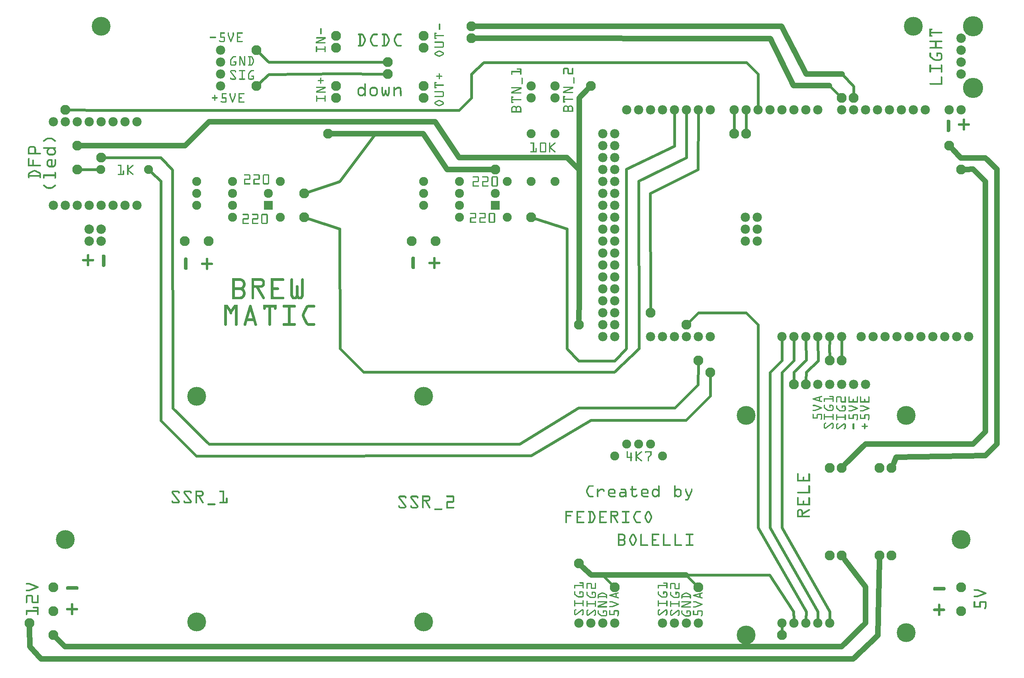
<source format=gtl>
G04 MADE WITH FRITZING*
G04 WWW.FRITZING.ORG*
G04 DOUBLE SIDED*
G04 HOLES PLATED*
G04 CONTOUR ON CENTER OF CONTOUR VECTOR*
%ASAXBY*%
%FSLAX23Y23*%
%MOIN*%
%OFA0B0*%
%SFA1.0B1.0*%
%ADD10C,0.078000*%
%ADD11C,0.083307*%
%ADD12C,0.169291*%
%ADD13C,0.079370*%
%ADD14C,0.158110*%
%ADD15C,0.075000*%
%ADD16C,0.075667*%
%ADD17C,0.075695*%
%ADD18R,0.075667X0.075667*%
%ADD19C,0.048000*%
%ADD20C,0.024000*%
%ADD21R,0.001000X0.001000*%
%LNCOPPER1*%
G90*
G70*
G54D10*
X6810Y372D03*
X6710Y372D03*
X6610Y372D03*
X6510Y372D03*
X6410Y372D03*
X5710Y372D03*
X5610Y372D03*
X5510Y372D03*
X5410Y372D03*
G54D11*
X6910Y2572D03*
X4810Y4872D03*
X3110Y5072D03*
X3110Y4972D03*
X2010Y5172D03*
X2010Y4872D03*
X4710Y872D03*
X3810Y5372D03*
X4710Y2872D03*
X6810Y2572D03*
X3810Y5272D03*
G54D12*
X8010Y5372D03*
G54D11*
X7010Y4772D03*
X6910Y4772D03*
X5310Y2972D03*
X5810Y2472D03*
X5610Y2872D03*
X5710Y2572D03*
X6510Y2372D03*
X6410Y272D03*
X5710Y672D03*
X310Y272D03*
X110Y372D03*
X5010Y672D03*
G54D12*
X8010Y4854D03*
G54D13*
X7910Y4972D03*
X7910Y5072D03*
X7910Y5172D03*
X7910Y5272D03*
G54D11*
X7910Y672D03*
X7910Y472D03*
X310Y672D03*
X310Y472D03*
X6910Y937D03*
X6810Y937D03*
X2676Y5191D03*
X2676Y5291D03*
X7329Y937D03*
X7229Y937D03*
X2676Y4772D03*
X2676Y4872D03*
X6910Y1672D03*
X6810Y1672D03*
X3410Y5191D03*
X3410Y5291D03*
X7329Y1672D03*
X7229Y1672D03*
X3410Y4772D03*
X3410Y4872D03*
G54D10*
X5010Y372D03*
X4910Y372D03*
X4810Y372D03*
X4710Y372D03*
X1710Y5172D03*
X1710Y5072D03*
X1710Y4972D03*
X1710Y4872D03*
X310Y3872D03*
X410Y3872D03*
X510Y3872D03*
X610Y3872D03*
X710Y3872D03*
X810Y3872D03*
X910Y3872D03*
X1010Y3872D03*
X310Y4572D03*
X410Y4572D03*
X510Y4572D03*
X610Y4572D03*
X710Y4572D03*
X810Y4572D03*
X910Y4572D03*
X1010Y4572D03*
X5810Y2772D03*
X5710Y2772D03*
X5610Y2772D03*
X5510Y2772D03*
X5410Y2772D03*
X5310Y2772D03*
X6910Y2772D03*
X6810Y2772D03*
X6710Y2772D03*
X6610Y2772D03*
X6510Y2772D03*
X6410Y2772D03*
X7973Y2772D03*
X7873Y2772D03*
X7773Y2772D03*
X7673Y2772D03*
X7573Y2772D03*
X7473Y2772D03*
X7373Y2772D03*
X7273Y2772D03*
X7173Y2772D03*
X7073Y2772D03*
X5810Y4672D03*
X5710Y4672D03*
X5610Y4672D03*
X5510Y4672D03*
X5410Y4672D03*
X5310Y4672D03*
X5210Y4672D03*
X5110Y4672D03*
X6710Y4672D03*
X6610Y4672D03*
X6510Y4672D03*
X6410Y4672D03*
X6310Y4672D03*
X6210Y4672D03*
X6110Y4672D03*
X6010Y4672D03*
X5010Y4472D03*
X5010Y4372D03*
X5010Y4272D03*
X5010Y4172D03*
X5010Y4072D03*
X5010Y3972D03*
X5010Y3872D03*
X5010Y3772D03*
X5010Y3672D03*
X5010Y3572D03*
X5010Y3472D03*
X5010Y3372D03*
X5010Y3272D03*
X5010Y3172D03*
X5010Y3072D03*
X5010Y2972D03*
X5010Y2872D03*
X5010Y2772D03*
X4910Y4472D03*
X4910Y4372D03*
X4910Y4272D03*
X4910Y4172D03*
X4910Y4072D03*
X4910Y3972D03*
X4910Y3872D03*
X4910Y3772D03*
X4910Y3672D03*
X4910Y3572D03*
X4910Y3472D03*
X4910Y3372D03*
X4910Y3272D03*
X4910Y3172D03*
X4910Y3072D03*
X4910Y2972D03*
X4910Y2872D03*
X4910Y2772D03*
X7610Y4672D03*
X7510Y4672D03*
X7410Y4672D03*
X7310Y4672D03*
X7210Y4672D03*
X7110Y4672D03*
X7010Y4672D03*
X6910Y4672D03*
X7910Y4672D03*
X7810Y4672D03*
G54D14*
X6110Y272D03*
X6110Y2112D03*
X7451Y291D03*
G54D10*
X6103Y3772D03*
X6103Y3672D03*
X6103Y3572D03*
X6103Y3772D03*
X6103Y3672D03*
X6103Y3572D03*
X6203Y3572D03*
X6203Y3672D03*
X6203Y3772D03*
G54D14*
X7451Y2112D03*
X3410Y380D03*
X3410Y2272D03*
G54D15*
X4310Y4072D03*
X4310Y4472D03*
X4510Y4072D03*
X4510Y4472D03*
G54D10*
X4310Y4872D03*
X4310Y4772D03*
X4510Y4872D03*
X4510Y4772D03*
G54D11*
X6010Y4472D03*
X7910Y4172D03*
X7810Y4372D03*
X6110Y4472D03*
X510Y4372D03*
X710Y4272D03*
X510Y4172D03*
X6610Y2372D03*
X3510Y3572D03*
X3310Y3572D03*
G54D15*
X5310Y1872D03*
X5210Y1872D03*
X5110Y1872D03*
X3410Y3872D03*
X3410Y3972D03*
X3410Y4072D03*
G54D16*
X4010Y3872D03*
X3711Y3872D03*
G54D17*
X4010Y3972D03*
X3710Y3972D03*
G54D15*
X3710Y4072D03*
X4110Y4072D03*
X3710Y3772D03*
X4110Y3772D03*
X706Y4171D03*
X1106Y4171D03*
G54D14*
X1510Y380D03*
X710Y5372D03*
X7910Y1072D03*
X410Y1072D03*
X7510Y5372D03*
X1510Y2272D03*
G54D11*
X1610Y3572D03*
X1410Y3572D03*
G54D15*
X1510Y3872D03*
X1510Y3972D03*
X1510Y4072D03*
G54D16*
X2110Y3872D03*
X1811Y3872D03*
G54D17*
X2110Y3972D03*
X1810Y3972D03*
G54D15*
X1810Y4072D03*
X2210Y4072D03*
X5010Y1772D03*
X5410Y1772D03*
X1810Y3772D03*
X2210Y3772D03*
G54D11*
X2410Y3972D03*
X410Y4672D03*
X2610Y4472D03*
X4010Y4172D03*
X4310Y3772D03*
X2410Y3772D03*
G54D10*
X6710Y2372D03*
X6810Y2372D03*
X6910Y2372D03*
X7010Y2372D03*
X7110Y2372D03*
G54D13*
X710Y3572D03*
X610Y3572D03*
X710Y3672D03*
X610Y3672D03*
G54D18*
X4010Y3872D03*
X2110Y3872D03*
G54D19*
X8210Y4173D02*
X8210Y1870D01*
D02*
X7907Y4269D02*
X8113Y4269D01*
D02*
X7840Y4340D02*
X7907Y4269D01*
D02*
X8113Y4269D02*
X8210Y4173D01*
D02*
X8210Y1870D02*
X8113Y1774D01*
D02*
X8113Y1774D02*
X7367Y1761D01*
D02*
X8010Y4173D02*
X8113Y4070D01*
D02*
X8113Y4070D02*
X8113Y1974D01*
D02*
X8113Y1974D02*
X8010Y1871D01*
D02*
X8010Y1870D02*
X7111Y1871D01*
D02*
X7111Y1871D02*
X6941Y1703D01*
D02*
X7954Y4172D02*
X8010Y4173D01*
G54D20*
D02*
X7010Y4868D02*
X7010Y4805D01*
D02*
X6914Y4972D02*
X7010Y4868D01*
D02*
X6809Y4874D02*
X6887Y4795D01*
D02*
X6110Y4642D02*
X6110Y4505D01*
D02*
X6010Y4642D02*
X6010Y4505D01*
D02*
X3706Y4668D02*
X714Y4668D01*
D02*
X3810Y4772D02*
X3706Y4668D01*
D02*
X3810Y4972D02*
X3810Y4772D01*
D02*
X3914Y5068D02*
X3810Y4972D01*
D02*
X714Y4668D02*
X443Y4671D01*
D02*
X6114Y5068D02*
X3914Y5068D01*
D02*
X6210Y4972D02*
X6114Y5068D01*
D02*
X6210Y4702D02*
X6210Y4972D01*
G54D19*
D02*
X7367Y1761D02*
X7346Y1712D01*
D02*
X408Y173D02*
X341Y241D01*
D02*
X6910Y173D02*
X408Y173D01*
D02*
X7110Y372D02*
X6910Y173D01*
D02*
X7110Y675D02*
X7110Y372D01*
D02*
X6937Y902D02*
X7110Y675D01*
D02*
X7213Y269D02*
X7007Y70D01*
D02*
X209Y70D02*
X113Y173D01*
D02*
X113Y173D02*
X111Y328D01*
D02*
X7007Y70D02*
X209Y70D01*
D02*
X7228Y894D02*
X7213Y269D01*
G54D20*
D02*
X6508Y469D02*
X6510Y402D01*
D02*
X6308Y775D02*
X6508Y469D01*
D02*
X5608Y775D02*
X6308Y775D01*
D02*
X6410Y305D02*
X6410Y342D01*
D02*
X6810Y469D02*
X6410Y1172D01*
D02*
X6410Y1172D02*
X6410Y2472D01*
D02*
X6614Y469D02*
X6210Y1172D01*
D02*
X6712Y469D02*
X6310Y1172D01*
D02*
X6310Y1172D02*
X6310Y2472D01*
D02*
X6210Y1172D02*
X6210Y2872D01*
D02*
X6510Y2572D02*
X6510Y2742D01*
D02*
X6410Y2472D02*
X6510Y2572D01*
D02*
X6410Y2572D02*
X6410Y2742D01*
D02*
X6310Y2472D02*
X6410Y2572D01*
D02*
X5710Y2972D02*
X5633Y2895D01*
D02*
X6110Y2972D02*
X5710Y2972D01*
D02*
X6210Y2872D02*
X6110Y2972D01*
D02*
X6810Y402D02*
X6810Y469D01*
D02*
X6711Y402D02*
X6712Y469D01*
D02*
X6611Y402D02*
X6614Y469D01*
D02*
X5306Y3972D02*
X5706Y4172D01*
D02*
X5706Y4172D02*
X5710Y4642D01*
D02*
X5310Y3005D02*
X5306Y3972D01*
G54D19*
D02*
X4714Y4772D02*
X4780Y4840D01*
D02*
X4713Y4168D02*
X4714Y4772D01*
D02*
X6914Y4972D02*
X6614Y4972D01*
D02*
X6614Y4972D02*
X6408Y5372D01*
D02*
X6408Y5372D02*
X3854Y5372D01*
D02*
X4714Y3068D02*
X4713Y4168D01*
D02*
X4711Y2916D02*
X4714Y3068D01*
G54D20*
D02*
X6614Y2575D02*
X6611Y2742D01*
D02*
X6511Y2473D02*
X6614Y2575D01*
D02*
X6510Y2405D02*
X6511Y2473D01*
D02*
X6714Y2568D02*
X6711Y2742D01*
D02*
X6611Y2405D02*
X6614Y2473D01*
D02*
X6614Y2473D02*
X6714Y2568D01*
G54D19*
D02*
X6809Y4874D02*
X6508Y4873D01*
D02*
X6313Y5269D02*
X3854Y5272D01*
D02*
X6508Y4873D02*
X6313Y5269D01*
G54D20*
D02*
X6810Y2605D02*
X6809Y2672D01*
D02*
X6809Y2672D02*
X6810Y2742D01*
D02*
X6912Y2672D02*
X6911Y2742D01*
D02*
X6911Y2605D02*
X6912Y2672D01*
G54D19*
D02*
X3708Y4272D02*
X3509Y4572D01*
D02*
X4713Y4168D02*
X4610Y4271D01*
D02*
X4610Y4271D02*
X3708Y4272D01*
D02*
X4909Y775D02*
X5608Y775D01*
D02*
X4814Y775D02*
X4909Y775D01*
D02*
X4742Y842D02*
X4814Y775D01*
G54D20*
D02*
X2709Y4975D02*
X3077Y4972D01*
D02*
X2113Y4969D02*
X2709Y4975D01*
D02*
X2034Y4894D02*
X2113Y4969D01*
D02*
X678Y4171D02*
X543Y4172D01*
D02*
X3077Y5072D02*
X2709Y5071D01*
D02*
X2113Y5072D02*
X2034Y5149D01*
D02*
X2709Y5071D02*
X2113Y5072D01*
G54D19*
D02*
X1613Y4572D02*
X1413Y4371D01*
D02*
X1413Y4371D02*
X554Y4372D01*
D02*
X3509Y4572D02*
X1613Y4572D01*
G54D20*
D02*
X4909Y775D02*
X4987Y695D01*
D02*
X5608Y775D02*
X5687Y695D01*
D02*
X4610Y3674D02*
X4610Y2672D01*
D02*
X4610Y2672D02*
X4708Y2569D01*
D02*
X4341Y3762D02*
X4610Y3674D01*
D02*
X5007Y2473D02*
X5213Y2672D01*
D02*
X1212Y2069D02*
X1508Y1772D01*
D02*
X5011Y2569D02*
X5109Y2671D01*
D02*
X4708Y2569D02*
X5011Y2569D01*
D02*
X2710Y2672D02*
X2909Y2473D01*
D02*
X2709Y3673D02*
X2710Y2672D01*
D02*
X2441Y3761D02*
X2709Y3673D01*
D02*
X2909Y2473D02*
X5007Y2473D01*
D02*
X5213Y2672D02*
X5211Y4074D01*
D02*
X5211Y4074D02*
X5611Y4270D01*
D02*
X5611Y4270D02*
X5610Y4642D01*
D02*
X5109Y2671D02*
X5108Y4174D01*
D02*
X5108Y4174D02*
X5512Y4368D01*
D02*
X5512Y4368D02*
X5510Y4642D01*
D02*
X1308Y4168D02*
X1212Y4271D01*
D02*
X1312Y2172D02*
X1308Y4168D01*
D02*
X1212Y4073D02*
X1127Y4152D01*
D02*
X5514Y2174D02*
X4709Y2174D01*
D02*
X4709Y2174D02*
X4214Y1871D01*
D02*
X5709Y2368D02*
X5514Y2174D01*
D02*
X5710Y2539D02*
X5709Y2368D01*
D02*
X5810Y2275D02*
X5810Y2439D01*
D02*
X4810Y2072D02*
X5607Y2072D01*
D02*
X5607Y2072D02*
X5810Y2275D01*
D02*
X4310Y1775D02*
X4810Y2072D01*
D02*
X1508Y1772D02*
X4310Y1775D01*
D02*
X1615Y1870D02*
X1312Y2172D01*
G54D19*
D02*
X3008Y4472D02*
X3408Y4472D01*
D02*
X3408Y4472D02*
X3609Y4171D01*
D02*
X3609Y4171D02*
X3966Y4172D01*
D02*
X2654Y4472D02*
X3008Y4472D01*
G54D20*
D02*
X1212Y4271D02*
X743Y4272D01*
D02*
X1212Y4073D02*
X1212Y2069D01*
D02*
X4214Y1871D02*
X1615Y1870D01*
D02*
X2708Y4072D02*
X2441Y3982D01*
D02*
X3008Y4472D02*
X2708Y4072D01*
G54D21*
X3541Y5392D02*
X3547Y5392D01*
X3539Y5391D02*
X3549Y5391D01*
X3538Y5390D02*
X3550Y5390D01*
X3537Y5389D02*
X3550Y5389D01*
X3537Y5388D02*
X3551Y5388D01*
X3537Y5387D02*
X3551Y5387D01*
X3537Y5386D02*
X3551Y5386D01*
X3537Y5385D02*
X3551Y5385D01*
X3537Y5384D02*
X3551Y5384D01*
X3537Y5383D02*
X3551Y5383D01*
X3537Y5382D02*
X3551Y5382D01*
X3537Y5381D02*
X3551Y5381D01*
X3537Y5380D02*
X3551Y5380D01*
X3537Y5379D02*
X3551Y5379D01*
X3537Y5378D02*
X3551Y5378D01*
X3537Y5377D02*
X3551Y5377D01*
X3537Y5376D02*
X3551Y5376D01*
X3537Y5375D02*
X3551Y5375D01*
X3537Y5374D02*
X3551Y5374D01*
X3537Y5373D02*
X3551Y5373D01*
X3537Y5372D02*
X3551Y5372D01*
X3537Y5371D02*
X3551Y5371D01*
X3537Y5370D02*
X3551Y5370D01*
X3537Y5369D02*
X3551Y5369D01*
X3537Y5368D02*
X3551Y5368D01*
X3537Y5367D02*
X3551Y5367D01*
X3537Y5366D02*
X3551Y5366D01*
X3537Y5365D02*
X3551Y5365D01*
X3537Y5364D02*
X3551Y5364D01*
X3537Y5363D02*
X3551Y5363D01*
X3537Y5362D02*
X3551Y5362D01*
X3537Y5361D02*
X3551Y5361D01*
X3537Y5360D02*
X3551Y5360D01*
X3537Y5359D02*
X3551Y5359D01*
X3537Y5358D02*
X3551Y5358D01*
X3537Y5357D02*
X3551Y5357D01*
X3537Y5356D02*
X3551Y5356D01*
X3537Y5355D02*
X3551Y5355D01*
X3537Y5354D02*
X3551Y5354D01*
X2547Y5353D02*
X2556Y5353D01*
X3537Y5353D02*
X3551Y5353D01*
X2546Y5352D02*
X2557Y5352D01*
X3537Y5352D02*
X3551Y5352D01*
X2545Y5351D02*
X2558Y5351D01*
X3537Y5351D02*
X3551Y5351D01*
X7646Y5351D02*
X7666Y5351D01*
X2545Y5350D02*
X2558Y5350D01*
X3537Y5350D02*
X3551Y5350D01*
X7646Y5350D02*
X7668Y5350D01*
X2545Y5349D02*
X2558Y5349D01*
X3537Y5349D02*
X3551Y5349D01*
X7646Y5349D02*
X7669Y5349D01*
X2544Y5348D02*
X2558Y5348D01*
X3537Y5348D02*
X3551Y5348D01*
X7646Y5348D02*
X7670Y5348D01*
X2544Y5347D02*
X2558Y5347D01*
X3537Y5347D02*
X3551Y5347D01*
X7646Y5347D02*
X7670Y5347D01*
X2544Y5346D02*
X2558Y5346D01*
X3537Y5346D02*
X3551Y5346D01*
X7646Y5346D02*
X7671Y5346D01*
X2544Y5345D02*
X2558Y5345D01*
X3537Y5345D02*
X3551Y5345D01*
X7646Y5345D02*
X7671Y5345D01*
X2544Y5344D02*
X2558Y5344D01*
X3537Y5344D02*
X3551Y5344D01*
X7646Y5344D02*
X7671Y5344D01*
X2544Y5343D02*
X2558Y5343D01*
X3538Y5343D02*
X3550Y5343D01*
X7646Y5343D02*
X7671Y5343D01*
X2544Y5342D02*
X2558Y5342D01*
X3538Y5342D02*
X3549Y5342D01*
X7646Y5342D02*
X7670Y5342D01*
X2544Y5341D02*
X2558Y5341D01*
X3540Y5341D02*
X3548Y5341D01*
X7646Y5341D02*
X7670Y5341D01*
X2544Y5340D02*
X2558Y5340D01*
X7646Y5340D02*
X7669Y5340D01*
X2544Y5339D02*
X2558Y5339D01*
X7646Y5339D02*
X7668Y5339D01*
X2544Y5338D02*
X2558Y5338D01*
X7646Y5338D02*
X7667Y5338D01*
X2544Y5337D02*
X2558Y5337D01*
X7646Y5337D02*
X7659Y5337D01*
X2544Y5336D02*
X2558Y5336D01*
X7646Y5336D02*
X7659Y5336D01*
X2544Y5335D02*
X2558Y5335D01*
X7646Y5335D02*
X7659Y5335D01*
X2544Y5334D02*
X2558Y5334D01*
X7646Y5334D02*
X7659Y5334D01*
X2544Y5333D02*
X2558Y5333D01*
X7646Y5333D02*
X7659Y5333D01*
X2544Y5332D02*
X2558Y5332D01*
X7646Y5332D02*
X7659Y5332D01*
X2544Y5331D02*
X2558Y5331D01*
X7646Y5331D02*
X7659Y5331D01*
X2544Y5330D02*
X2558Y5330D01*
X7646Y5330D02*
X7659Y5330D01*
X2544Y5329D02*
X2558Y5329D01*
X7646Y5329D02*
X7659Y5329D01*
X2544Y5328D02*
X2558Y5328D01*
X7646Y5328D02*
X7659Y5328D01*
X2544Y5327D02*
X2558Y5327D01*
X7646Y5327D02*
X7659Y5327D01*
X2544Y5326D02*
X2558Y5326D01*
X7646Y5326D02*
X7659Y5326D01*
X2544Y5325D02*
X2558Y5325D01*
X7646Y5325D02*
X7659Y5325D01*
X2544Y5324D02*
X2558Y5324D01*
X7646Y5324D02*
X7659Y5324D01*
X2544Y5323D02*
X2558Y5323D01*
X7646Y5323D02*
X7749Y5323D01*
X2544Y5322D02*
X2558Y5322D01*
X7646Y5322D02*
X7751Y5322D01*
X2544Y5321D02*
X2558Y5321D01*
X7646Y5321D02*
X7752Y5321D01*
X2544Y5320D02*
X2558Y5320D01*
X7646Y5320D02*
X7752Y5320D01*
X1707Y5319D02*
X1744Y5319D01*
X1775Y5319D02*
X1778Y5319D01*
X1816Y5319D02*
X1819Y5319D01*
X1847Y5319D02*
X1894Y5319D01*
X2544Y5319D02*
X2558Y5319D01*
X7646Y5319D02*
X7753Y5319D01*
X1707Y5318D02*
X1746Y5318D01*
X1773Y5318D02*
X1779Y5318D01*
X1815Y5318D02*
X1821Y5318D01*
X1847Y5318D02*
X1896Y5318D01*
X2544Y5318D02*
X2558Y5318D01*
X7646Y5318D02*
X7753Y5318D01*
X1707Y5317D02*
X1747Y5317D01*
X1773Y5317D02*
X1780Y5317D01*
X1814Y5317D02*
X1822Y5317D01*
X1847Y5317D02*
X1897Y5317D01*
X2544Y5317D02*
X2558Y5317D01*
X3502Y5317D02*
X3516Y5317D01*
X7646Y5317D02*
X7753Y5317D01*
X1707Y5316D02*
X1747Y5316D01*
X1772Y5316D02*
X1781Y5316D01*
X1813Y5316D02*
X1822Y5316D01*
X1847Y5316D02*
X1897Y5316D01*
X2544Y5316D02*
X2558Y5316D01*
X3502Y5316D02*
X3518Y5316D01*
X7646Y5316D02*
X7753Y5316D01*
X1707Y5315D02*
X1747Y5315D01*
X1772Y5315D02*
X1781Y5315D01*
X1813Y5315D02*
X1822Y5315D01*
X1847Y5315D02*
X1897Y5315D01*
X2544Y5315D02*
X2558Y5315D01*
X3502Y5315D02*
X3519Y5315D01*
X7646Y5315D02*
X7753Y5315D01*
X1707Y5314D02*
X1748Y5314D01*
X1772Y5314D02*
X1781Y5314D01*
X1813Y5314D02*
X1823Y5314D01*
X1847Y5314D02*
X1897Y5314D01*
X2544Y5314D02*
X2558Y5314D01*
X3502Y5314D02*
X3520Y5314D01*
X7646Y5314D02*
X7753Y5314D01*
X1707Y5313D02*
X1747Y5313D01*
X1772Y5313D02*
X1781Y5313D01*
X1813Y5313D02*
X1823Y5313D01*
X1847Y5313D02*
X1897Y5313D01*
X2544Y5313D02*
X2558Y5313D01*
X3502Y5313D02*
X3520Y5313D01*
X7646Y5313D02*
X7752Y5313D01*
X1707Y5312D02*
X1747Y5312D01*
X1772Y5312D02*
X1781Y5312D01*
X1813Y5312D02*
X1823Y5312D01*
X1847Y5312D02*
X1897Y5312D01*
X2544Y5312D02*
X2558Y5312D01*
X3502Y5312D02*
X3520Y5312D01*
X7646Y5312D02*
X7752Y5312D01*
X1707Y5311D02*
X1746Y5311D01*
X1772Y5311D02*
X1781Y5311D01*
X1813Y5311D02*
X1823Y5311D01*
X1847Y5311D02*
X1896Y5311D01*
X2544Y5311D02*
X2558Y5311D01*
X3502Y5311D02*
X3520Y5311D01*
X7646Y5311D02*
X7750Y5311D01*
X1707Y5310D02*
X1745Y5310D01*
X1772Y5310D02*
X1781Y5310D01*
X1813Y5310D02*
X1823Y5310D01*
X1847Y5310D02*
X1895Y5310D01*
X2544Y5310D02*
X2558Y5310D01*
X3502Y5310D02*
X3520Y5310D01*
X7646Y5310D02*
X7748Y5310D01*
X1707Y5309D02*
X1743Y5309D01*
X1772Y5309D02*
X1781Y5309D01*
X1813Y5309D02*
X1823Y5309D01*
X1847Y5309D02*
X1893Y5309D01*
X2544Y5309D02*
X2558Y5309D01*
X2864Y5309D02*
X2896Y5309D01*
X2992Y5309D02*
X3023Y5309D01*
X3064Y5309D02*
X3096Y5309D01*
X3192Y5309D02*
X3224Y5309D01*
X3502Y5309D02*
X3519Y5309D01*
X7646Y5309D02*
X7659Y5309D01*
X1707Y5308D02*
X1717Y5308D01*
X1772Y5308D02*
X1781Y5308D01*
X1813Y5308D02*
X1823Y5308D01*
X1847Y5308D02*
X1856Y5308D01*
X2544Y5308D02*
X2558Y5308D01*
X2862Y5308D02*
X2899Y5308D01*
X2988Y5308D02*
X3025Y5308D01*
X3063Y5308D02*
X3099Y5308D01*
X3188Y5308D02*
X3225Y5308D01*
X3502Y5308D02*
X3518Y5308D01*
X7646Y5308D02*
X7659Y5308D01*
X1707Y5307D02*
X1717Y5307D01*
X1772Y5307D02*
X1781Y5307D01*
X1813Y5307D02*
X1823Y5307D01*
X1847Y5307D02*
X1856Y5307D01*
X2545Y5307D02*
X2558Y5307D01*
X2861Y5307D02*
X2901Y5307D01*
X2986Y5307D02*
X3026Y5307D01*
X3062Y5307D02*
X3101Y5307D01*
X3186Y5307D02*
X3226Y5307D01*
X3502Y5307D02*
X3516Y5307D01*
X7646Y5307D02*
X7659Y5307D01*
X1707Y5306D02*
X1717Y5306D01*
X1772Y5306D02*
X1781Y5306D01*
X1813Y5306D02*
X1823Y5306D01*
X1847Y5306D02*
X1856Y5306D01*
X2545Y5306D02*
X2558Y5306D01*
X2861Y5306D02*
X2903Y5306D01*
X2984Y5306D02*
X3027Y5306D01*
X3061Y5306D02*
X3103Y5306D01*
X3184Y5306D02*
X3227Y5306D01*
X3502Y5306D02*
X3511Y5306D01*
X7646Y5306D02*
X7659Y5306D01*
X1707Y5305D02*
X1717Y5305D01*
X1772Y5305D02*
X1781Y5305D01*
X1813Y5305D02*
X1823Y5305D01*
X1847Y5305D02*
X1856Y5305D01*
X2545Y5305D02*
X2558Y5305D01*
X2860Y5305D02*
X2904Y5305D01*
X2983Y5305D02*
X3027Y5305D01*
X3060Y5305D02*
X3104Y5305D01*
X3183Y5305D02*
X3228Y5305D01*
X3502Y5305D02*
X3511Y5305D01*
X7646Y5305D02*
X7659Y5305D01*
X1707Y5304D02*
X1717Y5304D01*
X1772Y5304D02*
X1781Y5304D01*
X1813Y5304D02*
X1823Y5304D01*
X1847Y5304D02*
X1856Y5304D01*
X2546Y5304D02*
X2557Y5304D01*
X2860Y5304D02*
X2905Y5304D01*
X2982Y5304D02*
X3028Y5304D01*
X3060Y5304D02*
X3106Y5304D01*
X3182Y5304D02*
X3228Y5304D01*
X3502Y5304D02*
X3511Y5304D01*
X7646Y5304D02*
X7659Y5304D01*
X1707Y5303D02*
X1717Y5303D01*
X1772Y5303D02*
X1781Y5303D01*
X1813Y5303D02*
X1823Y5303D01*
X1847Y5303D02*
X1856Y5303D01*
X2547Y5303D02*
X2556Y5303D01*
X2860Y5303D02*
X2906Y5303D01*
X2981Y5303D02*
X3028Y5303D01*
X3060Y5303D02*
X3107Y5303D01*
X3181Y5303D02*
X3228Y5303D01*
X3502Y5303D02*
X3511Y5303D01*
X7646Y5303D02*
X7659Y5303D01*
X1707Y5302D02*
X1717Y5302D01*
X1772Y5302D02*
X1781Y5302D01*
X1813Y5302D02*
X1823Y5302D01*
X1847Y5302D02*
X1856Y5302D01*
X2860Y5302D02*
X2907Y5302D01*
X2980Y5302D02*
X3028Y5302D01*
X3060Y5302D02*
X3108Y5302D01*
X3180Y5302D02*
X3228Y5302D01*
X3502Y5302D02*
X3511Y5302D01*
X7646Y5302D02*
X7659Y5302D01*
X1707Y5301D02*
X1717Y5301D01*
X1772Y5301D02*
X1781Y5301D01*
X1813Y5301D02*
X1823Y5301D01*
X1847Y5301D02*
X1856Y5301D01*
X2860Y5301D02*
X2908Y5301D01*
X2979Y5301D02*
X3028Y5301D01*
X3060Y5301D02*
X3108Y5301D01*
X3179Y5301D02*
X3228Y5301D01*
X3502Y5301D02*
X3511Y5301D01*
X7646Y5301D02*
X7659Y5301D01*
X1707Y5300D02*
X1717Y5300D01*
X1772Y5300D02*
X1781Y5300D01*
X1813Y5300D02*
X1823Y5300D01*
X1847Y5300D02*
X1856Y5300D01*
X2860Y5300D02*
X2909Y5300D01*
X2978Y5300D02*
X3027Y5300D01*
X3060Y5300D02*
X3109Y5300D01*
X3178Y5300D02*
X3228Y5300D01*
X3502Y5300D02*
X3511Y5300D01*
X7646Y5300D02*
X7659Y5300D01*
X1707Y5299D02*
X1717Y5299D01*
X1772Y5299D02*
X1781Y5299D01*
X1813Y5299D02*
X1823Y5299D01*
X1847Y5299D02*
X1856Y5299D01*
X2861Y5299D02*
X2909Y5299D01*
X2978Y5299D02*
X3027Y5299D01*
X3061Y5299D02*
X3110Y5299D01*
X3178Y5299D02*
X3227Y5299D01*
X3502Y5299D02*
X3511Y5299D01*
X7646Y5299D02*
X7659Y5299D01*
X1707Y5298D02*
X1717Y5298D01*
X1772Y5298D02*
X1781Y5298D01*
X1813Y5298D02*
X1823Y5298D01*
X1847Y5298D02*
X1856Y5298D01*
X2861Y5298D02*
X2910Y5298D01*
X2977Y5298D02*
X3026Y5298D01*
X3061Y5298D02*
X3110Y5298D01*
X3177Y5298D02*
X3226Y5298D01*
X3502Y5298D02*
X3511Y5298D01*
X7646Y5298D02*
X7659Y5298D01*
X1707Y5297D02*
X1717Y5297D01*
X1772Y5297D02*
X1781Y5297D01*
X1813Y5297D02*
X1823Y5297D01*
X1847Y5297D02*
X1856Y5297D01*
X2862Y5297D02*
X2911Y5297D01*
X2977Y5297D02*
X3025Y5297D01*
X3062Y5297D02*
X3111Y5297D01*
X3177Y5297D02*
X3225Y5297D01*
X3502Y5297D02*
X3511Y5297D01*
X7646Y5297D02*
X7659Y5297D01*
X1707Y5296D02*
X1717Y5296D01*
X1772Y5296D02*
X1782Y5296D01*
X1812Y5296D02*
X1823Y5296D01*
X1847Y5296D02*
X1856Y5296D01*
X2864Y5296D02*
X2911Y5296D01*
X2976Y5296D02*
X3024Y5296D01*
X3064Y5296D02*
X3111Y5296D01*
X3176Y5296D02*
X3224Y5296D01*
X3502Y5296D02*
X3579Y5296D01*
X7646Y5296D02*
X7665Y5296D01*
X1707Y5295D02*
X1717Y5295D01*
X1772Y5295D02*
X1782Y5295D01*
X1812Y5295D02*
X1822Y5295D01*
X1847Y5295D02*
X1856Y5295D01*
X2873Y5295D02*
X2886Y5295D01*
X2895Y5295D02*
X2912Y5295D01*
X2976Y5295D02*
X2993Y5295D01*
X3074Y5295D02*
X3087Y5295D01*
X3095Y5295D02*
X3112Y5295D01*
X3176Y5295D02*
X3193Y5295D01*
X3502Y5295D02*
X3580Y5295D01*
X7646Y5295D02*
X7668Y5295D01*
X1707Y5294D02*
X1717Y5294D01*
X1772Y5294D02*
X1783Y5294D01*
X1812Y5294D02*
X1822Y5294D01*
X1847Y5294D02*
X1856Y5294D01*
X2873Y5294D02*
X2886Y5294D01*
X2897Y5294D02*
X2912Y5294D01*
X2975Y5294D02*
X2991Y5294D01*
X3074Y5294D02*
X3087Y5294D01*
X3097Y5294D02*
X3112Y5294D01*
X3175Y5294D02*
X3191Y5294D01*
X3502Y5294D02*
X3581Y5294D01*
X7646Y5294D02*
X7669Y5294D01*
X1707Y5293D02*
X1717Y5293D01*
X1773Y5293D02*
X1783Y5293D01*
X1811Y5293D02*
X1822Y5293D01*
X1847Y5293D02*
X1856Y5293D01*
X2873Y5293D02*
X2886Y5293D01*
X2898Y5293D02*
X2913Y5293D01*
X2975Y5293D02*
X2990Y5293D01*
X3074Y5293D02*
X3087Y5293D01*
X3098Y5293D02*
X3113Y5293D01*
X3175Y5293D02*
X3190Y5293D01*
X3502Y5293D02*
X3581Y5293D01*
X7646Y5293D02*
X7670Y5293D01*
X1707Y5292D02*
X1717Y5292D01*
X1773Y5292D02*
X1783Y5292D01*
X1811Y5292D02*
X1821Y5292D01*
X1847Y5292D02*
X1856Y5292D01*
X2873Y5292D02*
X2886Y5292D01*
X2898Y5292D02*
X2913Y5292D01*
X2974Y5292D02*
X2989Y5292D01*
X3074Y5292D02*
X3087Y5292D01*
X3098Y5292D02*
X3113Y5292D01*
X3174Y5292D02*
X3189Y5292D01*
X3502Y5292D02*
X3582Y5292D01*
X7646Y5292D02*
X7670Y5292D01*
X1707Y5291D02*
X1717Y5291D01*
X1773Y5291D02*
X1784Y5291D01*
X1810Y5291D02*
X1821Y5291D01*
X1847Y5291D02*
X1856Y5291D01*
X2873Y5291D02*
X2886Y5291D01*
X2899Y5291D02*
X2914Y5291D01*
X2974Y5291D02*
X2989Y5291D01*
X3074Y5291D02*
X3087Y5291D01*
X3099Y5291D02*
X3114Y5291D01*
X3174Y5291D02*
X3189Y5291D01*
X3502Y5291D02*
X3582Y5291D01*
X7646Y5291D02*
X7671Y5291D01*
X1707Y5290D02*
X1717Y5290D01*
X1774Y5290D02*
X1784Y5290D01*
X1810Y5290D02*
X1820Y5290D01*
X1847Y5290D02*
X1856Y5290D01*
X2873Y5290D02*
X2886Y5290D01*
X2899Y5290D02*
X2914Y5290D01*
X2973Y5290D02*
X2988Y5290D01*
X3074Y5290D02*
X3087Y5290D01*
X3100Y5290D02*
X3114Y5290D01*
X3173Y5290D02*
X3188Y5290D01*
X3502Y5290D02*
X3582Y5290D01*
X7646Y5290D02*
X7671Y5290D01*
X1707Y5289D02*
X1717Y5289D01*
X1774Y5289D02*
X1785Y5289D01*
X1810Y5289D02*
X1820Y5289D01*
X1847Y5289D02*
X1856Y5289D01*
X2873Y5289D02*
X2886Y5289D01*
X2900Y5289D02*
X2915Y5289D01*
X2973Y5289D02*
X2988Y5289D01*
X3074Y5289D02*
X3087Y5289D01*
X3100Y5289D02*
X3115Y5289D01*
X3173Y5289D02*
X3188Y5289D01*
X3502Y5289D02*
X3581Y5289D01*
X7646Y5289D02*
X7671Y5289D01*
X1707Y5288D02*
X1717Y5288D01*
X1775Y5288D02*
X1785Y5288D01*
X1809Y5288D02*
X1820Y5288D01*
X1847Y5288D02*
X1856Y5288D01*
X2873Y5288D02*
X2886Y5288D01*
X2900Y5288D02*
X2915Y5288D01*
X2972Y5288D02*
X2987Y5288D01*
X3074Y5288D02*
X3087Y5288D01*
X3101Y5288D02*
X3115Y5288D01*
X3172Y5288D02*
X3187Y5288D01*
X3502Y5288D02*
X3581Y5288D01*
X7646Y5288D02*
X7671Y5288D01*
X1707Y5287D02*
X1717Y5287D01*
X1775Y5287D02*
X1785Y5287D01*
X1809Y5287D02*
X1819Y5287D01*
X1847Y5287D02*
X1856Y5287D01*
X2873Y5287D02*
X2886Y5287D01*
X2901Y5287D02*
X2916Y5287D01*
X2972Y5287D02*
X2987Y5287D01*
X3074Y5287D02*
X3087Y5287D01*
X3101Y5287D02*
X3116Y5287D01*
X3172Y5287D02*
X3187Y5287D01*
X3502Y5287D02*
X3579Y5287D01*
X7646Y5287D02*
X7670Y5287D01*
X1707Y5286D02*
X1717Y5286D01*
X1775Y5286D02*
X1786Y5286D01*
X1809Y5286D02*
X1819Y5286D01*
X1847Y5286D02*
X1856Y5286D01*
X2873Y5286D02*
X2886Y5286D01*
X2901Y5286D02*
X2916Y5286D01*
X2971Y5286D02*
X2986Y5286D01*
X3074Y5286D02*
X3087Y5286D01*
X3102Y5286D02*
X3116Y5286D01*
X3171Y5286D02*
X3186Y5286D01*
X3502Y5286D02*
X3512Y5286D01*
X7646Y5286D02*
X7670Y5286D01*
X1707Y5285D02*
X1717Y5285D01*
X1776Y5285D02*
X1786Y5285D01*
X1808Y5285D02*
X1818Y5285D01*
X1847Y5285D02*
X1856Y5285D01*
X2873Y5285D02*
X2886Y5285D01*
X2902Y5285D02*
X2917Y5285D01*
X2971Y5285D02*
X2986Y5285D01*
X3074Y5285D02*
X3087Y5285D01*
X3102Y5285D02*
X3117Y5285D01*
X3171Y5285D02*
X3186Y5285D01*
X3502Y5285D02*
X3511Y5285D01*
X7646Y5285D02*
X7669Y5285D01*
X1626Y5284D02*
X1668Y5284D01*
X1707Y5284D02*
X1738Y5284D01*
X1776Y5284D02*
X1786Y5284D01*
X1808Y5284D02*
X1818Y5284D01*
X1847Y5284D02*
X1872Y5284D01*
X2873Y5284D02*
X2886Y5284D01*
X2902Y5284D02*
X2917Y5284D01*
X2970Y5284D02*
X2985Y5284D01*
X3074Y5284D02*
X3087Y5284D01*
X3103Y5284D02*
X3117Y5284D01*
X3170Y5284D02*
X3185Y5284D01*
X3502Y5284D02*
X3511Y5284D01*
X7646Y5284D02*
X7669Y5284D01*
X1624Y5283D02*
X1670Y5283D01*
X1707Y5283D02*
X1742Y5283D01*
X1776Y5283D02*
X1787Y5283D01*
X1807Y5283D02*
X1818Y5283D01*
X1847Y5283D02*
X1875Y5283D01*
X2873Y5283D02*
X2886Y5283D01*
X2903Y5283D02*
X2918Y5283D01*
X2970Y5283D02*
X2985Y5283D01*
X3074Y5283D02*
X3087Y5283D01*
X3103Y5283D02*
X3118Y5283D01*
X3170Y5283D02*
X3185Y5283D01*
X3502Y5283D02*
X3511Y5283D01*
X7646Y5283D02*
X7667Y5283D01*
X1623Y5282D02*
X1671Y5282D01*
X1707Y5282D02*
X1743Y5282D01*
X1777Y5282D02*
X1787Y5282D01*
X1807Y5282D02*
X1817Y5282D01*
X1847Y5282D02*
X1876Y5282D01*
X2873Y5282D02*
X2886Y5282D01*
X2903Y5282D02*
X2918Y5282D01*
X2969Y5282D02*
X2984Y5282D01*
X3074Y5282D02*
X3087Y5282D01*
X3104Y5282D02*
X3118Y5282D01*
X3169Y5282D02*
X3184Y5282D01*
X3502Y5282D02*
X3511Y5282D01*
X1622Y5281D02*
X1672Y5281D01*
X1707Y5281D02*
X1744Y5281D01*
X1777Y5281D02*
X1788Y5281D01*
X1807Y5281D02*
X1817Y5281D01*
X1847Y5281D02*
X1876Y5281D01*
X2873Y5281D02*
X2886Y5281D01*
X2904Y5281D02*
X2919Y5281D01*
X2969Y5281D02*
X2984Y5281D01*
X3074Y5281D02*
X3087Y5281D01*
X3104Y5281D02*
X3119Y5281D01*
X3169Y5281D02*
X3184Y5281D01*
X3502Y5281D02*
X3511Y5281D01*
X1622Y5280D02*
X1672Y5280D01*
X1707Y5280D02*
X1745Y5280D01*
X1778Y5280D02*
X1788Y5280D01*
X1806Y5280D02*
X1817Y5280D01*
X1847Y5280D02*
X1877Y5280D01*
X2873Y5280D02*
X2886Y5280D01*
X2904Y5280D02*
X2919Y5280D01*
X2968Y5280D02*
X2983Y5280D01*
X3074Y5280D02*
X3087Y5280D01*
X3105Y5280D02*
X3119Y5280D01*
X3168Y5280D02*
X3183Y5280D01*
X3502Y5280D02*
X3511Y5280D01*
X1622Y5279D02*
X1673Y5279D01*
X1707Y5279D02*
X1746Y5279D01*
X1778Y5279D02*
X1788Y5279D01*
X1806Y5279D02*
X1816Y5279D01*
X1847Y5279D02*
X1877Y5279D01*
X2515Y5279D02*
X2589Y5279D01*
X2873Y5279D02*
X2886Y5279D01*
X2905Y5279D02*
X2920Y5279D01*
X2968Y5279D02*
X2983Y5279D01*
X3074Y5279D02*
X3087Y5279D01*
X3105Y5279D02*
X3120Y5279D01*
X3168Y5279D02*
X3183Y5279D01*
X3502Y5279D02*
X3511Y5279D01*
X1622Y5278D02*
X1673Y5278D01*
X1707Y5278D02*
X1747Y5278D01*
X1778Y5278D02*
X1789Y5278D01*
X1805Y5278D02*
X1816Y5278D01*
X1847Y5278D02*
X1877Y5278D01*
X2512Y5278D02*
X2589Y5278D01*
X2873Y5278D02*
X2886Y5278D01*
X2905Y5278D02*
X2920Y5278D01*
X2967Y5278D02*
X2982Y5278D01*
X3074Y5278D02*
X3087Y5278D01*
X3106Y5278D02*
X3120Y5278D01*
X3167Y5278D02*
X3182Y5278D01*
X3502Y5278D02*
X3511Y5278D01*
X1622Y5277D02*
X1673Y5277D01*
X1707Y5277D02*
X1747Y5277D01*
X1779Y5277D02*
X1789Y5277D01*
X1805Y5277D02*
X1815Y5277D01*
X1847Y5277D02*
X1876Y5277D01*
X2510Y5277D02*
X2589Y5277D01*
X2873Y5277D02*
X2886Y5277D01*
X2906Y5277D02*
X2921Y5277D01*
X2967Y5277D02*
X2981Y5277D01*
X3074Y5277D02*
X3087Y5277D01*
X3106Y5277D02*
X3121Y5277D01*
X3167Y5277D02*
X3182Y5277D01*
X3502Y5277D02*
X3511Y5277D01*
X1622Y5276D02*
X1673Y5276D01*
X1707Y5276D02*
X1747Y5276D01*
X1779Y5276D02*
X1790Y5276D01*
X1805Y5276D02*
X1815Y5276D01*
X1847Y5276D02*
X1876Y5276D01*
X2510Y5276D02*
X2589Y5276D01*
X2873Y5276D02*
X2886Y5276D01*
X2906Y5276D02*
X2921Y5276D01*
X2966Y5276D02*
X2981Y5276D01*
X3074Y5276D02*
X3087Y5276D01*
X3107Y5276D02*
X3121Y5276D01*
X3166Y5276D02*
X3181Y5276D01*
X3502Y5276D02*
X3512Y5276D01*
X1622Y5275D02*
X1673Y5275D01*
X1707Y5275D02*
X1747Y5275D01*
X1780Y5275D02*
X1790Y5275D01*
X1804Y5275D02*
X1815Y5275D01*
X1847Y5275D02*
X1875Y5275D01*
X2509Y5275D02*
X2589Y5275D01*
X2873Y5275D02*
X2886Y5275D01*
X2907Y5275D02*
X2922Y5275D01*
X2966Y5275D02*
X2980Y5275D01*
X3074Y5275D02*
X3087Y5275D01*
X3107Y5275D02*
X3122Y5275D01*
X3166Y5275D02*
X3181Y5275D01*
X3502Y5275D02*
X3518Y5275D01*
X1622Y5274D02*
X1673Y5274D01*
X1707Y5274D02*
X1748Y5274D01*
X1780Y5274D02*
X1790Y5274D01*
X1804Y5274D02*
X1814Y5274D01*
X1847Y5274D02*
X1873Y5274D01*
X2509Y5274D02*
X2589Y5274D01*
X2873Y5274D02*
X2886Y5274D01*
X2907Y5274D02*
X2922Y5274D01*
X2965Y5274D02*
X2980Y5274D01*
X3074Y5274D02*
X3087Y5274D01*
X3108Y5274D02*
X3122Y5274D01*
X3165Y5274D02*
X3180Y5274D01*
X3502Y5274D02*
X3519Y5274D01*
X1622Y5273D02*
X1672Y5273D01*
X1738Y5273D02*
X1748Y5273D01*
X1780Y5273D02*
X1791Y5273D01*
X1803Y5273D02*
X1814Y5273D01*
X1847Y5273D02*
X1856Y5273D01*
X2509Y5273D02*
X2589Y5273D01*
X2873Y5273D02*
X2886Y5273D01*
X2908Y5273D02*
X2923Y5273D01*
X2965Y5273D02*
X2979Y5273D01*
X3074Y5273D02*
X3087Y5273D01*
X3108Y5273D02*
X3123Y5273D01*
X3165Y5273D02*
X3180Y5273D01*
X3502Y5273D02*
X3519Y5273D01*
X1622Y5272D02*
X1672Y5272D01*
X1738Y5272D02*
X1748Y5272D01*
X1781Y5272D02*
X1791Y5272D01*
X1803Y5272D02*
X1813Y5272D01*
X1847Y5272D02*
X1856Y5272D01*
X2510Y5272D02*
X2589Y5272D01*
X2873Y5272D02*
X2886Y5272D01*
X2908Y5272D02*
X2923Y5272D01*
X2964Y5272D02*
X2979Y5272D01*
X3074Y5272D02*
X3087Y5272D01*
X3109Y5272D02*
X3123Y5272D01*
X3164Y5272D02*
X3179Y5272D01*
X3502Y5272D02*
X3520Y5272D01*
X1623Y5271D02*
X1671Y5271D01*
X1738Y5271D02*
X1748Y5271D01*
X1781Y5271D02*
X1792Y5271D01*
X1803Y5271D02*
X1813Y5271D01*
X1847Y5271D02*
X1856Y5271D01*
X2510Y5271D02*
X2589Y5271D01*
X2873Y5271D02*
X2886Y5271D01*
X2909Y5271D02*
X2924Y5271D01*
X2964Y5271D02*
X2978Y5271D01*
X3074Y5271D02*
X3087Y5271D01*
X3109Y5271D02*
X3124Y5271D01*
X3164Y5271D02*
X3179Y5271D01*
X3502Y5271D02*
X3520Y5271D01*
X1624Y5270D02*
X1670Y5270D01*
X1738Y5270D02*
X1748Y5270D01*
X1782Y5270D02*
X1792Y5270D01*
X1802Y5270D02*
X1813Y5270D01*
X1847Y5270D02*
X1856Y5270D01*
X2511Y5270D02*
X2589Y5270D01*
X2873Y5270D02*
X2886Y5270D01*
X2909Y5270D02*
X2924Y5270D01*
X2963Y5270D02*
X2978Y5270D01*
X3074Y5270D02*
X3087Y5270D01*
X3110Y5270D02*
X3124Y5270D01*
X3163Y5270D02*
X3178Y5270D01*
X3502Y5270D02*
X3520Y5270D01*
X1738Y5269D02*
X1748Y5269D01*
X1782Y5269D02*
X1792Y5269D01*
X1802Y5269D02*
X1812Y5269D01*
X1847Y5269D02*
X1856Y5269D01*
X2512Y5269D02*
X2589Y5269D01*
X2873Y5269D02*
X2886Y5269D01*
X2910Y5269D02*
X2925Y5269D01*
X2963Y5269D02*
X2977Y5269D01*
X3074Y5269D02*
X3087Y5269D01*
X3110Y5269D02*
X3125Y5269D01*
X3163Y5269D02*
X3178Y5269D01*
X3502Y5269D02*
X3520Y5269D01*
X1738Y5268D02*
X1748Y5268D01*
X1782Y5268D02*
X1793Y5268D01*
X1801Y5268D02*
X1812Y5268D01*
X1847Y5268D02*
X1856Y5268D01*
X2571Y5268D02*
X2589Y5268D01*
X2873Y5268D02*
X2886Y5268D01*
X2910Y5268D02*
X2925Y5268D01*
X2962Y5268D02*
X2977Y5268D01*
X3074Y5268D02*
X3087Y5268D01*
X3111Y5268D02*
X3125Y5268D01*
X3163Y5268D02*
X3177Y5268D01*
X3502Y5268D02*
X3519Y5268D01*
X1738Y5267D02*
X1748Y5267D01*
X1783Y5267D02*
X1793Y5267D01*
X1801Y5267D02*
X1811Y5267D01*
X1847Y5267D02*
X1856Y5267D01*
X2568Y5267D02*
X2589Y5267D01*
X2873Y5267D02*
X2886Y5267D01*
X2911Y5267D02*
X2925Y5267D01*
X2962Y5267D02*
X2976Y5267D01*
X3074Y5267D02*
X3087Y5267D01*
X3111Y5267D02*
X3126Y5267D01*
X3162Y5267D02*
X3177Y5267D01*
X3502Y5267D02*
X3518Y5267D01*
X1738Y5266D02*
X1748Y5266D01*
X1783Y5266D02*
X1794Y5266D01*
X1801Y5266D02*
X1811Y5266D01*
X1847Y5266D02*
X1856Y5266D01*
X2566Y5266D02*
X2589Y5266D01*
X2873Y5266D02*
X2886Y5266D01*
X2911Y5266D02*
X2926Y5266D01*
X2962Y5266D02*
X2976Y5266D01*
X3074Y5266D02*
X3087Y5266D01*
X3112Y5266D02*
X3126Y5266D01*
X3162Y5266D02*
X3176Y5266D01*
X3502Y5266D02*
X3517Y5266D01*
X1738Y5265D02*
X1748Y5265D01*
X1783Y5265D02*
X1794Y5265D01*
X1800Y5265D02*
X1811Y5265D01*
X1847Y5265D02*
X1856Y5265D01*
X2564Y5265D02*
X2589Y5265D01*
X2873Y5265D02*
X2886Y5265D01*
X2912Y5265D02*
X2926Y5265D01*
X2961Y5265D02*
X2975Y5265D01*
X3074Y5265D02*
X3087Y5265D01*
X3112Y5265D02*
X3126Y5265D01*
X3161Y5265D02*
X3176Y5265D01*
X1738Y5264D02*
X1748Y5264D01*
X1784Y5264D02*
X1794Y5264D01*
X1800Y5264D02*
X1810Y5264D01*
X1847Y5264D02*
X1856Y5264D01*
X2562Y5264D02*
X2587Y5264D01*
X2873Y5264D02*
X2886Y5264D01*
X2913Y5264D02*
X2926Y5264D01*
X2961Y5264D02*
X2975Y5264D01*
X3074Y5264D02*
X3087Y5264D01*
X3113Y5264D02*
X3127Y5264D01*
X3161Y5264D02*
X3175Y5264D01*
X1738Y5263D02*
X1748Y5263D01*
X1784Y5263D02*
X1795Y5263D01*
X1800Y5263D02*
X1810Y5263D01*
X1847Y5263D02*
X1856Y5263D01*
X2559Y5263D02*
X2585Y5263D01*
X2873Y5263D02*
X2886Y5263D01*
X2913Y5263D02*
X2927Y5263D01*
X2961Y5263D02*
X2974Y5263D01*
X3074Y5263D02*
X3087Y5263D01*
X3113Y5263D02*
X3127Y5263D01*
X3161Y5263D02*
X3175Y5263D01*
X1738Y5262D02*
X1748Y5262D01*
X1785Y5262D02*
X1795Y5262D01*
X1799Y5262D02*
X1809Y5262D01*
X1847Y5262D02*
X1856Y5262D01*
X2557Y5262D02*
X2582Y5262D01*
X2873Y5262D02*
X2886Y5262D01*
X2913Y5262D02*
X2927Y5262D01*
X2960Y5262D02*
X2974Y5262D01*
X3074Y5262D02*
X3087Y5262D01*
X3114Y5262D02*
X3127Y5262D01*
X3161Y5262D02*
X3174Y5262D01*
X1738Y5261D02*
X1748Y5261D01*
X1785Y5261D02*
X1795Y5261D01*
X1799Y5261D02*
X1809Y5261D01*
X1847Y5261D02*
X1856Y5261D01*
X2555Y5261D02*
X2580Y5261D01*
X2873Y5261D02*
X2886Y5261D01*
X2914Y5261D02*
X2927Y5261D01*
X2960Y5261D02*
X2974Y5261D01*
X3074Y5261D02*
X3087Y5261D01*
X3114Y5261D02*
X3127Y5261D01*
X3160Y5261D02*
X3174Y5261D01*
X1738Y5260D02*
X1748Y5260D01*
X1785Y5260D02*
X1796Y5260D01*
X1798Y5260D02*
X1809Y5260D01*
X1847Y5260D02*
X1856Y5260D01*
X2553Y5260D02*
X2578Y5260D01*
X2873Y5260D02*
X2886Y5260D01*
X2914Y5260D02*
X2927Y5260D01*
X2960Y5260D02*
X2973Y5260D01*
X3074Y5260D02*
X3087Y5260D01*
X3114Y5260D02*
X3128Y5260D01*
X3160Y5260D02*
X3174Y5260D01*
X1738Y5259D02*
X1748Y5259D01*
X1786Y5259D02*
X1796Y5259D01*
X1798Y5259D02*
X1808Y5259D01*
X1847Y5259D02*
X1856Y5259D01*
X2550Y5259D02*
X2576Y5259D01*
X2873Y5259D02*
X2886Y5259D01*
X2914Y5259D02*
X2928Y5259D01*
X2960Y5259D02*
X2973Y5259D01*
X3074Y5259D02*
X3087Y5259D01*
X3115Y5259D02*
X3128Y5259D01*
X3160Y5259D02*
X3173Y5259D01*
X1738Y5258D02*
X1748Y5258D01*
X1786Y5258D02*
X1808Y5258D01*
X1847Y5258D02*
X1856Y5258D01*
X2548Y5258D02*
X2573Y5258D01*
X2873Y5258D02*
X2886Y5258D01*
X2915Y5258D02*
X2928Y5258D01*
X2960Y5258D02*
X2973Y5258D01*
X3074Y5258D02*
X3087Y5258D01*
X3115Y5258D02*
X3128Y5258D01*
X3160Y5258D02*
X3173Y5258D01*
X1738Y5257D02*
X1748Y5257D01*
X1787Y5257D02*
X1808Y5257D01*
X1847Y5257D02*
X1856Y5257D01*
X2546Y5257D02*
X2571Y5257D01*
X2873Y5257D02*
X2886Y5257D01*
X2915Y5257D02*
X2928Y5257D01*
X2960Y5257D02*
X2973Y5257D01*
X3074Y5257D02*
X3087Y5257D01*
X3115Y5257D02*
X3128Y5257D01*
X3160Y5257D02*
X3173Y5257D01*
X1738Y5256D02*
X1748Y5256D01*
X1787Y5256D02*
X1807Y5256D01*
X1847Y5256D02*
X1856Y5256D01*
X2543Y5256D02*
X2569Y5256D01*
X2873Y5256D02*
X2886Y5256D01*
X2915Y5256D02*
X2928Y5256D01*
X2960Y5256D02*
X2973Y5256D01*
X3074Y5256D02*
X3087Y5256D01*
X3115Y5256D02*
X3128Y5256D01*
X3160Y5256D02*
X3173Y5256D01*
X1738Y5255D02*
X1748Y5255D01*
X1787Y5255D02*
X1807Y5255D01*
X1847Y5255D02*
X1856Y5255D01*
X2541Y5255D02*
X2566Y5255D01*
X2873Y5255D02*
X2886Y5255D01*
X2915Y5255D02*
X2928Y5255D01*
X2960Y5255D02*
X2973Y5255D01*
X3074Y5255D02*
X3087Y5255D01*
X3115Y5255D02*
X3128Y5255D01*
X3160Y5255D02*
X3173Y5255D01*
X1738Y5254D02*
X1748Y5254D01*
X1788Y5254D02*
X1806Y5254D01*
X1847Y5254D02*
X1856Y5254D01*
X2539Y5254D02*
X2564Y5254D01*
X2873Y5254D02*
X2886Y5254D01*
X2915Y5254D02*
X2928Y5254D01*
X2960Y5254D02*
X2973Y5254D01*
X3074Y5254D02*
X3087Y5254D01*
X3115Y5254D02*
X3128Y5254D01*
X3160Y5254D02*
X3173Y5254D01*
X1701Y5253D02*
X1702Y5253D01*
X1738Y5253D02*
X1748Y5253D01*
X1788Y5253D02*
X1806Y5253D01*
X1847Y5253D02*
X1856Y5253D01*
X2537Y5253D02*
X2562Y5253D01*
X2873Y5253D02*
X2886Y5253D01*
X2915Y5253D02*
X2928Y5253D01*
X2960Y5253D02*
X2973Y5253D01*
X3074Y5253D02*
X3087Y5253D01*
X3115Y5253D02*
X3128Y5253D01*
X3160Y5253D02*
X3173Y5253D01*
X1699Y5252D02*
X1705Y5252D01*
X1738Y5252D02*
X1748Y5252D01*
X1789Y5252D02*
X1806Y5252D01*
X1847Y5252D02*
X1856Y5252D01*
X2534Y5252D02*
X2560Y5252D01*
X2873Y5252D02*
X2886Y5252D01*
X2914Y5252D02*
X2928Y5252D01*
X2960Y5252D02*
X2973Y5252D01*
X3074Y5252D02*
X3087Y5252D01*
X3115Y5252D02*
X3128Y5252D01*
X3160Y5252D02*
X3173Y5252D01*
X1698Y5251D02*
X1707Y5251D01*
X1738Y5251D02*
X1748Y5251D01*
X1789Y5251D02*
X1805Y5251D01*
X1847Y5251D02*
X1856Y5251D01*
X2532Y5251D02*
X2557Y5251D01*
X2873Y5251D02*
X2886Y5251D01*
X2914Y5251D02*
X2927Y5251D01*
X2960Y5251D02*
X2973Y5251D01*
X3074Y5251D02*
X3087Y5251D01*
X3114Y5251D02*
X3128Y5251D01*
X3160Y5251D02*
X3173Y5251D01*
X7651Y5251D02*
X7748Y5251D01*
X1697Y5250D02*
X1709Y5250D01*
X1738Y5250D02*
X1748Y5250D01*
X1789Y5250D02*
X1805Y5250D01*
X1847Y5250D02*
X1856Y5250D01*
X2530Y5250D02*
X2555Y5250D01*
X2873Y5250D02*
X2886Y5250D01*
X2914Y5250D02*
X2927Y5250D01*
X2960Y5250D02*
X2974Y5250D01*
X3074Y5250D02*
X3087Y5250D01*
X3114Y5250D02*
X3127Y5250D01*
X3160Y5250D02*
X3174Y5250D01*
X7649Y5250D02*
X7750Y5250D01*
X1697Y5249D02*
X1712Y5249D01*
X1738Y5249D02*
X1748Y5249D01*
X1790Y5249D02*
X1804Y5249D01*
X1847Y5249D02*
X1856Y5249D01*
X2527Y5249D02*
X2553Y5249D01*
X2873Y5249D02*
X2886Y5249D01*
X2913Y5249D02*
X2927Y5249D01*
X2960Y5249D02*
X2974Y5249D01*
X3074Y5249D02*
X3087Y5249D01*
X3114Y5249D02*
X3127Y5249D01*
X3161Y5249D02*
X3174Y5249D01*
X7648Y5249D02*
X7751Y5249D01*
X1697Y5248D02*
X1747Y5248D01*
X1790Y5248D02*
X1804Y5248D01*
X1847Y5248D02*
X1895Y5248D01*
X2525Y5248D02*
X2551Y5248D01*
X2873Y5248D02*
X2886Y5248D01*
X2913Y5248D02*
X2927Y5248D01*
X2961Y5248D02*
X2974Y5248D01*
X3074Y5248D02*
X3087Y5248D01*
X3113Y5248D02*
X3127Y5248D01*
X3161Y5248D02*
X3174Y5248D01*
X7647Y5248D02*
X7752Y5248D01*
X1697Y5247D02*
X1747Y5247D01*
X1790Y5247D02*
X1804Y5247D01*
X1847Y5247D02*
X1896Y5247D01*
X2523Y5247D02*
X2548Y5247D01*
X2873Y5247D02*
X2886Y5247D01*
X2913Y5247D02*
X2927Y5247D01*
X2961Y5247D02*
X2975Y5247D01*
X3074Y5247D02*
X3087Y5247D01*
X3113Y5247D02*
X3127Y5247D01*
X3161Y5247D02*
X3175Y5247D01*
X7647Y5247D02*
X7753Y5247D01*
X1697Y5246D02*
X1747Y5246D01*
X1791Y5246D02*
X1803Y5246D01*
X1847Y5246D02*
X1897Y5246D01*
X2521Y5246D02*
X2546Y5246D01*
X2873Y5246D02*
X2886Y5246D01*
X2912Y5246D02*
X2926Y5246D01*
X2961Y5246D02*
X2975Y5246D01*
X3074Y5246D02*
X3087Y5246D01*
X3112Y5246D02*
X3127Y5246D01*
X3161Y5246D02*
X3175Y5246D01*
X7646Y5246D02*
X7753Y5246D01*
X1697Y5245D02*
X1747Y5245D01*
X1791Y5245D02*
X1803Y5245D01*
X1847Y5245D02*
X1897Y5245D01*
X2518Y5245D02*
X2544Y5245D01*
X2873Y5245D02*
X2886Y5245D01*
X2912Y5245D02*
X2926Y5245D01*
X2961Y5245D02*
X2976Y5245D01*
X3074Y5245D02*
X3087Y5245D01*
X3112Y5245D02*
X3126Y5245D01*
X3162Y5245D02*
X3176Y5245D01*
X7646Y5245D02*
X7753Y5245D01*
X1698Y5244D02*
X1746Y5244D01*
X1792Y5244D02*
X1802Y5244D01*
X1847Y5244D02*
X1897Y5244D01*
X2516Y5244D02*
X2541Y5244D01*
X2873Y5244D02*
X2886Y5244D01*
X2911Y5244D02*
X2926Y5244D01*
X2962Y5244D02*
X2976Y5244D01*
X3074Y5244D02*
X3087Y5244D01*
X3111Y5244D02*
X3126Y5244D01*
X3162Y5244D02*
X3176Y5244D01*
X7646Y5244D02*
X7753Y5244D01*
X1700Y5243D02*
X1746Y5243D01*
X1792Y5243D02*
X1802Y5243D01*
X1847Y5243D02*
X1897Y5243D01*
X2514Y5243D02*
X2539Y5243D01*
X2873Y5243D02*
X2886Y5243D01*
X2911Y5243D02*
X2925Y5243D01*
X2962Y5243D02*
X2977Y5243D01*
X3074Y5243D02*
X3087Y5243D01*
X3111Y5243D02*
X3125Y5243D01*
X3162Y5243D02*
X3177Y5243D01*
X7646Y5243D02*
X7753Y5243D01*
X1702Y5242D02*
X1745Y5242D01*
X1792Y5242D02*
X1802Y5242D01*
X1847Y5242D02*
X1897Y5242D01*
X2511Y5242D02*
X2537Y5242D01*
X2873Y5242D02*
X2886Y5242D01*
X2910Y5242D02*
X2925Y5242D01*
X2963Y5242D02*
X2977Y5242D01*
X3074Y5242D02*
X3087Y5242D01*
X3110Y5242D02*
X3125Y5242D01*
X3163Y5242D02*
X3177Y5242D01*
X3505Y5242D02*
X3569Y5242D01*
X7646Y5242D02*
X7753Y5242D01*
X1704Y5241D02*
X1744Y5241D01*
X1793Y5241D02*
X1801Y5241D01*
X1847Y5241D02*
X1897Y5241D01*
X2509Y5241D02*
X2535Y5241D01*
X2873Y5241D02*
X2886Y5241D01*
X2910Y5241D02*
X2924Y5241D01*
X2963Y5241D02*
X2978Y5241D01*
X3074Y5241D02*
X3087Y5241D01*
X3110Y5241D02*
X3125Y5241D01*
X3163Y5241D02*
X3178Y5241D01*
X3504Y5241D02*
X3572Y5241D01*
X7647Y5241D02*
X7753Y5241D01*
X1706Y5240D02*
X1743Y5240D01*
X1794Y5240D02*
X1801Y5240D01*
X1847Y5240D02*
X1896Y5240D01*
X2509Y5240D02*
X2532Y5240D01*
X2873Y5240D02*
X2886Y5240D01*
X2909Y5240D02*
X2924Y5240D01*
X2964Y5240D02*
X2978Y5240D01*
X3074Y5240D02*
X3087Y5240D01*
X3109Y5240D02*
X3124Y5240D01*
X3164Y5240D02*
X3178Y5240D01*
X3503Y5240D02*
X3574Y5240D01*
X7647Y5240D02*
X7752Y5240D01*
X1709Y5239D02*
X1741Y5239D01*
X1795Y5239D02*
X1799Y5239D01*
X1847Y5239D02*
X1895Y5239D01*
X2509Y5239D02*
X2530Y5239D01*
X2873Y5239D02*
X2886Y5239D01*
X2909Y5239D02*
X2923Y5239D01*
X2964Y5239D02*
X2979Y5239D01*
X3074Y5239D02*
X3087Y5239D01*
X3109Y5239D02*
X3124Y5239D01*
X3164Y5239D02*
X3179Y5239D01*
X3502Y5239D02*
X3576Y5239D01*
X7648Y5239D02*
X7751Y5239D01*
X2509Y5238D02*
X2528Y5238D01*
X2873Y5238D02*
X2886Y5238D01*
X2908Y5238D02*
X2923Y5238D01*
X2964Y5238D02*
X2979Y5238D01*
X3074Y5238D02*
X3087Y5238D01*
X3108Y5238D02*
X3123Y5238D01*
X3165Y5238D02*
X3179Y5238D01*
X3502Y5238D02*
X3577Y5238D01*
X7650Y5238D02*
X7750Y5238D01*
X2509Y5237D02*
X2587Y5237D01*
X2873Y5237D02*
X2886Y5237D01*
X2908Y5237D02*
X2922Y5237D01*
X2965Y5237D02*
X2980Y5237D01*
X3074Y5237D02*
X3087Y5237D01*
X3108Y5237D02*
X3123Y5237D01*
X3165Y5237D02*
X3180Y5237D01*
X3502Y5237D02*
X3578Y5237D01*
X7693Y5237D02*
X7706Y5237D01*
X2509Y5236D02*
X2588Y5236D01*
X2873Y5236D02*
X2886Y5236D01*
X2907Y5236D02*
X2922Y5236D01*
X2965Y5236D02*
X2980Y5236D01*
X3074Y5236D02*
X3087Y5236D01*
X3107Y5236D02*
X3122Y5236D01*
X3166Y5236D02*
X3180Y5236D01*
X3502Y5236D02*
X3579Y5236D01*
X7693Y5236D02*
X7706Y5236D01*
X2509Y5235D02*
X2589Y5235D01*
X2873Y5235D02*
X2886Y5235D01*
X2907Y5235D02*
X2921Y5235D01*
X2966Y5235D02*
X2981Y5235D01*
X3074Y5235D02*
X3087Y5235D01*
X3107Y5235D02*
X3122Y5235D01*
X3166Y5235D02*
X3181Y5235D01*
X3502Y5235D02*
X3579Y5235D01*
X7693Y5235D02*
X7706Y5235D01*
X2509Y5234D02*
X2589Y5234D01*
X2873Y5234D02*
X2886Y5234D01*
X2906Y5234D02*
X2921Y5234D01*
X2966Y5234D02*
X2981Y5234D01*
X3074Y5234D02*
X3087Y5234D01*
X3106Y5234D02*
X3121Y5234D01*
X3167Y5234D02*
X3181Y5234D01*
X3503Y5234D02*
X3580Y5234D01*
X7693Y5234D02*
X7706Y5234D01*
X2509Y5233D02*
X2589Y5233D01*
X2873Y5233D02*
X2886Y5233D01*
X2906Y5233D02*
X2920Y5233D01*
X2967Y5233D02*
X2982Y5233D01*
X3074Y5233D02*
X3087Y5233D01*
X3106Y5233D02*
X3121Y5233D01*
X3167Y5233D02*
X3182Y5233D01*
X3504Y5233D02*
X3580Y5233D01*
X7693Y5233D02*
X7706Y5233D01*
X2509Y5232D02*
X2589Y5232D01*
X2873Y5232D02*
X2886Y5232D01*
X2905Y5232D02*
X2920Y5232D01*
X2967Y5232D02*
X2982Y5232D01*
X3074Y5232D02*
X3087Y5232D01*
X3105Y5232D02*
X3120Y5232D01*
X3168Y5232D02*
X3182Y5232D01*
X3506Y5232D02*
X3581Y5232D01*
X7693Y5232D02*
X7706Y5232D01*
X2509Y5231D02*
X2589Y5231D01*
X2873Y5231D02*
X2886Y5231D01*
X2905Y5231D02*
X2919Y5231D01*
X2968Y5231D02*
X2983Y5231D01*
X3074Y5231D02*
X3087Y5231D01*
X3105Y5231D02*
X3120Y5231D01*
X3168Y5231D02*
X3183Y5231D01*
X3570Y5231D02*
X3581Y5231D01*
X7693Y5231D02*
X7706Y5231D01*
X2509Y5230D02*
X2589Y5230D01*
X2873Y5230D02*
X2886Y5230D01*
X2904Y5230D02*
X2919Y5230D01*
X2968Y5230D02*
X2983Y5230D01*
X3074Y5230D02*
X3087Y5230D01*
X3104Y5230D02*
X3119Y5230D01*
X3169Y5230D02*
X3183Y5230D01*
X3571Y5230D02*
X3581Y5230D01*
X7693Y5230D02*
X7706Y5230D01*
X2509Y5229D02*
X2588Y5229D01*
X2873Y5229D02*
X2886Y5229D01*
X2904Y5229D02*
X2918Y5229D01*
X2969Y5229D02*
X2984Y5229D01*
X3074Y5229D02*
X3087Y5229D01*
X3104Y5229D02*
X3119Y5229D01*
X3169Y5229D02*
X3184Y5229D01*
X3572Y5229D02*
X3582Y5229D01*
X7693Y5229D02*
X7706Y5229D01*
X2509Y5228D02*
X2587Y5228D01*
X2873Y5228D02*
X2886Y5228D01*
X2903Y5228D02*
X2918Y5228D01*
X2969Y5228D02*
X2984Y5228D01*
X3074Y5228D02*
X3087Y5228D01*
X3103Y5228D02*
X3118Y5228D01*
X3170Y5228D02*
X3184Y5228D01*
X3572Y5228D02*
X3582Y5228D01*
X7693Y5228D02*
X7706Y5228D01*
X2873Y5227D02*
X2886Y5227D01*
X2903Y5227D02*
X2917Y5227D01*
X2970Y5227D02*
X2985Y5227D01*
X3074Y5227D02*
X3087Y5227D01*
X3103Y5227D02*
X3118Y5227D01*
X3170Y5227D02*
X3185Y5227D01*
X3572Y5227D02*
X3582Y5227D01*
X7693Y5227D02*
X7706Y5227D01*
X2873Y5226D02*
X2886Y5226D01*
X2902Y5226D02*
X2917Y5226D01*
X2970Y5226D02*
X2985Y5226D01*
X3074Y5226D02*
X3087Y5226D01*
X3102Y5226D02*
X3117Y5226D01*
X3171Y5226D02*
X3186Y5226D01*
X3572Y5226D02*
X3582Y5226D01*
X7693Y5226D02*
X7706Y5226D01*
X2873Y5225D02*
X2886Y5225D01*
X2902Y5225D02*
X2916Y5225D01*
X2971Y5225D02*
X2986Y5225D01*
X3074Y5225D02*
X3087Y5225D01*
X3102Y5225D02*
X3117Y5225D01*
X3171Y5225D02*
X3186Y5225D01*
X3572Y5225D02*
X3582Y5225D01*
X7693Y5225D02*
X7706Y5225D01*
X2873Y5224D02*
X2886Y5224D01*
X2901Y5224D02*
X2916Y5224D01*
X2971Y5224D02*
X2986Y5224D01*
X3074Y5224D02*
X3087Y5224D01*
X3101Y5224D02*
X3116Y5224D01*
X3172Y5224D02*
X3187Y5224D01*
X3572Y5224D02*
X3582Y5224D01*
X7693Y5224D02*
X7706Y5224D01*
X2873Y5223D02*
X2886Y5223D01*
X2901Y5223D02*
X2915Y5223D01*
X2972Y5223D02*
X2987Y5223D01*
X3074Y5223D02*
X3087Y5223D01*
X3101Y5223D02*
X3116Y5223D01*
X3172Y5223D02*
X3187Y5223D01*
X3572Y5223D02*
X3582Y5223D01*
X7693Y5223D02*
X7706Y5223D01*
X2873Y5222D02*
X2886Y5222D01*
X2900Y5222D02*
X2915Y5222D01*
X2972Y5222D02*
X2987Y5222D01*
X3074Y5222D02*
X3087Y5222D01*
X3100Y5222D02*
X3115Y5222D01*
X3173Y5222D02*
X3188Y5222D01*
X3572Y5222D02*
X3582Y5222D01*
X7693Y5222D02*
X7706Y5222D01*
X2873Y5221D02*
X2886Y5221D01*
X2900Y5221D02*
X2914Y5221D01*
X2973Y5221D02*
X2988Y5221D01*
X3074Y5221D02*
X3087Y5221D01*
X3100Y5221D02*
X3115Y5221D01*
X3173Y5221D02*
X3188Y5221D01*
X3572Y5221D02*
X3582Y5221D01*
X7693Y5221D02*
X7706Y5221D01*
X2873Y5220D02*
X2886Y5220D01*
X2899Y5220D02*
X2914Y5220D01*
X2973Y5220D02*
X2988Y5220D01*
X3074Y5220D02*
X3087Y5220D01*
X3099Y5220D02*
X3114Y5220D01*
X3174Y5220D02*
X3189Y5220D01*
X3572Y5220D02*
X3582Y5220D01*
X7693Y5220D02*
X7706Y5220D01*
X2873Y5219D02*
X2886Y5219D01*
X2899Y5219D02*
X2914Y5219D01*
X2974Y5219D02*
X2989Y5219D01*
X3074Y5219D02*
X3087Y5219D01*
X3099Y5219D02*
X3114Y5219D01*
X3174Y5219D02*
X3189Y5219D01*
X3572Y5219D02*
X3582Y5219D01*
X7693Y5219D02*
X7706Y5219D01*
X2873Y5218D02*
X2886Y5218D01*
X2898Y5218D02*
X2913Y5218D01*
X2975Y5218D02*
X2989Y5218D01*
X3074Y5218D02*
X3087Y5218D01*
X3098Y5218D02*
X3113Y5218D01*
X3175Y5218D02*
X3190Y5218D01*
X3572Y5218D02*
X3582Y5218D01*
X7693Y5218D02*
X7706Y5218D01*
X2873Y5217D02*
X2886Y5217D01*
X2897Y5217D02*
X2913Y5217D01*
X2975Y5217D02*
X2990Y5217D01*
X3074Y5217D02*
X3087Y5217D01*
X3097Y5217D02*
X3113Y5217D01*
X3175Y5217D02*
X3190Y5217D01*
X3572Y5217D02*
X3582Y5217D01*
X7693Y5217D02*
X7706Y5217D01*
X2873Y5216D02*
X2886Y5216D01*
X2896Y5216D02*
X2912Y5216D01*
X2976Y5216D02*
X2992Y5216D01*
X3074Y5216D02*
X3087Y5216D01*
X3096Y5216D02*
X3112Y5216D01*
X3176Y5216D02*
X3192Y5216D01*
X3572Y5216D02*
X3582Y5216D01*
X7693Y5216D02*
X7706Y5216D01*
X2865Y5215D02*
X2912Y5215D01*
X2976Y5215D02*
X3022Y5215D01*
X3066Y5215D02*
X3112Y5215D01*
X3176Y5215D02*
X3222Y5215D01*
X3572Y5215D02*
X3582Y5215D01*
X7693Y5215D02*
X7706Y5215D01*
X2863Y5214D02*
X2911Y5214D01*
X2977Y5214D02*
X3025Y5214D01*
X3063Y5214D02*
X3111Y5214D01*
X3177Y5214D02*
X3225Y5214D01*
X3572Y5214D02*
X3582Y5214D01*
X7693Y5214D02*
X7706Y5214D01*
X2862Y5213D02*
X2911Y5213D01*
X2977Y5213D02*
X3026Y5213D01*
X3062Y5213D02*
X3111Y5213D01*
X3177Y5213D02*
X3226Y5213D01*
X3572Y5213D02*
X3582Y5213D01*
X7693Y5213D02*
X7706Y5213D01*
X2861Y5212D02*
X2910Y5212D01*
X2978Y5212D02*
X3027Y5212D01*
X3061Y5212D02*
X3110Y5212D01*
X3178Y5212D02*
X3227Y5212D01*
X3572Y5212D02*
X3582Y5212D01*
X7693Y5212D02*
X7706Y5212D01*
X2860Y5211D02*
X2909Y5211D01*
X2978Y5211D02*
X3027Y5211D01*
X3060Y5211D02*
X3110Y5211D01*
X3178Y5211D02*
X3227Y5211D01*
X3572Y5211D02*
X3582Y5211D01*
X7693Y5211D02*
X7706Y5211D01*
X2860Y5210D02*
X2909Y5210D01*
X2979Y5210D02*
X3028Y5210D01*
X3060Y5210D02*
X3109Y5210D01*
X3179Y5210D02*
X3228Y5210D01*
X3572Y5210D02*
X3582Y5210D01*
X7693Y5210D02*
X7706Y5210D01*
X2860Y5209D02*
X2908Y5209D01*
X2980Y5209D02*
X3028Y5209D01*
X3060Y5209D02*
X3108Y5209D01*
X3180Y5209D02*
X3228Y5209D01*
X3572Y5209D02*
X3582Y5209D01*
X7693Y5209D02*
X7706Y5209D01*
X2860Y5208D02*
X2907Y5208D01*
X2981Y5208D02*
X3028Y5208D01*
X3060Y5208D02*
X3107Y5208D01*
X3181Y5208D02*
X3228Y5208D01*
X3572Y5208D02*
X3582Y5208D01*
X7693Y5208D02*
X7706Y5208D01*
X2860Y5207D02*
X2906Y5207D01*
X2982Y5207D02*
X3028Y5207D01*
X3060Y5207D02*
X3106Y5207D01*
X3182Y5207D02*
X3228Y5207D01*
X3572Y5207D02*
X3582Y5207D01*
X7693Y5207D02*
X7706Y5207D01*
X2860Y5206D02*
X2905Y5206D01*
X2983Y5206D02*
X3028Y5206D01*
X3060Y5206D02*
X3105Y5206D01*
X3183Y5206D02*
X3228Y5206D01*
X3572Y5206D02*
X3582Y5206D01*
X7693Y5206D02*
X7706Y5206D01*
X2860Y5205D02*
X2904Y5205D01*
X2984Y5205D02*
X3027Y5205D01*
X3061Y5205D02*
X3104Y5205D01*
X3184Y5205D02*
X3227Y5205D01*
X3572Y5205D02*
X3582Y5205D01*
X7693Y5205D02*
X7706Y5205D01*
X2861Y5204D02*
X2902Y5204D01*
X2985Y5204D02*
X3027Y5204D01*
X3061Y5204D02*
X3102Y5204D01*
X3186Y5204D02*
X3227Y5204D01*
X3572Y5204D02*
X3582Y5204D01*
X7693Y5204D02*
X7706Y5204D01*
X2512Y5203D02*
X2516Y5203D01*
X2582Y5203D02*
X2587Y5203D01*
X2862Y5203D02*
X2900Y5203D01*
X2987Y5203D02*
X3026Y5203D01*
X3062Y5203D02*
X3101Y5203D01*
X3187Y5203D02*
X3226Y5203D01*
X3571Y5203D02*
X3581Y5203D01*
X7693Y5203D02*
X7706Y5203D01*
X2510Y5202D02*
X2517Y5202D01*
X2581Y5202D02*
X2588Y5202D01*
X2863Y5202D02*
X2898Y5202D01*
X2990Y5202D02*
X3024Y5202D01*
X3063Y5202D02*
X3098Y5202D01*
X3190Y5202D02*
X3225Y5202D01*
X3570Y5202D02*
X3581Y5202D01*
X7693Y5202D02*
X7706Y5202D01*
X2510Y5201D02*
X2518Y5201D01*
X2580Y5201D02*
X2589Y5201D01*
X3567Y5201D02*
X3581Y5201D01*
X7693Y5201D02*
X7706Y5201D01*
X2509Y5200D02*
X2518Y5200D01*
X2580Y5200D02*
X2589Y5200D01*
X3504Y5200D02*
X3581Y5200D01*
X7693Y5200D02*
X7706Y5200D01*
X2509Y5199D02*
X2519Y5199D01*
X2580Y5199D02*
X2589Y5199D01*
X3503Y5199D02*
X3580Y5199D01*
X7693Y5199D02*
X7706Y5199D01*
X2509Y5198D02*
X2519Y5198D01*
X2580Y5198D02*
X2589Y5198D01*
X3502Y5198D02*
X3579Y5198D01*
X7693Y5198D02*
X7706Y5198D01*
X2509Y5197D02*
X2519Y5197D01*
X2580Y5197D02*
X2589Y5197D01*
X3502Y5197D02*
X3579Y5197D01*
X7693Y5197D02*
X7706Y5197D01*
X2509Y5196D02*
X2519Y5196D01*
X2580Y5196D02*
X2589Y5196D01*
X3502Y5196D02*
X3578Y5196D01*
X7652Y5196D02*
X7747Y5196D01*
X2509Y5195D02*
X2519Y5195D01*
X2580Y5195D02*
X2589Y5195D01*
X3502Y5195D02*
X3577Y5195D01*
X7649Y5195D02*
X7750Y5195D01*
X2509Y5194D02*
X2519Y5194D01*
X2580Y5194D02*
X2589Y5194D01*
X3502Y5194D02*
X3576Y5194D01*
X7648Y5194D02*
X7751Y5194D01*
X2509Y5193D02*
X2519Y5193D01*
X2580Y5193D02*
X2589Y5193D01*
X3502Y5193D02*
X3575Y5193D01*
X7647Y5193D02*
X7752Y5193D01*
X2509Y5192D02*
X2519Y5192D01*
X2580Y5192D02*
X2589Y5192D01*
X3503Y5192D02*
X3573Y5192D01*
X7647Y5192D02*
X7753Y5192D01*
X2509Y5191D02*
X2519Y5191D01*
X2580Y5191D02*
X2589Y5191D01*
X3505Y5191D02*
X3570Y5191D01*
X7646Y5191D02*
X7753Y5191D01*
X2509Y5190D02*
X2519Y5190D01*
X2580Y5190D02*
X2589Y5190D01*
X7646Y5190D02*
X7753Y5190D01*
X2509Y5189D02*
X2519Y5189D01*
X2580Y5189D02*
X2589Y5189D01*
X7646Y5189D02*
X7753Y5189D01*
X2509Y5188D02*
X2519Y5188D01*
X2580Y5188D02*
X2589Y5188D01*
X7646Y5188D02*
X7753Y5188D01*
X2509Y5187D02*
X2519Y5187D01*
X2580Y5187D02*
X2589Y5187D01*
X7646Y5187D02*
X7753Y5187D01*
X2509Y5186D02*
X2519Y5186D01*
X2580Y5186D02*
X2589Y5186D01*
X7647Y5186D02*
X7753Y5186D01*
X2509Y5185D02*
X2519Y5185D01*
X2580Y5185D02*
X2589Y5185D01*
X7647Y5185D02*
X7752Y5185D01*
X2509Y5184D02*
X2519Y5184D01*
X2580Y5184D02*
X2589Y5184D01*
X7648Y5184D02*
X7751Y5184D01*
X2509Y5183D02*
X2589Y5183D01*
X7650Y5183D02*
X7750Y5183D01*
X2509Y5182D02*
X2589Y5182D01*
X2509Y5181D02*
X2589Y5181D01*
X2509Y5180D02*
X2589Y5180D01*
X2509Y5179D02*
X2589Y5179D01*
X2509Y5178D02*
X2589Y5178D01*
X2509Y5177D02*
X2589Y5177D01*
X2509Y5176D02*
X2589Y5176D01*
X2509Y5175D02*
X2589Y5175D01*
X2509Y5174D02*
X2589Y5174D01*
X2509Y5173D02*
X2589Y5173D01*
X2509Y5172D02*
X2519Y5172D01*
X2580Y5172D02*
X2589Y5172D01*
X2509Y5171D02*
X2519Y5171D01*
X2580Y5171D02*
X2589Y5171D01*
X2509Y5170D02*
X2519Y5170D01*
X2580Y5170D02*
X2589Y5170D01*
X2509Y5169D02*
X2519Y5169D01*
X2580Y5169D02*
X2589Y5169D01*
X2509Y5168D02*
X2519Y5168D01*
X2580Y5168D02*
X2589Y5168D01*
X2509Y5167D02*
X2519Y5167D01*
X2580Y5167D02*
X2589Y5167D01*
X3538Y5167D02*
X3545Y5167D01*
X2509Y5166D02*
X2519Y5166D01*
X2580Y5166D02*
X2589Y5166D01*
X3535Y5166D02*
X3549Y5166D01*
X2509Y5165D02*
X2519Y5165D01*
X2580Y5165D02*
X2589Y5165D01*
X3532Y5165D02*
X3551Y5165D01*
X2509Y5164D02*
X2519Y5164D01*
X2580Y5164D02*
X2589Y5164D01*
X3530Y5164D02*
X3553Y5164D01*
X2509Y5163D02*
X2519Y5163D01*
X2580Y5163D02*
X2589Y5163D01*
X3528Y5163D02*
X3555Y5163D01*
X2509Y5162D02*
X2519Y5162D01*
X2580Y5162D02*
X2589Y5162D01*
X3526Y5162D02*
X3557Y5162D01*
X2509Y5161D02*
X2519Y5161D01*
X2580Y5161D02*
X2589Y5161D01*
X3524Y5161D02*
X3559Y5161D01*
X2509Y5160D02*
X2519Y5160D01*
X2580Y5160D02*
X2589Y5160D01*
X3522Y5160D02*
X3561Y5160D01*
X2509Y5159D02*
X2519Y5159D01*
X2580Y5159D02*
X2589Y5159D01*
X3520Y5159D02*
X3564Y5159D01*
X2509Y5158D02*
X2519Y5158D01*
X2580Y5158D02*
X2589Y5158D01*
X3518Y5158D02*
X3566Y5158D01*
X2509Y5157D02*
X2519Y5157D01*
X2580Y5157D02*
X2589Y5157D01*
X3516Y5157D02*
X3568Y5157D01*
X2509Y5156D02*
X2518Y5156D01*
X2580Y5156D02*
X2589Y5156D01*
X3514Y5156D02*
X3537Y5156D01*
X3546Y5156D02*
X3570Y5156D01*
X2510Y5155D02*
X2518Y5155D01*
X2581Y5155D02*
X2589Y5155D01*
X3512Y5155D02*
X3534Y5155D01*
X3549Y5155D02*
X3572Y5155D01*
X2511Y5154D02*
X2517Y5154D01*
X2581Y5154D02*
X2588Y5154D01*
X3510Y5154D02*
X3532Y5154D01*
X3551Y5154D02*
X3574Y5154D01*
X2512Y5153D02*
X2516Y5153D01*
X2582Y5153D02*
X2587Y5153D01*
X3508Y5153D02*
X3530Y5153D01*
X3553Y5153D02*
X3575Y5153D01*
X3507Y5152D02*
X3529Y5152D01*
X3555Y5152D02*
X3577Y5152D01*
X3506Y5151D02*
X3527Y5151D01*
X3557Y5151D02*
X3578Y5151D01*
X7652Y5151D02*
X7653Y5151D01*
X7705Y5151D02*
X7734Y5151D01*
X3505Y5150D02*
X3525Y5150D01*
X3559Y5150D02*
X3579Y5150D01*
X7649Y5150D02*
X7656Y5150D01*
X7705Y5150D02*
X7739Y5150D01*
X3504Y5149D02*
X3523Y5149D01*
X3561Y5149D02*
X3579Y5149D01*
X7648Y5149D02*
X7657Y5149D01*
X7705Y5149D02*
X7741Y5149D01*
X3503Y5148D02*
X3521Y5148D01*
X3563Y5148D02*
X3580Y5148D01*
X7647Y5148D02*
X7658Y5148D01*
X7705Y5148D02*
X7743Y5148D01*
X3503Y5147D02*
X3519Y5147D01*
X3565Y5147D02*
X3581Y5147D01*
X7647Y5147D02*
X7658Y5147D01*
X7705Y5147D02*
X7745Y5147D01*
X3502Y5146D02*
X3517Y5146D01*
X3567Y5146D02*
X3581Y5146D01*
X7646Y5146D02*
X7659Y5146D01*
X7705Y5146D02*
X7746Y5146D01*
X3502Y5145D02*
X3515Y5145D01*
X3569Y5145D02*
X3581Y5145D01*
X7646Y5145D02*
X7659Y5145D01*
X7705Y5145D02*
X7747Y5145D01*
X3502Y5144D02*
X3513Y5144D01*
X3571Y5144D02*
X3582Y5144D01*
X7646Y5144D02*
X7659Y5144D01*
X7705Y5144D02*
X7748Y5144D01*
X3502Y5143D02*
X3512Y5143D01*
X3572Y5143D02*
X3582Y5143D01*
X7646Y5143D02*
X7659Y5143D01*
X7705Y5143D02*
X7749Y5143D01*
X3502Y5142D02*
X3511Y5142D01*
X3572Y5142D02*
X3582Y5142D01*
X7646Y5142D02*
X7659Y5142D01*
X7705Y5142D02*
X7750Y5142D01*
X3502Y5141D02*
X3511Y5141D01*
X3572Y5141D02*
X3582Y5141D01*
X7646Y5141D02*
X7659Y5141D01*
X7705Y5141D02*
X7750Y5141D01*
X3502Y5140D02*
X3511Y5140D01*
X3572Y5140D02*
X3582Y5140D01*
X7646Y5140D02*
X7659Y5140D01*
X7705Y5140D02*
X7751Y5140D01*
X3502Y5139D02*
X3513Y5139D01*
X3571Y5139D02*
X3582Y5139D01*
X7646Y5139D02*
X7659Y5139D01*
X7705Y5139D02*
X7751Y5139D01*
X3502Y5138D02*
X3514Y5138D01*
X3569Y5138D02*
X3581Y5138D01*
X7646Y5138D02*
X7659Y5138D01*
X7705Y5138D02*
X7752Y5138D01*
X3502Y5137D02*
X3516Y5137D01*
X3567Y5137D02*
X3581Y5137D01*
X7646Y5137D02*
X7659Y5137D01*
X7705Y5137D02*
X7718Y5137D01*
X7734Y5137D02*
X7752Y5137D01*
X3503Y5136D02*
X3518Y5136D01*
X3565Y5136D02*
X3581Y5136D01*
X7646Y5136D02*
X7659Y5136D01*
X7705Y5136D02*
X7718Y5136D01*
X7737Y5136D02*
X7752Y5136D01*
X3503Y5135D02*
X3520Y5135D01*
X3563Y5135D02*
X3580Y5135D01*
X7646Y5135D02*
X7659Y5135D01*
X7705Y5135D02*
X7718Y5135D01*
X7738Y5135D02*
X7753Y5135D01*
X3504Y5134D02*
X3522Y5134D01*
X3561Y5134D02*
X3580Y5134D01*
X7646Y5134D02*
X7659Y5134D01*
X7705Y5134D02*
X7718Y5134D01*
X7739Y5134D02*
X7753Y5134D01*
X3505Y5133D02*
X3524Y5133D01*
X3559Y5133D02*
X3579Y5133D01*
X7646Y5133D02*
X7659Y5133D01*
X7705Y5133D02*
X7718Y5133D01*
X7740Y5133D02*
X7753Y5133D01*
X3505Y5132D02*
X3526Y5132D01*
X3557Y5132D02*
X3578Y5132D01*
X7646Y5132D02*
X7659Y5132D01*
X7705Y5132D02*
X7718Y5132D01*
X7740Y5132D02*
X7753Y5132D01*
X3506Y5131D02*
X3528Y5131D01*
X3555Y5131D02*
X3577Y5131D01*
X7646Y5131D02*
X7659Y5131D01*
X7705Y5131D02*
X7718Y5131D01*
X7740Y5131D02*
X7753Y5131D01*
X3508Y5130D02*
X3530Y5130D01*
X3553Y5130D02*
X3576Y5130D01*
X7646Y5130D02*
X7659Y5130D01*
X7705Y5130D02*
X7718Y5130D01*
X7740Y5130D02*
X7753Y5130D01*
X3509Y5129D02*
X3532Y5129D01*
X3551Y5129D02*
X3574Y5129D01*
X7646Y5129D02*
X7659Y5129D01*
X7705Y5129D02*
X7718Y5129D01*
X7740Y5129D02*
X7753Y5129D01*
X3511Y5128D02*
X3534Y5128D01*
X3550Y5128D02*
X3572Y5128D01*
X7646Y5128D02*
X7659Y5128D01*
X7705Y5128D02*
X7718Y5128D01*
X7740Y5128D02*
X7753Y5128D01*
X3513Y5127D02*
X3536Y5127D01*
X3547Y5127D02*
X3570Y5127D01*
X7646Y5127D02*
X7659Y5127D01*
X7705Y5127D02*
X7718Y5127D01*
X7740Y5127D02*
X7753Y5127D01*
X3515Y5126D02*
X3568Y5126D01*
X7646Y5126D02*
X7659Y5126D01*
X7705Y5126D02*
X7718Y5126D01*
X7740Y5126D02*
X7753Y5126D01*
X3517Y5125D02*
X3566Y5125D01*
X7646Y5125D02*
X7659Y5125D01*
X7705Y5125D02*
X7718Y5125D01*
X7740Y5125D02*
X7753Y5125D01*
X3519Y5124D02*
X3564Y5124D01*
X7646Y5124D02*
X7659Y5124D01*
X7705Y5124D02*
X7718Y5124D01*
X7740Y5124D02*
X7753Y5124D01*
X3521Y5123D02*
X3562Y5123D01*
X7646Y5123D02*
X7659Y5123D01*
X7705Y5123D02*
X7718Y5123D01*
X7740Y5123D02*
X7753Y5123D01*
X3523Y5122D02*
X3560Y5122D01*
X7646Y5122D02*
X7659Y5122D01*
X7705Y5122D02*
X7718Y5122D01*
X7740Y5122D02*
X7753Y5122D01*
X3525Y5121D02*
X3558Y5121D01*
X7646Y5121D02*
X7659Y5121D01*
X7705Y5121D02*
X7718Y5121D01*
X7740Y5121D02*
X7753Y5121D01*
X1818Y5120D02*
X1840Y5120D01*
X1867Y5120D02*
X1880Y5120D01*
X1911Y5120D02*
X1915Y5120D01*
X1944Y5120D02*
X1970Y5120D01*
X3527Y5120D02*
X3556Y5120D01*
X7646Y5120D02*
X7660Y5120D01*
X7706Y5120D02*
X7717Y5120D01*
X7740Y5120D02*
X7753Y5120D01*
X1815Y5119D02*
X1841Y5119D01*
X1867Y5119D02*
X1880Y5119D01*
X1909Y5119D02*
X1916Y5119D01*
X1943Y5119D02*
X1972Y5119D01*
X3529Y5119D02*
X3554Y5119D01*
X7646Y5119D02*
X7661Y5119D01*
X7706Y5119D02*
X7716Y5119D01*
X7740Y5119D02*
X7753Y5119D01*
X1814Y5118D02*
X1842Y5118D01*
X1867Y5118D02*
X1881Y5118D01*
X1909Y5118D02*
X1917Y5118D01*
X1942Y5118D02*
X1974Y5118D01*
X3531Y5118D02*
X3552Y5118D01*
X7647Y5118D02*
X7662Y5118D01*
X7708Y5118D02*
X7715Y5118D01*
X7740Y5118D02*
X7753Y5118D01*
X1812Y5117D02*
X1842Y5117D01*
X1867Y5117D02*
X1881Y5117D01*
X1908Y5117D02*
X1917Y5117D01*
X1942Y5117D02*
X1975Y5117D01*
X3534Y5117D02*
X3550Y5117D01*
X7647Y5117D02*
X7663Y5117D01*
X7709Y5117D02*
X7714Y5117D01*
X7740Y5117D02*
X7753Y5117D01*
X1811Y5116D02*
X1842Y5116D01*
X1867Y5116D02*
X1882Y5116D01*
X1908Y5116D02*
X1917Y5116D01*
X1942Y5116D02*
X1976Y5116D01*
X3537Y5116D02*
X3546Y5116D01*
X7647Y5116D02*
X7664Y5116D01*
X7740Y5116D02*
X7753Y5116D01*
X1810Y5115D02*
X1842Y5115D01*
X1867Y5115D02*
X1882Y5115D01*
X1908Y5115D02*
X1917Y5115D01*
X1942Y5115D02*
X1977Y5115D01*
X7648Y5115D02*
X7665Y5115D01*
X7740Y5115D02*
X7753Y5115D01*
X1810Y5114D02*
X1842Y5114D01*
X1867Y5114D02*
X1882Y5114D01*
X1908Y5114D02*
X1917Y5114D01*
X1942Y5114D02*
X1978Y5114D01*
X7648Y5114D02*
X7667Y5114D01*
X7740Y5114D02*
X7753Y5114D01*
X1809Y5113D02*
X1842Y5113D01*
X1867Y5113D02*
X1883Y5113D01*
X1908Y5113D02*
X1917Y5113D01*
X1942Y5113D02*
X1979Y5113D01*
X7649Y5113D02*
X7668Y5113D01*
X7740Y5113D02*
X7753Y5113D01*
X1808Y5112D02*
X1841Y5112D01*
X1867Y5112D02*
X1883Y5112D01*
X1908Y5112D02*
X1917Y5112D01*
X1943Y5112D02*
X1979Y5112D01*
X7649Y5112D02*
X7669Y5112D01*
X7740Y5112D02*
X7753Y5112D01*
X1807Y5111D02*
X1840Y5111D01*
X1867Y5111D02*
X1884Y5111D01*
X1908Y5111D02*
X1917Y5111D01*
X1944Y5111D02*
X1980Y5111D01*
X7650Y5111D02*
X7670Y5111D01*
X7740Y5111D02*
X7753Y5111D01*
X1807Y5110D02*
X1820Y5110D01*
X1867Y5110D02*
X1884Y5110D01*
X1908Y5110D02*
X1917Y5110D01*
X1952Y5110D02*
X1962Y5110D01*
X1968Y5110D02*
X1980Y5110D01*
X7651Y5110D02*
X7672Y5110D01*
X7740Y5110D02*
X7753Y5110D01*
X1806Y5109D02*
X1818Y5109D01*
X1867Y5109D02*
X1885Y5109D01*
X1908Y5109D02*
X1917Y5109D01*
X1952Y5109D02*
X1961Y5109D01*
X1970Y5109D02*
X1981Y5109D01*
X7651Y5109D02*
X7673Y5109D01*
X7740Y5109D02*
X7753Y5109D01*
X1805Y5108D02*
X1817Y5108D01*
X1867Y5108D02*
X1885Y5108D01*
X1908Y5108D02*
X1917Y5108D01*
X1952Y5108D02*
X1961Y5108D01*
X1970Y5108D02*
X1981Y5108D01*
X7652Y5108D02*
X7674Y5108D01*
X7740Y5108D02*
X7753Y5108D01*
X1804Y5107D02*
X1817Y5107D01*
X1867Y5107D02*
X1886Y5107D01*
X1908Y5107D02*
X1917Y5107D01*
X1952Y5107D02*
X1961Y5107D01*
X1971Y5107D02*
X1982Y5107D01*
X7654Y5107D02*
X7676Y5107D01*
X7740Y5107D02*
X7753Y5107D01*
X1803Y5106D02*
X1816Y5106D01*
X1867Y5106D02*
X1886Y5106D01*
X1908Y5106D02*
X1917Y5106D01*
X1952Y5106D02*
X1961Y5106D01*
X1971Y5106D02*
X1982Y5106D01*
X7655Y5106D02*
X7677Y5106D01*
X7740Y5106D02*
X7753Y5106D01*
X1803Y5105D02*
X1815Y5105D01*
X1867Y5105D02*
X1886Y5105D01*
X1908Y5105D02*
X1917Y5105D01*
X1952Y5105D02*
X1961Y5105D01*
X1972Y5105D02*
X1983Y5105D01*
X7656Y5105D02*
X7678Y5105D01*
X7740Y5105D02*
X7753Y5105D01*
X1802Y5104D02*
X1814Y5104D01*
X1867Y5104D02*
X1887Y5104D01*
X1908Y5104D02*
X1917Y5104D01*
X1952Y5104D02*
X1961Y5104D01*
X1972Y5104D02*
X1983Y5104D01*
X7657Y5104D02*
X7679Y5104D01*
X7740Y5104D02*
X7753Y5104D01*
X1801Y5103D02*
X1813Y5103D01*
X1867Y5103D02*
X1887Y5103D01*
X1908Y5103D02*
X1917Y5103D01*
X1952Y5103D02*
X1961Y5103D01*
X1973Y5103D02*
X1984Y5103D01*
X7659Y5103D02*
X7681Y5103D01*
X7740Y5103D02*
X7753Y5103D01*
X1800Y5102D02*
X1813Y5102D01*
X1867Y5102D02*
X1888Y5102D01*
X1908Y5102D02*
X1917Y5102D01*
X1952Y5102D02*
X1961Y5102D01*
X1973Y5102D02*
X1984Y5102D01*
X7660Y5102D02*
X7682Y5102D01*
X7740Y5102D02*
X7753Y5102D01*
X1800Y5101D02*
X1812Y5101D01*
X1867Y5101D02*
X1888Y5101D01*
X1908Y5101D02*
X1917Y5101D01*
X1952Y5101D02*
X1961Y5101D01*
X1974Y5101D02*
X1985Y5101D01*
X7661Y5101D02*
X7683Y5101D01*
X7740Y5101D02*
X7753Y5101D01*
X1799Y5100D02*
X1811Y5100D01*
X1867Y5100D02*
X1876Y5100D01*
X1878Y5100D02*
X1889Y5100D01*
X1908Y5100D02*
X1917Y5100D01*
X1952Y5100D02*
X1961Y5100D01*
X1974Y5100D02*
X1985Y5100D01*
X7663Y5100D02*
X7685Y5100D01*
X7740Y5100D02*
X7753Y5100D01*
X1798Y5099D02*
X1810Y5099D01*
X1867Y5099D02*
X1876Y5099D01*
X1878Y5099D02*
X1889Y5099D01*
X1908Y5099D02*
X1917Y5099D01*
X1952Y5099D02*
X1961Y5099D01*
X1975Y5099D02*
X1986Y5099D01*
X7664Y5099D02*
X7686Y5099D01*
X7739Y5099D02*
X7753Y5099D01*
X1797Y5098D02*
X1810Y5098D01*
X1867Y5098D02*
X1876Y5098D01*
X1879Y5098D02*
X1889Y5098D01*
X1908Y5098D02*
X1917Y5098D01*
X1952Y5098D02*
X1961Y5098D01*
X1975Y5098D02*
X1986Y5098D01*
X7665Y5098D02*
X7687Y5098D01*
X7738Y5098D02*
X7753Y5098D01*
X1796Y5097D02*
X1809Y5097D01*
X1867Y5097D02*
X1876Y5097D01*
X1879Y5097D02*
X1890Y5097D01*
X1908Y5097D02*
X1917Y5097D01*
X1952Y5097D02*
X1961Y5097D01*
X1976Y5097D02*
X1987Y5097D01*
X7667Y5097D02*
X7689Y5097D01*
X7737Y5097D02*
X7752Y5097D01*
X1796Y5096D02*
X1808Y5096D01*
X1867Y5096D02*
X1876Y5096D01*
X1880Y5096D02*
X1890Y5096D01*
X1908Y5096D02*
X1917Y5096D01*
X1952Y5096D02*
X1961Y5096D01*
X1976Y5096D02*
X1987Y5096D01*
X7668Y5096D02*
X7695Y5096D01*
X7733Y5096D02*
X7752Y5096D01*
X1795Y5095D02*
X1807Y5095D01*
X1867Y5095D02*
X1876Y5095D01*
X1880Y5095D02*
X1891Y5095D01*
X1908Y5095D02*
X1917Y5095D01*
X1952Y5095D02*
X1961Y5095D01*
X1977Y5095D02*
X1988Y5095D01*
X7669Y5095D02*
X7752Y5095D01*
X1794Y5094D02*
X1806Y5094D01*
X1867Y5094D02*
X1876Y5094D01*
X1881Y5094D02*
X1891Y5094D01*
X1908Y5094D02*
X1917Y5094D01*
X1952Y5094D02*
X1961Y5094D01*
X1978Y5094D02*
X1988Y5094D01*
X7670Y5094D02*
X7751Y5094D01*
X1794Y5093D02*
X1806Y5093D01*
X1867Y5093D02*
X1876Y5093D01*
X1881Y5093D02*
X1892Y5093D01*
X1908Y5093D02*
X1917Y5093D01*
X1952Y5093D02*
X1961Y5093D01*
X1978Y5093D02*
X1989Y5093D01*
X7672Y5093D02*
X7751Y5093D01*
X1793Y5092D02*
X1805Y5092D01*
X1867Y5092D02*
X1876Y5092D01*
X1882Y5092D02*
X1892Y5092D01*
X1908Y5092D02*
X1917Y5092D01*
X1952Y5092D02*
X1961Y5092D01*
X1979Y5092D02*
X1989Y5092D01*
X7673Y5092D02*
X7750Y5092D01*
X1793Y5091D02*
X1804Y5091D01*
X1867Y5091D02*
X1876Y5091D01*
X1882Y5091D02*
X1893Y5091D01*
X1908Y5091D02*
X1917Y5091D01*
X1952Y5091D02*
X1961Y5091D01*
X1979Y5091D02*
X1990Y5091D01*
X7674Y5091D02*
X7750Y5091D01*
X1793Y5090D02*
X1803Y5090D01*
X1867Y5090D02*
X1876Y5090D01*
X1882Y5090D02*
X1893Y5090D01*
X1908Y5090D02*
X1917Y5090D01*
X1952Y5090D02*
X1961Y5090D01*
X1980Y5090D02*
X1990Y5090D01*
X7676Y5090D02*
X7749Y5090D01*
X1792Y5089D02*
X1803Y5089D01*
X1867Y5089D02*
X1876Y5089D01*
X1883Y5089D02*
X1893Y5089D01*
X1908Y5089D02*
X1917Y5089D01*
X1952Y5089D02*
X1961Y5089D01*
X1980Y5089D02*
X1991Y5089D01*
X7677Y5089D02*
X7748Y5089D01*
X1792Y5088D02*
X1802Y5088D01*
X1867Y5088D02*
X1876Y5088D01*
X1883Y5088D02*
X1894Y5088D01*
X1908Y5088D02*
X1917Y5088D01*
X1952Y5088D02*
X1961Y5088D01*
X1981Y5088D02*
X1991Y5088D01*
X7678Y5088D02*
X7747Y5088D01*
X1792Y5087D02*
X1802Y5087D01*
X1867Y5087D02*
X1876Y5087D01*
X1884Y5087D02*
X1894Y5087D01*
X1908Y5087D02*
X1917Y5087D01*
X1952Y5087D02*
X1961Y5087D01*
X1981Y5087D02*
X1991Y5087D01*
X7680Y5087D02*
X7746Y5087D01*
X1792Y5086D02*
X1801Y5086D01*
X1867Y5086D02*
X1876Y5086D01*
X1884Y5086D02*
X1895Y5086D01*
X1908Y5086D02*
X1917Y5086D01*
X1952Y5086D02*
X1961Y5086D01*
X1982Y5086D02*
X1992Y5086D01*
X7681Y5086D02*
X7745Y5086D01*
X1792Y5085D02*
X1801Y5085D01*
X1867Y5085D02*
X1876Y5085D01*
X1885Y5085D02*
X1895Y5085D01*
X1908Y5085D02*
X1917Y5085D01*
X1952Y5085D02*
X1961Y5085D01*
X1982Y5085D02*
X1992Y5085D01*
X7683Y5085D02*
X7743Y5085D01*
X1792Y5084D02*
X1801Y5084D01*
X1867Y5084D02*
X1876Y5084D01*
X1885Y5084D02*
X1896Y5084D01*
X1908Y5084D02*
X1917Y5084D01*
X1952Y5084D02*
X1961Y5084D01*
X1982Y5084D02*
X1992Y5084D01*
X7685Y5084D02*
X7741Y5084D01*
X1792Y5083D02*
X1801Y5083D01*
X1867Y5083D02*
X1876Y5083D01*
X1885Y5083D02*
X1896Y5083D01*
X1908Y5083D02*
X1917Y5083D01*
X1952Y5083D02*
X1961Y5083D01*
X1983Y5083D02*
X1992Y5083D01*
X7688Y5083D02*
X7739Y5083D01*
X1792Y5082D02*
X1801Y5082D01*
X1867Y5082D02*
X1876Y5082D01*
X1886Y5082D02*
X1896Y5082D01*
X1908Y5082D02*
X1917Y5082D01*
X1952Y5082D02*
X1961Y5082D01*
X1983Y5082D02*
X1992Y5082D01*
X7695Y5082D02*
X7733Y5082D01*
X1792Y5081D02*
X1801Y5081D01*
X1867Y5081D02*
X1876Y5081D01*
X1886Y5081D02*
X1897Y5081D01*
X1908Y5081D02*
X1917Y5081D01*
X1952Y5081D02*
X1961Y5081D01*
X1983Y5081D02*
X1992Y5081D01*
X1792Y5080D02*
X1801Y5080D01*
X1867Y5080D02*
X1876Y5080D01*
X1887Y5080D02*
X1897Y5080D01*
X1908Y5080D02*
X1917Y5080D01*
X1952Y5080D02*
X1961Y5080D01*
X1983Y5080D02*
X1992Y5080D01*
X1792Y5079D02*
X1801Y5079D01*
X1867Y5079D02*
X1876Y5079D01*
X1887Y5079D02*
X1898Y5079D01*
X1908Y5079D02*
X1917Y5079D01*
X1952Y5079D02*
X1961Y5079D01*
X1983Y5079D02*
X1992Y5079D01*
X1792Y5078D02*
X1801Y5078D01*
X1867Y5078D02*
X1876Y5078D01*
X1888Y5078D02*
X1898Y5078D01*
X1908Y5078D02*
X1917Y5078D01*
X1952Y5078D02*
X1961Y5078D01*
X1983Y5078D02*
X1992Y5078D01*
X1792Y5077D02*
X1801Y5077D01*
X1867Y5077D02*
X1876Y5077D01*
X1888Y5077D02*
X1899Y5077D01*
X1908Y5077D02*
X1917Y5077D01*
X1952Y5077D02*
X1961Y5077D01*
X1982Y5077D02*
X1992Y5077D01*
X1792Y5076D02*
X1801Y5076D01*
X1820Y5076D02*
X1843Y5076D01*
X1867Y5076D02*
X1876Y5076D01*
X1889Y5076D02*
X1899Y5076D01*
X1908Y5076D02*
X1917Y5076D01*
X1952Y5076D02*
X1961Y5076D01*
X1982Y5076D02*
X1992Y5076D01*
X1792Y5075D02*
X1801Y5075D01*
X1819Y5075D02*
X1843Y5075D01*
X1867Y5075D02*
X1876Y5075D01*
X1889Y5075D02*
X1900Y5075D01*
X1908Y5075D02*
X1917Y5075D01*
X1952Y5075D02*
X1961Y5075D01*
X1982Y5075D02*
X1992Y5075D01*
X1792Y5074D02*
X1801Y5074D01*
X1818Y5074D02*
X1843Y5074D01*
X1867Y5074D02*
X1876Y5074D01*
X1889Y5074D02*
X1900Y5074D01*
X1908Y5074D02*
X1917Y5074D01*
X1952Y5074D02*
X1961Y5074D01*
X1981Y5074D02*
X1992Y5074D01*
X1792Y5073D02*
X1801Y5073D01*
X1818Y5073D02*
X1843Y5073D01*
X1867Y5073D02*
X1876Y5073D01*
X1890Y5073D02*
X1900Y5073D01*
X1908Y5073D02*
X1917Y5073D01*
X1952Y5073D02*
X1961Y5073D01*
X1981Y5073D02*
X1991Y5073D01*
X1792Y5072D02*
X1801Y5072D01*
X1818Y5072D02*
X1843Y5072D01*
X1867Y5072D02*
X1876Y5072D01*
X1890Y5072D02*
X1901Y5072D01*
X1908Y5072D02*
X1917Y5072D01*
X1952Y5072D02*
X1961Y5072D01*
X1980Y5072D02*
X1991Y5072D01*
X1792Y5071D02*
X1801Y5071D01*
X1818Y5071D02*
X1843Y5071D01*
X1867Y5071D02*
X1876Y5071D01*
X1891Y5071D02*
X1901Y5071D01*
X1908Y5071D02*
X1917Y5071D01*
X1952Y5071D02*
X1961Y5071D01*
X1980Y5071D02*
X1991Y5071D01*
X1792Y5070D02*
X1801Y5070D01*
X1818Y5070D02*
X1843Y5070D01*
X1867Y5070D02*
X1876Y5070D01*
X1891Y5070D02*
X1902Y5070D01*
X1908Y5070D02*
X1917Y5070D01*
X1952Y5070D02*
X1961Y5070D01*
X1979Y5070D02*
X1990Y5070D01*
X1792Y5069D02*
X1801Y5069D01*
X1818Y5069D02*
X1843Y5069D01*
X1867Y5069D02*
X1876Y5069D01*
X1892Y5069D02*
X1902Y5069D01*
X1908Y5069D02*
X1917Y5069D01*
X1952Y5069D02*
X1961Y5069D01*
X1979Y5069D02*
X1990Y5069D01*
X1792Y5068D02*
X1801Y5068D01*
X1819Y5068D02*
X1843Y5068D01*
X1867Y5068D02*
X1876Y5068D01*
X1892Y5068D02*
X1903Y5068D01*
X1908Y5068D02*
X1917Y5068D01*
X1952Y5068D02*
X1961Y5068D01*
X1978Y5068D02*
X1989Y5068D01*
X1792Y5067D02*
X1801Y5067D01*
X1820Y5067D02*
X1843Y5067D01*
X1867Y5067D02*
X1876Y5067D01*
X1892Y5067D02*
X1903Y5067D01*
X1908Y5067D02*
X1917Y5067D01*
X1952Y5067D02*
X1961Y5067D01*
X1978Y5067D02*
X1989Y5067D01*
X1792Y5066D02*
X1801Y5066D01*
X1833Y5066D02*
X1843Y5066D01*
X1867Y5066D02*
X1876Y5066D01*
X1893Y5066D02*
X1903Y5066D01*
X1908Y5066D02*
X1917Y5066D01*
X1952Y5066D02*
X1961Y5066D01*
X1977Y5066D02*
X1988Y5066D01*
X1792Y5065D02*
X1801Y5065D01*
X1833Y5065D02*
X1843Y5065D01*
X1867Y5065D02*
X1876Y5065D01*
X1893Y5065D02*
X1904Y5065D01*
X1908Y5065D02*
X1917Y5065D01*
X1952Y5065D02*
X1961Y5065D01*
X1977Y5065D02*
X1988Y5065D01*
X1792Y5064D02*
X1801Y5064D01*
X1833Y5064D02*
X1843Y5064D01*
X1867Y5064D02*
X1876Y5064D01*
X1894Y5064D02*
X1904Y5064D01*
X1908Y5064D02*
X1917Y5064D01*
X1952Y5064D02*
X1961Y5064D01*
X1976Y5064D02*
X1987Y5064D01*
X1792Y5063D02*
X1801Y5063D01*
X1833Y5063D02*
X1843Y5063D01*
X1867Y5063D02*
X1876Y5063D01*
X1894Y5063D02*
X1905Y5063D01*
X1908Y5063D02*
X1917Y5063D01*
X1952Y5063D02*
X1961Y5063D01*
X1976Y5063D02*
X1987Y5063D01*
X1792Y5062D02*
X1801Y5062D01*
X1833Y5062D02*
X1843Y5062D01*
X1867Y5062D02*
X1876Y5062D01*
X1895Y5062D02*
X1905Y5062D01*
X1908Y5062D02*
X1917Y5062D01*
X1952Y5062D02*
X1961Y5062D01*
X1975Y5062D02*
X1986Y5062D01*
X1792Y5061D02*
X1801Y5061D01*
X1833Y5061D02*
X1843Y5061D01*
X1867Y5061D02*
X1876Y5061D01*
X1895Y5061D02*
X1906Y5061D01*
X1908Y5061D02*
X1917Y5061D01*
X1952Y5061D02*
X1961Y5061D01*
X1975Y5061D02*
X1986Y5061D01*
X1792Y5060D02*
X1801Y5060D01*
X1833Y5060D02*
X1843Y5060D01*
X1867Y5060D02*
X1876Y5060D01*
X1896Y5060D02*
X1906Y5060D01*
X1908Y5060D02*
X1917Y5060D01*
X1952Y5060D02*
X1961Y5060D01*
X1974Y5060D02*
X1985Y5060D01*
X1792Y5059D02*
X1801Y5059D01*
X1833Y5059D02*
X1843Y5059D01*
X1867Y5059D02*
X1876Y5059D01*
X1896Y5059D02*
X1917Y5059D01*
X1952Y5059D02*
X1961Y5059D01*
X1974Y5059D02*
X1985Y5059D01*
X1792Y5058D02*
X1801Y5058D01*
X1833Y5058D02*
X1843Y5058D01*
X1867Y5058D02*
X1876Y5058D01*
X1896Y5058D02*
X1917Y5058D01*
X1952Y5058D02*
X1961Y5058D01*
X1973Y5058D02*
X1984Y5058D01*
X1792Y5057D02*
X1801Y5057D01*
X1833Y5057D02*
X1843Y5057D01*
X1867Y5057D02*
X1876Y5057D01*
X1897Y5057D02*
X1917Y5057D01*
X1952Y5057D02*
X1961Y5057D01*
X1973Y5057D02*
X1984Y5057D01*
X1792Y5056D02*
X1801Y5056D01*
X1833Y5056D02*
X1843Y5056D01*
X1867Y5056D02*
X1876Y5056D01*
X1897Y5056D02*
X1917Y5056D01*
X1952Y5056D02*
X1961Y5056D01*
X1972Y5056D02*
X1983Y5056D01*
X1792Y5055D02*
X1801Y5055D01*
X1833Y5055D02*
X1842Y5055D01*
X1867Y5055D02*
X1876Y5055D01*
X1898Y5055D02*
X1917Y5055D01*
X1952Y5055D02*
X1961Y5055D01*
X1972Y5055D02*
X1983Y5055D01*
X1792Y5054D02*
X1801Y5054D01*
X1833Y5054D02*
X1842Y5054D01*
X1867Y5054D02*
X1876Y5054D01*
X1898Y5054D02*
X1917Y5054D01*
X1952Y5054D02*
X1961Y5054D01*
X1971Y5054D02*
X1982Y5054D01*
X1792Y5053D02*
X1802Y5053D01*
X1832Y5053D02*
X1842Y5053D01*
X1867Y5053D02*
X1876Y5053D01*
X1899Y5053D02*
X1917Y5053D01*
X1952Y5053D02*
X1961Y5053D01*
X1971Y5053D02*
X1982Y5053D01*
X1792Y5052D02*
X1802Y5052D01*
X1832Y5052D02*
X1842Y5052D01*
X1867Y5052D02*
X1876Y5052D01*
X1899Y5052D02*
X1917Y5052D01*
X1952Y5052D02*
X1961Y5052D01*
X1970Y5052D02*
X1981Y5052D01*
X1792Y5051D02*
X1804Y5051D01*
X1830Y5051D02*
X1842Y5051D01*
X1867Y5051D02*
X1876Y5051D01*
X1899Y5051D02*
X1917Y5051D01*
X1952Y5051D02*
X1961Y5051D01*
X1969Y5051D02*
X1981Y5051D01*
X7652Y5051D02*
X7653Y5051D01*
X7746Y5051D02*
X7747Y5051D01*
X1793Y5050D02*
X1842Y5050D01*
X1867Y5050D02*
X1876Y5050D01*
X1900Y5050D02*
X1917Y5050D01*
X1946Y5050D02*
X1980Y5050D01*
X7649Y5050D02*
X7656Y5050D01*
X7744Y5050D02*
X7750Y5050D01*
X1793Y5049D02*
X1841Y5049D01*
X1867Y5049D02*
X1876Y5049D01*
X1900Y5049D02*
X1917Y5049D01*
X1944Y5049D02*
X1980Y5049D01*
X7648Y5049D02*
X7657Y5049D01*
X7742Y5049D02*
X7751Y5049D01*
X1793Y5048D02*
X1841Y5048D01*
X1867Y5048D02*
X1876Y5048D01*
X1901Y5048D02*
X1917Y5048D01*
X1943Y5048D02*
X1979Y5048D01*
X7647Y5048D02*
X7658Y5048D01*
X7742Y5048D02*
X7752Y5048D01*
X1794Y5047D02*
X1840Y5047D01*
X1867Y5047D02*
X1876Y5047D01*
X1901Y5047D02*
X1917Y5047D01*
X1942Y5047D02*
X1979Y5047D01*
X7647Y5047D02*
X7658Y5047D01*
X7741Y5047D02*
X7753Y5047D01*
X1795Y5046D02*
X1839Y5046D01*
X1867Y5046D02*
X1876Y5046D01*
X1902Y5046D02*
X1917Y5046D01*
X1942Y5046D02*
X1978Y5046D01*
X7646Y5046D02*
X7659Y5046D01*
X7741Y5046D02*
X7753Y5046D01*
X1796Y5045D02*
X1838Y5045D01*
X1867Y5045D02*
X1876Y5045D01*
X1902Y5045D02*
X1917Y5045D01*
X1942Y5045D02*
X1977Y5045D01*
X7646Y5045D02*
X7659Y5045D01*
X7740Y5045D02*
X7753Y5045D01*
X1796Y5044D02*
X1838Y5044D01*
X1867Y5044D02*
X1876Y5044D01*
X1903Y5044D02*
X1917Y5044D01*
X1942Y5044D02*
X1976Y5044D01*
X7646Y5044D02*
X7659Y5044D01*
X7740Y5044D02*
X7753Y5044D01*
X1798Y5043D02*
X1836Y5043D01*
X1867Y5043D02*
X1876Y5043D01*
X1903Y5043D02*
X1917Y5043D01*
X1942Y5043D02*
X1975Y5043D01*
X7646Y5043D02*
X7659Y5043D01*
X7740Y5043D02*
X7753Y5043D01*
X1799Y5042D02*
X1835Y5042D01*
X1868Y5042D02*
X1875Y5042D01*
X1903Y5042D02*
X1917Y5042D01*
X1943Y5042D02*
X1974Y5042D01*
X7646Y5042D02*
X7659Y5042D01*
X7740Y5042D02*
X7753Y5042D01*
X1801Y5041D02*
X1833Y5041D01*
X1868Y5041D02*
X1874Y5041D01*
X1904Y5041D02*
X1917Y5041D01*
X1943Y5041D02*
X1972Y5041D01*
X7646Y5041D02*
X7659Y5041D01*
X7740Y5041D02*
X7753Y5041D01*
X1804Y5040D02*
X1830Y5040D01*
X1870Y5040D02*
X1873Y5040D01*
X1904Y5040D02*
X1917Y5040D01*
X1945Y5040D02*
X1969Y5040D01*
X7646Y5040D02*
X7659Y5040D01*
X7740Y5040D02*
X7753Y5040D01*
X7646Y5039D02*
X7659Y5039D01*
X7740Y5039D02*
X7753Y5039D01*
X7646Y5038D02*
X7659Y5038D01*
X7740Y5038D02*
X7753Y5038D01*
X7646Y5037D02*
X7659Y5037D01*
X7740Y5037D02*
X7753Y5037D01*
X7646Y5036D02*
X7659Y5036D01*
X7740Y5036D02*
X7753Y5036D01*
X7646Y5035D02*
X7659Y5035D01*
X7740Y5035D02*
X7753Y5035D01*
X7646Y5034D02*
X7659Y5034D01*
X7740Y5034D02*
X7753Y5034D01*
X7646Y5033D02*
X7659Y5033D01*
X7740Y5033D02*
X7753Y5033D01*
X7646Y5032D02*
X7659Y5032D01*
X7740Y5032D02*
X7753Y5032D01*
X7646Y5031D02*
X7659Y5031D01*
X7740Y5031D02*
X7753Y5031D01*
X7646Y5030D02*
X7659Y5030D01*
X7740Y5030D02*
X7753Y5030D01*
X7646Y5029D02*
X7659Y5029D01*
X7740Y5029D02*
X7753Y5029D01*
X7646Y5028D02*
X7659Y5028D01*
X7740Y5028D02*
X7753Y5028D01*
X7646Y5027D02*
X7659Y5027D01*
X7740Y5027D02*
X7753Y5027D01*
X7646Y5026D02*
X7659Y5026D01*
X7740Y5026D02*
X7753Y5026D01*
X7646Y5025D02*
X7659Y5025D01*
X7740Y5025D02*
X7753Y5025D01*
X7646Y5024D02*
X7659Y5024D01*
X7740Y5024D02*
X7753Y5024D01*
X7646Y5023D02*
X7753Y5023D01*
X4587Y5022D02*
X4618Y5022D01*
X4657Y5022D02*
X4660Y5022D01*
X7646Y5022D02*
X7753Y5022D01*
X4585Y5021D02*
X4620Y5021D01*
X4655Y5021D02*
X4661Y5021D01*
X7646Y5021D02*
X7753Y5021D01*
X4583Y5020D02*
X4622Y5020D01*
X4654Y5020D02*
X4662Y5020D01*
X7646Y5020D02*
X7753Y5020D01*
X4582Y5019D02*
X4623Y5019D01*
X4654Y5019D02*
X4663Y5019D01*
X7646Y5019D02*
X7753Y5019D01*
X4195Y5018D02*
X4225Y5018D01*
X4581Y5018D02*
X4624Y5018D01*
X4653Y5018D02*
X4663Y5018D01*
X7646Y5018D02*
X7753Y5018D01*
X4193Y5017D02*
X4227Y5017D01*
X4580Y5017D02*
X4624Y5017D01*
X4653Y5017D02*
X4663Y5017D01*
X7646Y5017D02*
X7753Y5017D01*
X4192Y5016D02*
X4228Y5016D01*
X4580Y5016D02*
X4625Y5016D01*
X4653Y5016D02*
X4663Y5016D01*
X7646Y5016D02*
X7753Y5016D01*
X4192Y5015D02*
X4228Y5015D01*
X4579Y5015D02*
X4625Y5015D01*
X4653Y5015D02*
X4663Y5015D01*
X7646Y5015D02*
X7753Y5015D01*
X4191Y5014D02*
X4229Y5014D01*
X4579Y5014D02*
X4626Y5014D01*
X4653Y5014D02*
X4663Y5014D01*
X7646Y5014D02*
X7753Y5014D01*
X4191Y5013D02*
X4229Y5013D01*
X4579Y5013D02*
X4626Y5013D01*
X4653Y5013D02*
X4663Y5013D01*
X7646Y5013D02*
X7753Y5013D01*
X4191Y5012D02*
X4229Y5012D01*
X4579Y5012D02*
X4626Y5012D01*
X4653Y5012D02*
X4663Y5012D01*
X7646Y5012D02*
X7753Y5012D01*
X4191Y5011D02*
X4229Y5011D01*
X4579Y5011D02*
X4589Y5011D01*
X4616Y5011D02*
X4626Y5011D01*
X4653Y5011D02*
X4663Y5011D01*
X7646Y5011D02*
X7753Y5011D01*
X4192Y5010D02*
X4229Y5010D01*
X4579Y5010D02*
X4589Y5010D01*
X4616Y5010D02*
X4626Y5010D01*
X4653Y5010D02*
X4663Y5010D01*
X7646Y5010D02*
X7753Y5010D01*
X4193Y5009D02*
X4229Y5009D01*
X4579Y5009D02*
X4589Y5009D01*
X4616Y5009D02*
X4626Y5009D01*
X4653Y5009D02*
X4663Y5009D01*
X7646Y5009D02*
X7659Y5009D01*
X7740Y5009D02*
X7753Y5009D01*
X4194Y5008D02*
X4229Y5008D01*
X4579Y5008D02*
X4589Y5008D01*
X4616Y5008D02*
X4626Y5008D01*
X4653Y5008D02*
X4663Y5008D01*
X7646Y5008D02*
X7659Y5008D01*
X7740Y5008D02*
X7753Y5008D01*
X4219Y5007D02*
X4229Y5007D01*
X4579Y5007D02*
X4589Y5007D01*
X4616Y5007D02*
X4626Y5007D01*
X4653Y5007D02*
X4663Y5007D01*
X7646Y5007D02*
X7659Y5007D01*
X7740Y5007D02*
X7753Y5007D01*
X4219Y5006D02*
X4229Y5006D01*
X4579Y5006D02*
X4589Y5006D01*
X4616Y5006D02*
X4626Y5006D01*
X4653Y5006D02*
X4663Y5006D01*
X7646Y5006D02*
X7659Y5006D01*
X7740Y5006D02*
X7753Y5006D01*
X4219Y5005D02*
X4229Y5005D01*
X4579Y5005D02*
X4589Y5005D01*
X4616Y5005D02*
X4626Y5005D01*
X4653Y5005D02*
X4663Y5005D01*
X7646Y5005D02*
X7659Y5005D01*
X7740Y5005D02*
X7753Y5005D01*
X4219Y5004D02*
X4229Y5004D01*
X4579Y5004D02*
X4589Y5004D01*
X4616Y5004D02*
X4626Y5004D01*
X4653Y5004D02*
X4663Y5004D01*
X7646Y5004D02*
X7659Y5004D01*
X7740Y5004D02*
X7753Y5004D01*
X1802Y5003D02*
X1828Y5003D01*
X1871Y5003D02*
X1912Y5003D01*
X1971Y5003D02*
X1987Y5003D01*
X4219Y5003D02*
X4229Y5003D01*
X4579Y5003D02*
X4589Y5003D01*
X4616Y5003D02*
X4626Y5003D01*
X4653Y5003D02*
X4663Y5003D01*
X7646Y5003D02*
X7659Y5003D01*
X7740Y5003D02*
X7753Y5003D01*
X1798Y5002D02*
X1833Y5002D01*
X1868Y5002D02*
X1915Y5002D01*
X1966Y5002D02*
X1990Y5002D01*
X4219Y5002D02*
X4229Y5002D01*
X4579Y5002D02*
X4589Y5002D01*
X4616Y5002D02*
X4626Y5002D01*
X4653Y5002D02*
X4663Y5002D01*
X7646Y5002D02*
X7659Y5002D01*
X7740Y5002D02*
X7753Y5002D01*
X1796Y5001D02*
X1835Y5001D01*
X1867Y5001D02*
X1916Y5001D01*
X1964Y5001D02*
X1991Y5001D01*
X4219Y5001D02*
X4229Y5001D01*
X4579Y5001D02*
X4589Y5001D01*
X4616Y5001D02*
X4626Y5001D01*
X4653Y5001D02*
X4663Y5001D01*
X7646Y5001D02*
X7659Y5001D01*
X7740Y5001D02*
X7753Y5001D01*
X1795Y5000D02*
X1836Y5000D01*
X1867Y5000D02*
X1916Y5000D01*
X1963Y5000D02*
X1991Y5000D01*
X4219Y5000D02*
X4229Y5000D01*
X4579Y5000D02*
X4589Y5000D01*
X4616Y5000D02*
X4626Y5000D01*
X4653Y5000D02*
X4663Y5000D01*
X7646Y5000D02*
X7659Y5000D01*
X7740Y5000D02*
X7753Y5000D01*
X1794Y4999D02*
X1838Y4999D01*
X1866Y4999D02*
X1917Y4999D01*
X1961Y4999D02*
X1992Y4999D01*
X4219Y4999D02*
X4229Y4999D01*
X4579Y4999D02*
X4589Y4999D01*
X4616Y4999D02*
X4626Y4999D01*
X4653Y4999D02*
X4663Y4999D01*
X7646Y4999D02*
X7659Y4999D01*
X7740Y4999D02*
X7753Y4999D01*
X1793Y4998D02*
X1838Y4998D01*
X1866Y4998D02*
X1917Y4998D01*
X1961Y4998D02*
X1992Y4998D01*
X4219Y4998D02*
X4229Y4998D01*
X4579Y4998D02*
X4589Y4998D01*
X4616Y4998D02*
X4626Y4998D01*
X4653Y4998D02*
X4663Y4998D01*
X7646Y4998D02*
X7659Y4998D01*
X7740Y4998D02*
X7753Y4998D01*
X1793Y4997D02*
X1839Y4997D01*
X1866Y4997D02*
X1917Y4997D01*
X1960Y4997D02*
X1992Y4997D01*
X4219Y4997D02*
X4229Y4997D01*
X4579Y4997D02*
X4589Y4997D01*
X4616Y4997D02*
X4626Y4997D01*
X4653Y4997D02*
X4663Y4997D01*
X7646Y4997D02*
X7659Y4997D01*
X7740Y4997D02*
X7753Y4997D01*
X1792Y4996D02*
X1840Y4996D01*
X1866Y4996D02*
X1917Y4996D01*
X1959Y4996D02*
X1992Y4996D01*
X4145Y4996D02*
X4229Y4996D01*
X4579Y4996D02*
X4589Y4996D01*
X4616Y4996D02*
X4626Y4996D01*
X4653Y4996D02*
X4663Y4996D01*
X7646Y4996D02*
X7659Y4996D01*
X7740Y4996D02*
X7753Y4996D01*
X1792Y4995D02*
X1841Y4995D01*
X1867Y4995D02*
X1916Y4995D01*
X1958Y4995D02*
X1991Y4995D01*
X4145Y4995D02*
X4229Y4995D01*
X4579Y4995D02*
X4589Y4995D01*
X4616Y4995D02*
X4626Y4995D01*
X4653Y4995D02*
X4663Y4995D01*
X7646Y4995D02*
X7659Y4995D01*
X7740Y4995D02*
X7753Y4995D01*
X1791Y4994D02*
X1841Y4994D01*
X1868Y4994D02*
X1915Y4994D01*
X1957Y4994D02*
X1990Y4994D01*
X4145Y4994D02*
X4229Y4994D01*
X4579Y4994D02*
X4589Y4994D01*
X4616Y4994D02*
X4626Y4994D01*
X4653Y4994D02*
X4663Y4994D01*
X7646Y4994D02*
X7659Y4994D01*
X7740Y4994D02*
X7753Y4994D01*
X1791Y4993D02*
X1841Y4993D01*
X1869Y4993D02*
X1914Y4993D01*
X1956Y4993D02*
X1989Y4993D01*
X4145Y4993D02*
X4229Y4993D01*
X4579Y4993D02*
X4589Y4993D01*
X4616Y4993D02*
X4626Y4993D01*
X4653Y4993D02*
X4663Y4993D01*
X7646Y4993D02*
X7659Y4993D01*
X7740Y4993D02*
X7753Y4993D01*
X1791Y4992D02*
X1801Y4992D01*
X1831Y4992D02*
X1842Y4992D01*
X1887Y4992D02*
X1896Y4992D01*
X1956Y4992D02*
X1969Y4992D01*
X4145Y4992D02*
X4229Y4992D01*
X4579Y4992D02*
X4589Y4992D01*
X4616Y4992D02*
X4626Y4992D01*
X4653Y4992D02*
X4663Y4992D01*
X7646Y4992D02*
X7659Y4992D01*
X7740Y4992D02*
X7753Y4992D01*
X1791Y4991D02*
X1801Y4991D01*
X1832Y4991D02*
X1842Y4991D01*
X1887Y4991D02*
X1896Y4991D01*
X1955Y4991D02*
X1967Y4991D01*
X4145Y4991D02*
X4229Y4991D01*
X4579Y4991D02*
X4589Y4991D01*
X4616Y4991D02*
X4626Y4991D01*
X4653Y4991D02*
X4663Y4991D01*
X7646Y4991D02*
X7659Y4991D01*
X7740Y4991D02*
X7753Y4991D01*
X1791Y4990D02*
X1801Y4990D01*
X1832Y4990D02*
X1842Y4990D01*
X1887Y4990D02*
X1896Y4990D01*
X1954Y4990D02*
X1967Y4990D01*
X4145Y4990D02*
X4229Y4990D01*
X4579Y4990D02*
X4589Y4990D01*
X4616Y4990D02*
X4626Y4990D01*
X4653Y4990D02*
X4663Y4990D01*
X7646Y4990D02*
X7659Y4990D01*
X7740Y4990D02*
X7753Y4990D01*
X1791Y4989D02*
X1802Y4989D01*
X1832Y4989D02*
X1842Y4989D01*
X1887Y4989D02*
X1896Y4989D01*
X1953Y4989D02*
X1966Y4989D01*
X4145Y4989D02*
X4229Y4989D01*
X4579Y4989D02*
X4589Y4989D01*
X4616Y4989D02*
X4626Y4989D01*
X4653Y4989D02*
X4663Y4989D01*
X7646Y4989D02*
X7659Y4989D01*
X7740Y4989D02*
X7753Y4989D01*
X1792Y4988D02*
X1803Y4988D01*
X1833Y4988D02*
X1842Y4988D01*
X1887Y4988D02*
X1896Y4988D01*
X1953Y4988D02*
X1965Y4988D01*
X4145Y4988D02*
X4229Y4988D01*
X4579Y4988D02*
X4589Y4988D01*
X4616Y4988D02*
X4626Y4988D01*
X4653Y4988D02*
X4663Y4988D01*
X7646Y4988D02*
X7659Y4988D01*
X7740Y4988D02*
X7753Y4988D01*
X1792Y4987D02*
X1804Y4987D01*
X1833Y4987D02*
X1842Y4987D01*
X1887Y4987D02*
X1896Y4987D01*
X1952Y4987D02*
X1964Y4987D01*
X4145Y4987D02*
X4229Y4987D01*
X4579Y4987D02*
X4589Y4987D01*
X4616Y4987D02*
X4626Y4987D01*
X4653Y4987D02*
X4663Y4987D01*
X7646Y4987D02*
X7659Y4987D01*
X7741Y4987D02*
X7753Y4987D01*
X1792Y4986D02*
X1804Y4986D01*
X1833Y4986D02*
X1841Y4986D01*
X1887Y4986D02*
X1896Y4986D01*
X1951Y4986D02*
X1963Y4986D01*
X4145Y4986D02*
X4229Y4986D01*
X4579Y4986D02*
X4589Y4986D01*
X4616Y4986D02*
X4626Y4986D01*
X4653Y4986D02*
X4663Y4986D01*
X7647Y4986D02*
X7658Y4986D01*
X7741Y4986D02*
X7753Y4986D01*
X1793Y4985D02*
X1805Y4985D01*
X1834Y4985D02*
X1840Y4985D01*
X1887Y4985D02*
X1896Y4985D01*
X1950Y4985D02*
X1963Y4985D01*
X4145Y4985D02*
X4155Y4985D01*
X4219Y4985D02*
X4229Y4985D01*
X4579Y4985D02*
X4589Y4985D01*
X4616Y4985D02*
X4626Y4985D01*
X4653Y4985D02*
X4663Y4985D01*
X7647Y4985D02*
X7658Y4985D01*
X7742Y4985D02*
X7752Y4985D01*
X1793Y4984D02*
X1806Y4984D01*
X1836Y4984D02*
X1838Y4984D01*
X1887Y4984D02*
X1896Y4984D01*
X1949Y4984D02*
X1962Y4984D01*
X4145Y4984D02*
X4155Y4984D01*
X4219Y4984D02*
X4229Y4984D01*
X4579Y4984D02*
X4589Y4984D01*
X4616Y4984D02*
X4626Y4984D01*
X4653Y4984D02*
X4663Y4984D01*
X7648Y4984D02*
X7657Y4984D01*
X7742Y4984D02*
X7751Y4984D01*
X1794Y4983D02*
X1807Y4983D01*
X1887Y4983D02*
X1896Y4983D01*
X1949Y4983D02*
X1961Y4983D01*
X4145Y4983D02*
X4155Y4983D01*
X4219Y4983D02*
X4229Y4983D01*
X4579Y4983D02*
X4589Y4983D01*
X4616Y4983D02*
X4626Y4983D01*
X4653Y4983D02*
X4663Y4983D01*
X7649Y4983D02*
X7656Y4983D01*
X7744Y4983D02*
X7750Y4983D01*
X1795Y4982D02*
X1807Y4982D01*
X1887Y4982D02*
X1896Y4982D01*
X1948Y4982D02*
X1960Y4982D01*
X4145Y4982D02*
X4155Y4982D01*
X4219Y4982D02*
X4229Y4982D01*
X4579Y4982D02*
X4589Y4982D01*
X4616Y4982D02*
X4626Y4982D01*
X4653Y4982D02*
X4663Y4982D01*
X7652Y4982D02*
X7653Y4982D01*
X7746Y4982D02*
X7748Y4982D01*
X1796Y4981D02*
X1808Y4981D01*
X1887Y4981D02*
X1896Y4981D01*
X1947Y4981D02*
X1959Y4981D01*
X4145Y4981D02*
X4155Y4981D01*
X4219Y4981D02*
X4229Y4981D01*
X4579Y4981D02*
X4589Y4981D01*
X4616Y4981D02*
X4626Y4981D01*
X4653Y4981D02*
X4663Y4981D01*
X1797Y4980D02*
X1809Y4980D01*
X1887Y4980D02*
X1896Y4980D01*
X1946Y4980D02*
X1959Y4980D01*
X4145Y4980D02*
X4155Y4980D01*
X4219Y4980D02*
X4229Y4980D01*
X4579Y4980D02*
X4589Y4980D01*
X4616Y4980D02*
X4626Y4980D01*
X4653Y4980D02*
X4663Y4980D01*
X1797Y4979D02*
X1810Y4979D01*
X1887Y4979D02*
X1896Y4979D01*
X1946Y4979D02*
X1958Y4979D01*
X4145Y4979D02*
X4155Y4979D01*
X4219Y4979D02*
X4229Y4979D01*
X4579Y4979D02*
X4589Y4979D01*
X4616Y4979D02*
X4663Y4979D01*
X1798Y4978D02*
X1811Y4978D01*
X1887Y4978D02*
X1896Y4978D01*
X1945Y4978D02*
X1957Y4978D01*
X4145Y4978D02*
X4155Y4978D01*
X4219Y4978D02*
X4229Y4978D01*
X4579Y4978D02*
X4589Y4978D01*
X4616Y4978D02*
X4663Y4978D01*
X1799Y4977D02*
X1811Y4977D01*
X1887Y4977D02*
X1896Y4977D01*
X1944Y4977D02*
X1956Y4977D01*
X3539Y4977D02*
X3544Y4977D01*
X4145Y4977D02*
X4155Y4977D01*
X4219Y4977D02*
X4229Y4977D01*
X4579Y4977D02*
X4589Y4977D01*
X4616Y4977D02*
X4663Y4977D01*
X1800Y4976D02*
X1812Y4976D01*
X1887Y4976D02*
X1896Y4976D01*
X1944Y4976D02*
X1956Y4976D01*
X3538Y4976D02*
X3545Y4976D01*
X4145Y4976D02*
X4155Y4976D01*
X4219Y4976D02*
X4229Y4976D01*
X4579Y4976D02*
X4589Y4976D01*
X4616Y4976D02*
X4663Y4976D01*
X1800Y4975D02*
X1813Y4975D01*
X1887Y4975D02*
X1896Y4975D01*
X1943Y4975D02*
X1955Y4975D01*
X3538Y4975D02*
X3546Y4975D01*
X4145Y4975D02*
X4155Y4975D01*
X4219Y4975D02*
X4229Y4975D01*
X4579Y4975D02*
X4589Y4975D01*
X4617Y4975D02*
X4663Y4975D01*
X1801Y4974D02*
X1814Y4974D01*
X1887Y4974D02*
X1896Y4974D01*
X1943Y4974D02*
X1954Y4974D01*
X3537Y4974D02*
X3546Y4974D01*
X4145Y4974D02*
X4155Y4974D01*
X4219Y4974D02*
X4229Y4974D01*
X4579Y4974D02*
X4589Y4974D01*
X4617Y4974D02*
X4663Y4974D01*
X1802Y4973D02*
X1814Y4973D01*
X1887Y4973D02*
X1896Y4973D01*
X1942Y4973D02*
X1953Y4973D01*
X3537Y4973D02*
X3546Y4973D01*
X4145Y4973D02*
X4155Y4973D01*
X4219Y4973D02*
X4229Y4973D01*
X4579Y4973D02*
X4589Y4973D01*
X4618Y4973D02*
X4663Y4973D01*
X1803Y4972D02*
X1815Y4972D01*
X1887Y4972D02*
X1896Y4972D01*
X1942Y4972D02*
X1953Y4972D01*
X3537Y4972D02*
X3546Y4972D01*
X4145Y4972D02*
X4155Y4972D01*
X4219Y4972D02*
X4229Y4972D01*
X4579Y4972D02*
X4589Y4972D01*
X4619Y4972D02*
X4663Y4972D01*
X1803Y4971D02*
X1816Y4971D01*
X1887Y4971D02*
X1896Y4971D01*
X1942Y4971D02*
X1952Y4971D01*
X3537Y4971D02*
X3546Y4971D01*
X4145Y4971D02*
X4155Y4971D01*
X4219Y4971D02*
X4229Y4971D01*
X4579Y4971D02*
X4588Y4971D01*
X4619Y4971D02*
X4663Y4971D01*
X1804Y4970D02*
X1817Y4970D01*
X1887Y4970D02*
X1896Y4970D01*
X1941Y4970D02*
X1951Y4970D01*
X3537Y4970D02*
X3546Y4970D01*
X4145Y4970D02*
X4155Y4970D01*
X4219Y4970D02*
X4229Y4970D01*
X4580Y4970D02*
X4587Y4970D01*
X4621Y4970D02*
X4663Y4970D01*
X1805Y4969D02*
X1818Y4969D01*
X1887Y4969D02*
X1896Y4969D01*
X1941Y4969D02*
X1951Y4969D01*
X3537Y4969D02*
X3546Y4969D01*
X4145Y4969D02*
X4155Y4969D01*
X4219Y4969D02*
X4229Y4969D01*
X4581Y4969D02*
X4586Y4969D01*
X4622Y4969D02*
X4663Y4969D01*
X1806Y4968D02*
X1818Y4968D01*
X1887Y4968D02*
X1896Y4968D01*
X1941Y4968D02*
X1951Y4968D01*
X3537Y4968D02*
X3546Y4968D01*
X4145Y4968D02*
X4154Y4968D01*
X4219Y4968D02*
X4229Y4968D01*
X4627Y4968D02*
X4663Y4968D01*
X1807Y4967D02*
X1819Y4967D01*
X1887Y4967D02*
X1896Y4967D01*
X1941Y4967D02*
X1951Y4967D01*
X3537Y4967D02*
X3546Y4967D01*
X4145Y4967D02*
X4154Y4967D01*
X4219Y4967D02*
X4228Y4967D01*
X1807Y4966D02*
X1820Y4966D01*
X1887Y4966D02*
X1896Y4966D01*
X1941Y4966D02*
X1951Y4966D01*
X3537Y4966D02*
X3546Y4966D01*
X4146Y4966D02*
X4154Y4966D01*
X4220Y4966D02*
X4228Y4966D01*
X1808Y4965D02*
X1821Y4965D01*
X1887Y4965D02*
X1896Y4965D01*
X1941Y4965D02*
X1951Y4965D01*
X3537Y4965D02*
X3546Y4965D01*
X4147Y4965D02*
X4152Y4965D01*
X4221Y4965D02*
X4227Y4965D01*
X1809Y4964D02*
X1821Y4964D01*
X1887Y4964D02*
X1896Y4964D01*
X1941Y4964D02*
X1951Y4964D01*
X3537Y4964D02*
X3546Y4964D01*
X4149Y4964D02*
X4150Y4964D01*
X4223Y4964D02*
X4224Y4964D01*
X1810Y4963D02*
X1822Y4963D01*
X1887Y4963D02*
X1896Y4963D01*
X1941Y4963D02*
X1951Y4963D01*
X3537Y4963D02*
X3546Y4963D01*
X1810Y4962D02*
X1823Y4962D01*
X1887Y4962D02*
X1896Y4962D01*
X1941Y4962D02*
X1951Y4962D01*
X3537Y4962D02*
X3546Y4962D01*
X1811Y4961D02*
X1824Y4961D01*
X1887Y4961D02*
X1896Y4961D01*
X1941Y4961D02*
X1951Y4961D01*
X3537Y4961D02*
X3546Y4961D01*
X1812Y4960D02*
X1825Y4960D01*
X1887Y4960D02*
X1896Y4960D01*
X1941Y4960D02*
X1951Y4960D01*
X3537Y4960D02*
X3546Y4960D01*
X1813Y4959D02*
X1825Y4959D01*
X1887Y4959D02*
X1896Y4959D01*
X1941Y4959D02*
X1951Y4959D01*
X3537Y4959D02*
X3546Y4959D01*
X1814Y4958D02*
X1826Y4958D01*
X1887Y4958D02*
X1896Y4958D01*
X1941Y4958D02*
X1951Y4958D01*
X1969Y4958D02*
X1992Y4958D01*
X3537Y4958D02*
X3546Y4958D01*
X1814Y4957D02*
X1827Y4957D01*
X1887Y4957D02*
X1896Y4957D01*
X1941Y4957D02*
X1951Y4957D01*
X1968Y4957D02*
X1992Y4957D01*
X3521Y4957D02*
X3563Y4957D01*
X1815Y4956D02*
X1828Y4956D01*
X1887Y4956D02*
X1896Y4956D01*
X1941Y4956D02*
X1951Y4956D01*
X1967Y4956D02*
X1992Y4956D01*
X3518Y4956D02*
X3565Y4956D01*
X1816Y4955D02*
X1828Y4955D01*
X1887Y4955D02*
X1896Y4955D01*
X1941Y4955D02*
X1951Y4955D01*
X1967Y4955D02*
X1992Y4955D01*
X3517Y4955D02*
X3566Y4955D01*
X1817Y4954D02*
X1829Y4954D01*
X1887Y4954D02*
X1896Y4954D01*
X1941Y4954D02*
X1951Y4954D01*
X1967Y4954D02*
X1992Y4954D01*
X3517Y4954D02*
X3567Y4954D01*
X1817Y4953D02*
X1830Y4953D01*
X1887Y4953D02*
X1896Y4953D01*
X1941Y4953D02*
X1951Y4953D01*
X1967Y4953D02*
X1992Y4953D01*
X3516Y4953D02*
X3567Y4953D01*
X1818Y4952D02*
X1831Y4952D01*
X1887Y4952D02*
X1896Y4952D01*
X1941Y4952D02*
X1951Y4952D01*
X1967Y4952D02*
X1992Y4952D01*
X3516Y4952D02*
X3567Y4952D01*
X1819Y4951D02*
X1832Y4951D01*
X1887Y4951D02*
X1896Y4951D01*
X1941Y4951D02*
X1951Y4951D01*
X1968Y4951D02*
X1992Y4951D01*
X3516Y4951D02*
X3567Y4951D01*
X1820Y4950D02*
X1832Y4950D01*
X1887Y4950D02*
X1896Y4950D01*
X1941Y4950D02*
X1951Y4950D01*
X1968Y4950D02*
X1992Y4950D01*
X3517Y4950D02*
X3567Y4950D01*
X7744Y4950D02*
X7750Y4950D01*
X1821Y4949D02*
X1833Y4949D01*
X1887Y4949D02*
X1896Y4949D01*
X1941Y4949D02*
X1951Y4949D01*
X1970Y4949D02*
X1992Y4949D01*
X3517Y4949D02*
X3566Y4949D01*
X7743Y4949D02*
X7751Y4949D01*
X1821Y4948D02*
X1834Y4948D01*
X1887Y4948D02*
X1896Y4948D01*
X1941Y4948D02*
X1951Y4948D01*
X1982Y4948D02*
X1992Y4948D01*
X3518Y4948D02*
X3565Y4948D01*
X7742Y4948D02*
X7752Y4948D01*
X1822Y4947D02*
X1835Y4947D01*
X1887Y4947D02*
X1896Y4947D01*
X1941Y4947D02*
X1951Y4947D01*
X1982Y4947D02*
X1992Y4947D01*
X3520Y4947D02*
X3564Y4947D01*
X7741Y4947D02*
X7753Y4947D01*
X1823Y4946D02*
X1835Y4946D01*
X1887Y4946D02*
X1896Y4946D01*
X1941Y4946D02*
X1951Y4946D01*
X1982Y4946D02*
X1992Y4946D01*
X3537Y4946D02*
X3546Y4946D01*
X7741Y4946D02*
X7753Y4946D01*
X1824Y4945D02*
X1836Y4945D01*
X1887Y4945D02*
X1896Y4945D01*
X1941Y4945D02*
X1951Y4945D01*
X1982Y4945D02*
X1992Y4945D01*
X3537Y4945D02*
X3546Y4945D01*
X7740Y4945D02*
X7753Y4945D01*
X1824Y4944D02*
X1837Y4944D01*
X1887Y4944D02*
X1896Y4944D01*
X1941Y4944D02*
X1951Y4944D01*
X1982Y4944D02*
X1992Y4944D01*
X3537Y4944D02*
X3546Y4944D01*
X7740Y4944D02*
X7753Y4944D01*
X1825Y4943D02*
X1838Y4943D01*
X1887Y4943D02*
X1896Y4943D01*
X1941Y4943D02*
X1951Y4943D01*
X1982Y4943D02*
X1992Y4943D01*
X3537Y4943D02*
X3546Y4943D01*
X4667Y4943D02*
X4671Y4943D01*
X7740Y4943D02*
X7753Y4943D01*
X1826Y4942D02*
X1839Y4942D01*
X1887Y4942D02*
X1896Y4942D01*
X1941Y4942D02*
X1951Y4942D01*
X1982Y4942D02*
X1992Y4942D01*
X3537Y4942D02*
X3546Y4942D01*
X4666Y4942D02*
X4672Y4942D01*
X7740Y4942D02*
X7753Y4942D01*
X1795Y4941D02*
X1796Y4941D01*
X1827Y4941D02*
X1839Y4941D01*
X1887Y4941D02*
X1896Y4941D01*
X1941Y4941D02*
X1951Y4941D01*
X1982Y4941D02*
X1992Y4941D01*
X3537Y4941D02*
X3546Y4941D01*
X4665Y4941D02*
X4673Y4941D01*
X7740Y4941D02*
X7753Y4941D01*
X1793Y4940D02*
X1799Y4940D01*
X1828Y4940D02*
X1840Y4940D01*
X1887Y4940D02*
X1896Y4940D01*
X1941Y4940D02*
X1951Y4940D01*
X1982Y4940D02*
X1992Y4940D01*
X2549Y4940D02*
X2552Y4940D01*
X3537Y4940D02*
X3546Y4940D01*
X4664Y4940D02*
X4674Y4940D01*
X7740Y4940D02*
X7753Y4940D01*
X1792Y4939D02*
X1799Y4939D01*
X1828Y4939D02*
X1841Y4939D01*
X1887Y4939D02*
X1896Y4939D01*
X1941Y4939D02*
X1951Y4939D01*
X1982Y4939D02*
X1992Y4939D01*
X2547Y4939D02*
X2553Y4939D01*
X3537Y4939D02*
X3546Y4939D01*
X4233Y4939D02*
X4237Y4939D01*
X4664Y4939D02*
X4674Y4939D01*
X7740Y4939D02*
X7753Y4939D01*
X1792Y4938D02*
X1800Y4938D01*
X1829Y4938D02*
X1841Y4938D01*
X1887Y4938D02*
X1896Y4938D01*
X1941Y4938D02*
X1951Y4938D01*
X1982Y4938D02*
X1992Y4938D01*
X2547Y4938D02*
X2554Y4938D01*
X3537Y4938D02*
X3546Y4938D01*
X4232Y4938D02*
X4238Y4938D01*
X4664Y4938D02*
X4674Y4938D01*
X7740Y4938D02*
X7753Y4938D01*
X1791Y4937D02*
X1800Y4937D01*
X1830Y4937D02*
X1841Y4937D01*
X1887Y4937D02*
X1896Y4937D01*
X1941Y4937D02*
X1951Y4937D01*
X1982Y4937D02*
X1992Y4937D01*
X2546Y4937D02*
X2555Y4937D01*
X3537Y4937D02*
X3546Y4937D01*
X4231Y4937D02*
X4239Y4937D01*
X4664Y4937D02*
X4674Y4937D01*
X7740Y4937D02*
X7753Y4937D01*
X1791Y4936D02*
X1801Y4936D01*
X1831Y4936D02*
X1842Y4936D01*
X1887Y4936D02*
X1896Y4936D01*
X1941Y4936D02*
X1951Y4936D01*
X1982Y4936D02*
X1992Y4936D01*
X2546Y4936D02*
X2555Y4936D01*
X3537Y4936D02*
X3546Y4936D01*
X4230Y4936D02*
X4240Y4936D01*
X4664Y4936D02*
X4674Y4936D01*
X7740Y4936D02*
X7753Y4936D01*
X1791Y4935D02*
X1801Y4935D01*
X1831Y4935D02*
X1842Y4935D01*
X1887Y4935D02*
X1896Y4935D01*
X1941Y4935D02*
X1951Y4935D01*
X1982Y4935D02*
X1992Y4935D01*
X2546Y4935D02*
X2555Y4935D01*
X3537Y4935D02*
X3546Y4935D01*
X4230Y4935D02*
X4240Y4935D01*
X4664Y4935D02*
X4674Y4935D01*
X7740Y4935D02*
X7753Y4935D01*
X1791Y4934D02*
X1801Y4934D01*
X1832Y4934D02*
X1842Y4934D01*
X1887Y4934D02*
X1896Y4934D01*
X1941Y4934D02*
X1952Y4934D01*
X1981Y4934D02*
X1991Y4934D01*
X2546Y4934D02*
X2555Y4934D01*
X3537Y4934D02*
X3546Y4934D01*
X4230Y4934D02*
X4240Y4934D01*
X4664Y4934D02*
X4674Y4934D01*
X7740Y4934D02*
X7753Y4934D01*
X1791Y4933D02*
X1802Y4933D01*
X1832Y4933D02*
X1842Y4933D01*
X1887Y4933D02*
X1896Y4933D01*
X1942Y4933D02*
X1953Y4933D01*
X1979Y4933D02*
X1991Y4933D01*
X2546Y4933D02*
X2555Y4933D01*
X3537Y4933D02*
X3546Y4933D01*
X4230Y4933D02*
X4240Y4933D01*
X4664Y4933D02*
X4674Y4933D01*
X7740Y4933D02*
X7753Y4933D01*
X1792Y4932D02*
X1842Y4932D01*
X1869Y4932D02*
X1913Y4932D01*
X1942Y4932D02*
X1991Y4932D01*
X2546Y4932D02*
X2555Y4932D01*
X3537Y4932D02*
X3546Y4932D01*
X4230Y4932D02*
X4240Y4932D01*
X4664Y4932D02*
X4674Y4932D01*
X7740Y4932D02*
X7753Y4932D01*
X1792Y4931D02*
X1842Y4931D01*
X1868Y4931D02*
X1915Y4931D01*
X1942Y4931D02*
X1990Y4931D01*
X2546Y4931D02*
X2555Y4931D01*
X3537Y4931D02*
X3546Y4931D01*
X4230Y4931D02*
X4240Y4931D01*
X4664Y4931D02*
X4674Y4931D01*
X7740Y4931D02*
X7753Y4931D01*
X1792Y4930D02*
X1841Y4930D01*
X1867Y4930D02*
X1916Y4930D01*
X1943Y4930D02*
X1990Y4930D01*
X2546Y4930D02*
X2555Y4930D01*
X3537Y4930D02*
X3546Y4930D01*
X4230Y4930D02*
X4240Y4930D01*
X4664Y4930D02*
X4674Y4930D01*
X7740Y4930D02*
X7753Y4930D01*
X1793Y4929D02*
X1841Y4929D01*
X1866Y4929D02*
X1917Y4929D01*
X1944Y4929D02*
X1989Y4929D01*
X2546Y4929D02*
X2555Y4929D01*
X3537Y4929D02*
X3546Y4929D01*
X4230Y4929D02*
X4240Y4929D01*
X4664Y4929D02*
X4674Y4929D01*
X7740Y4929D02*
X7753Y4929D01*
X1794Y4928D02*
X1840Y4928D01*
X1866Y4928D02*
X1917Y4928D01*
X1944Y4928D02*
X1988Y4928D01*
X2546Y4928D02*
X2555Y4928D01*
X3538Y4928D02*
X3545Y4928D01*
X4230Y4928D02*
X4240Y4928D01*
X4664Y4928D02*
X4674Y4928D01*
X7740Y4928D02*
X7753Y4928D01*
X1794Y4927D02*
X1840Y4927D01*
X1866Y4927D02*
X1917Y4927D01*
X1945Y4927D02*
X1988Y4927D01*
X2546Y4927D02*
X2555Y4927D01*
X3539Y4927D02*
X3544Y4927D01*
X4230Y4927D02*
X4240Y4927D01*
X4664Y4927D02*
X4674Y4927D01*
X7740Y4927D02*
X7753Y4927D01*
X1795Y4926D02*
X1839Y4926D01*
X1866Y4926D02*
X1917Y4926D01*
X1946Y4926D02*
X1987Y4926D01*
X2546Y4926D02*
X2555Y4926D01*
X4230Y4926D02*
X4240Y4926D01*
X4664Y4926D02*
X4674Y4926D01*
X7740Y4926D02*
X7753Y4926D01*
X1796Y4925D02*
X1838Y4925D01*
X1867Y4925D02*
X1916Y4925D01*
X1947Y4925D02*
X1985Y4925D01*
X2546Y4925D02*
X2555Y4925D01*
X4230Y4925D02*
X4240Y4925D01*
X4664Y4925D02*
X4674Y4925D01*
X7740Y4925D02*
X7753Y4925D01*
X1798Y4924D02*
X1837Y4924D01*
X1867Y4924D02*
X1916Y4924D01*
X1949Y4924D02*
X1984Y4924D01*
X2546Y4924D02*
X2555Y4924D01*
X4230Y4924D02*
X4240Y4924D01*
X4664Y4924D02*
X4674Y4924D01*
X7740Y4924D02*
X7753Y4924D01*
X1800Y4923D02*
X1835Y4923D01*
X1868Y4923D02*
X1915Y4923D01*
X1951Y4923D02*
X1982Y4923D01*
X2546Y4923D02*
X2555Y4923D01*
X4230Y4923D02*
X4240Y4923D01*
X4664Y4923D02*
X4674Y4923D01*
X7740Y4923D02*
X7753Y4923D01*
X1804Y4922D02*
X1832Y4922D01*
X1870Y4922D02*
X1912Y4922D01*
X1955Y4922D02*
X1978Y4922D01*
X2546Y4922D02*
X2555Y4922D01*
X4230Y4922D02*
X4240Y4922D01*
X4664Y4922D02*
X4674Y4922D01*
X7740Y4922D02*
X7753Y4922D01*
X2546Y4921D02*
X2555Y4921D01*
X4230Y4921D02*
X4240Y4921D01*
X4664Y4921D02*
X4674Y4921D01*
X7740Y4921D02*
X7753Y4921D01*
X2545Y4920D02*
X2555Y4920D01*
X4230Y4920D02*
X4240Y4920D01*
X4664Y4920D02*
X4674Y4920D01*
X7740Y4920D02*
X7753Y4920D01*
X2528Y4919D02*
X2573Y4919D01*
X4230Y4919D02*
X4240Y4919D01*
X4664Y4919D02*
X4674Y4919D01*
X7740Y4919D02*
X7753Y4919D01*
X2526Y4918D02*
X2574Y4918D01*
X4230Y4918D02*
X4240Y4918D01*
X4664Y4918D02*
X4674Y4918D01*
X7740Y4918D02*
X7753Y4918D01*
X2526Y4917D02*
X2575Y4917D01*
X4230Y4917D02*
X4240Y4917D01*
X4664Y4917D02*
X4674Y4917D01*
X7740Y4917D02*
X7753Y4917D01*
X2525Y4916D02*
X2575Y4916D01*
X4230Y4916D02*
X4240Y4916D01*
X4664Y4916D02*
X4674Y4916D01*
X7740Y4916D02*
X7753Y4916D01*
X2525Y4915D02*
X2576Y4915D01*
X4230Y4915D02*
X4240Y4915D01*
X4664Y4915D02*
X4674Y4915D01*
X7740Y4915D02*
X7753Y4915D01*
X2525Y4914D02*
X2576Y4914D01*
X4230Y4914D02*
X4240Y4914D01*
X4664Y4914D02*
X4674Y4914D01*
X7740Y4914D02*
X7753Y4914D01*
X2525Y4913D02*
X2575Y4913D01*
X4230Y4913D02*
X4240Y4913D01*
X4664Y4913D02*
X4674Y4913D01*
X7740Y4913D02*
X7753Y4913D01*
X2526Y4912D02*
X2575Y4912D01*
X4230Y4912D02*
X4240Y4912D01*
X4664Y4912D02*
X4674Y4912D01*
X7740Y4912D02*
X7753Y4912D01*
X2526Y4911D02*
X2574Y4911D01*
X4230Y4911D02*
X4240Y4911D01*
X4664Y4911D02*
X4674Y4911D01*
X7740Y4911D02*
X7753Y4911D01*
X2527Y4910D02*
X2573Y4910D01*
X4230Y4910D02*
X4240Y4910D01*
X4664Y4910D02*
X4674Y4910D01*
X7740Y4910D02*
X7753Y4910D01*
X2545Y4909D02*
X2555Y4909D01*
X4230Y4909D02*
X4240Y4909D01*
X4664Y4909D02*
X4674Y4909D01*
X7740Y4909D02*
X7753Y4909D01*
X2546Y4908D02*
X2555Y4908D01*
X4230Y4908D02*
X4240Y4908D01*
X4664Y4908D02*
X4674Y4908D01*
X7740Y4908D02*
X7753Y4908D01*
X2546Y4907D02*
X2555Y4907D01*
X4230Y4907D02*
X4240Y4907D01*
X4664Y4907D02*
X4674Y4907D01*
X7740Y4907D02*
X7753Y4907D01*
X2546Y4906D02*
X2555Y4906D01*
X4230Y4906D02*
X4240Y4906D01*
X4664Y4906D02*
X4674Y4906D01*
X7740Y4906D02*
X7753Y4906D01*
X2546Y4905D02*
X2555Y4905D01*
X4230Y4905D02*
X4240Y4905D01*
X4664Y4905D02*
X4674Y4905D01*
X7740Y4905D02*
X7753Y4905D01*
X2546Y4904D02*
X2555Y4904D01*
X4230Y4904D02*
X4240Y4904D01*
X4664Y4904D02*
X4674Y4904D01*
X7740Y4904D02*
X7753Y4904D01*
X2546Y4903D02*
X2555Y4903D01*
X4230Y4903D02*
X4240Y4903D01*
X4664Y4903D02*
X4674Y4903D01*
X7740Y4903D02*
X7753Y4903D01*
X2546Y4902D02*
X2555Y4902D01*
X3502Y4902D02*
X3517Y4902D01*
X4230Y4902D02*
X4240Y4902D01*
X4664Y4902D02*
X4674Y4902D01*
X7740Y4902D02*
X7753Y4902D01*
X2546Y4901D02*
X2555Y4901D01*
X3502Y4901D02*
X3519Y4901D01*
X4230Y4901D02*
X4240Y4901D01*
X4664Y4901D02*
X4674Y4901D01*
X7740Y4901D02*
X7753Y4901D01*
X2546Y4900D02*
X2555Y4900D01*
X3502Y4900D02*
X3519Y4900D01*
X4230Y4900D02*
X4240Y4900D01*
X4664Y4900D02*
X4674Y4900D01*
X7740Y4900D02*
X7753Y4900D01*
X2546Y4899D02*
X2555Y4899D01*
X3502Y4899D02*
X3520Y4899D01*
X4230Y4899D02*
X4240Y4899D01*
X4664Y4899D02*
X4674Y4899D01*
X7740Y4899D02*
X7753Y4899D01*
X2546Y4898D02*
X2555Y4898D01*
X3502Y4898D02*
X3520Y4898D01*
X4230Y4898D02*
X4240Y4898D01*
X4664Y4898D02*
X4674Y4898D01*
X7740Y4898D02*
X7753Y4898D01*
X2546Y4897D02*
X2555Y4897D01*
X3502Y4897D02*
X3520Y4897D01*
X4230Y4897D02*
X4240Y4897D01*
X4664Y4897D02*
X4674Y4897D01*
X7740Y4897D02*
X7753Y4897D01*
X2546Y4896D02*
X2555Y4896D01*
X3502Y4896D02*
X3520Y4896D01*
X4230Y4896D02*
X4240Y4896D01*
X4664Y4896D02*
X4674Y4896D01*
X7740Y4896D02*
X7753Y4896D01*
X2546Y4895D02*
X2555Y4895D01*
X3502Y4895D02*
X3519Y4895D01*
X4230Y4895D02*
X4240Y4895D01*
X4664Y4895D02*
X4674Y4895D01*
X7650Y4895D02*
X7753Y4895D01*
X2546Y4894D02*
X2555Y4894D01*
X3502Y4894D02*
X3518Y4894D01*
X4230Y4894D02*
X4240Y4894D01*
X4664Y4894D02*
X4674Y4894D01*
X7648Y4894D02*
X7753Y4894D01*
X2546Y4893D02*
X2555Y4893D01*
X3502Y4893D02*
X3517Y4893D01*
X4230Y4893D02*
X4240Y4893D01*
X4664Y4893D02*
X4674Y4893D01*
X7647Y4893D02*
X7753Y4893D01*
X2546Y4892D02*
X2555Y4892D01*
X2918Y4892D02*
X2922Y4892D01*
X3502Y4892D02*
X3511Y4892D01*
X4230Y4892D02*
X4240Y4892D01*
X4665Y4892D02*
X4673Y4892D01*
X7647Y4892D02*
X7753Y4892D01*
X2546Y4891D02*
X2554Y4891D01*
X2916Y4891D02*
X2924Y4891D01*
X3502Y4891D02*
X3511Y4891D01*
X4230Y4891D02*
X4240Y4891D01*
X4666Y4891D02*
X4673Y4891D01*
X7646Y4891D02*
X7753Y4891D01*
X2547Y4890D02*
X2553Y4890D01*
X2915Y4890D02*
X2925Y4890D01*
X3502Y4890D02*
X3511Y4890D01*
X4230Y4890D02*
X4240Y4890D01*
X4667Y4890D02*
X4671Y4890D01*
X7646Y4890D02*
X7753Y4890D01*
X2549Y4889D02*
X2552Y4889D01*
X2915Y4889D02*
X2926Y4889D01*
X3502Y4889D02*
X3511Y4889D01*
X4230Y4889D02*
X4240Y4889D01*
X7646Y4889D02*
X7753Y4889D01*
X2914Y4888D02*
X2926Y4888D01*
X3502Y4888D02*
X3511Y4888D01*
X4231Y4888D02*
X4239Y4888D01*
X7646Y4888D02*
X7753Y4888D01*
X2914Y4887D02*
X2926Y4887D01*
X3502Y4887D02*
X3511Y4887D01*
X4231Y4887D02*
X4239Y4887D01*
X7646Y4887D02*
X7753Y4887D01*
X2914Y4886D02*
X2927Y4886D01*
X3502Y4886D02*
X3511Y4886D01*
X4233Y4886D02*
X4237Y4886D01*
X7647Y4886D02*
X7753Y4886D01*
X2914Y4885D02*
X2927Y4885D01*
X3502Y4885D02*
X3511Y4885D01*
X7647Y4885D02*
X7753Y4885D01*
X2914Y4884D02*
X2927Y4884D01*
X3502Y4884D02*
X3511Y4884D01*
X7648Y4884D02*
X7753Y4884D01*
X2914Y4883D02*
X2927Y4883D01*
X3502Y4883D02*
X3511Y4883D01*
X7649Y4883D02*
X7753Y4883D01*
X2914Y4882D02*
X2927Y4882D01*
X3502Y4882D02*
X3577Y4882D01*
X7651Y4882D02*
X7753Y4882D01*
X2914Y4881D02*
X2927Y4881D01*
X3502Y4881D02*
X3580Y4881D01*
X2914Y4880D02*
X2927Y4880D01*
X3502Y4880D02*
X3581Y4880D01*
X2914Y4879D02*
X2927Y4879D01*
X3502Y4879D02*
X3581Y4879D01*
X2914Y4878D02*
X2927Y4878D01*
X3502Y4878D02*
X3582Y4878D01*
X2914Y4877D02*
X2927Y4877D01*
X3502Y4877D02*
X3582Y4877D01*
X2914Y4876D02*
X2927Y4876D01*
X3502Y4876D02*
X3582Y4876D01*
X2914Y4875D02*
X2927Y4875D01*
X3502Y4875D02*
X3581Y4875D01*
X2914Y4874D02*
X2927Y4874D01*
X3502Y4874D02*
X3581Y4874D01*
X2914Y4873D02*
X2927Y4873D01*
X3502Y4873D02*
X3580Y4873D01*
X2914Y4872D02*
X2927Y4872D01*
X3502Y4872D02*
X3578Y4872D01*
X2914Y4871D02*
X2927Y4871D01*
X3502Y4871D02*
X3511Y4871D01*
X2914Y4870D02*
X2927Y4870D01*
X3502Y4870D02*
X3511Y4870D01*
X2914Y4869D02*
X2927Y4869D01*
X3502Y4869D02*
X3511Y4869D01*
X2914Y4868D02*
X2927Y4868D01*
X3502Y4868D02*
X3511Y4868D01*
X2914Y4867D02*
X2927Y4867D01*
X3502Y4867D02*
X3511Y4867D01*
X2914Y4866D02*
X2927Y4866D01*
X3502Y4866D02*
X3511Y4866D01*
X2514Y4865D02*
X2590Y4865D01*
X2914Y4865D02*
X2927Y4865D01*
X3502Y4865D02*
X3511Y4865D01*
X2512Y4864D02*
X2590Y4864D01*
X2914Y4864D02*
X2927Y4864D01*
X3502Y4864D02*
X3511Y4864D01*
X4581Y4864D02*
X4663Y4864D01*
X2511Y4863D02*
X2590Y4863D01*
X2914Y4863D02*
X2927Y4863D01*
X3502Y4863D02*
X3511Y4863D01*
X4580Y4863D02*
X4663Y4863D01*
X2511Y4862D02*
X2590Y4862D01*
X2878Y4862D02*
X2900Y4862D01*
X2914Y4862D02*
X2927Y4862D01*
X2978Y4862D02*
X3007Y4862D01*
X3061Y4862D02*
X3067Y4862D01*
X3119Y4862D02*
X3124Y4862D01*
X3162Y4862D02*
X3168Y4862D01*
X3191Y4862D02*
X3210Y4862D01*
X3502Y4862D02*
X3511Y4862D01*
X4580Y4862D02*
X4663Y4862D01*
X2510Y4861D02*
X2590Y4861D01*
X2875Y4861D02*
X2902Y4861D01*
X2914Y4861D02*
X2927Y4861D01*
X2976Y4861D02*
X3009Y4861D01*
X3059Y4861D02*
X3068Y4861D01*
X3117Y4861D02*
X3126Y4861D01*
X3161Y4861D02*
X3169Y4861D01*
X3189Y4861D02*
X3213Y4861D01*
X3502Y4861D02*
X3517Y4861D01*
X4579Y4861D02*
X4663Y4861D01*
X2510Y4860D02*
X2590Y4860D01*
X2874Y4860D02*
X2904Y4860D01*
X2914Y4860D02*
X2927Y4860D01*
X2974Y4860D02*
X3011Y4860D01*
X3058Y4860D02*
X3069Y4860D01*
X3117Y4860D02*
X3127Y4860D01*
X3160Y4860D02*
X3170Y4860D01*
X3187Y4860D02*
X3215Y4860D01*
X3502Y4860D02*
X3518Y4860D01*
X4148Y4860D02*
X4229Y4860D01*
X4579Y4860D02*
X4663Y4860D01*
X2510Y4859D02*
X2590Y4859D01*
X2872Y4859D02*
X2906Y4859D01*
X2914Y4859D02*
X2927Y4859D01*
X2972Y4859D02*
X3013Y4859D01*
X3058Y4859D02*
X3069Y4859D01*
X3116Y4859D02*
X3127Y4859D01*
X3159Y4859D02*
X3171Y4859D01*
X3185Y4859D02*
X3216Y4859D01*
X3502Y4859D02*
X3519Y4859D01*
X4146Y4859D02*
X4229Y4859D01*
X4579Y4859D02*
X4663Y4859D01*
X2511Y4858D02*
X2590Y4858D01*
X2871Y4858D02*
X2907Y4858D01*
X2914Y4858D02*
X2927Y4858D01*
X2971Y4858D02*
X3014Y4858D01*
X3057Y4858D02*
X3070Y4858D01*
X3116Y4858D02*
X3128Y4858D01*
X3159Y4858D02*
X3171Y4858D01*
X3183Y4858D02*
X3218Y4858D01*
X3502Y4858D02*
X3520Y4858D01*
X4146Y4858D02*
X4229Y4858D01*
X4579Y4858D02*
X4663Y4858D01*
X2511Y4857D02*
X2590Y4857D01*
X2870Y4857D02*
X2908Y4857D01*
X2914Y4857D02*
X2927Y4857D01*
X2970Y4857D02*
X3015Y4857D01*
X3057Y4857D02*
X3070Y4857D01*
X3115Y4857D02*
X3128Y4857D01*
X3159Y4857D02*
X3172Y4857D01*
X3182Y4857D02*
X3219Y4857D01*
X3502Y4857D02*
X3520Y4857D01*
X4145Y4857D02*
X4229Y4857D01*
X4579Y4857D02*
X4663Y4857D01*
X2512Y4856D02*
X2590Y4856D01*
X2868Y4856D02*
X2910Y4856D01*
X2914Y4856D02*
X2927Y4856D01*
X2969Y4856D02*
X3017Y4856D01*
X3057Y4856D02*
X3070Y4856D01*
X3115Y4856D02*
X3128Y4856D01*
X3159Y4856D02*
X3172Y4856D01*
X3180Y4856D02*
X3220Y4856D01*
X3502Y4856D02*
X3520Y4856D01*
X4145Y4856D02*
X4229Y4856D01*
X4580Y4856D02*
X4663Y4856D01*
X2515Y4855D02*
X2590Y4855D01*
X2867Y4855D02*
X2911Y4855D01*
X2914Y4855D02*
X2927Y4855D01*
X2967Y4855D02*
X3018Y4855D01*
X3057Y4855D02*
X3070Y4855D01*
X3115Y4855D02*
X3128Y4855D01*
X3159Y4855D02*
X3172Y4855D01*
X3179Y4855D02*
X3221Y4855D01*
X3502Y4855D02*
X3520Y4855D01*
X4145Y4855D02*
X4229Y4855D01*
X4581Y4855D02*
X4663Y4855D01*
X2571Y4854D02*
X2590Y4854D01*
X2866Y4854D02*
X2912Y4854D01*
X2914Y4854D02*
X2927Y4854D01*
X2966Y4854D02*
X3019Y4854D01*
X3057Y4854D02*
X3070Y4854D01*
X3115Y4854D02*
X3128Y4854D01*
X3159Y4854D02*
X3172Y4854D01*
X3177Y4854D02*
X3221Y4854D01*
X3502Y4854D02*
X3519Y4854D01*
X4145Y4854D02*
X4229Y4854D01*
X4584Y4854D02*
X4663Y4854D01*
X2569Y4853D02*
X2590Y4853D01*
X2865Y4853D02*
X2927Y4853D01*
X2965Y4853D02*
X3020Y4853D01*
X3057Y4853D02*
X3070Y4853D01*
X3115Y4853D02*
X3128Y4853D01*
X3159Y4853D02*
X3172Y4853D01*
X3176Y4853D02*
X3222Y4853D01*
X3502Y4853D02*
X3519Y4853D01*
X4145Y4853D02*
X4229Y4853D01*
X4643Y4853D02*
X4663Y4853D01*
X2566Y4852D02*
X2590Y4852D01*
X2864Y4852D02*
X2927Y4852D01*
X2964Y4852D02*
X3021Y4852D01*
X3057Y4852D02*
X3070Y4852D01*
X3115Y4852D02*
X3128Y4852D01*
X3159Y4852D02*
X3172Y4852D01*
X3174Y4852D02*
X3223Y4852D01*
X3502Y4852D02*
X3518Y4852D01*
X4146Y4852D02*
X4229Y4852D01*
X4640Y4852D02*
X4663Y4852D01*
X2564Y4851D02*
X2589Y4851D01*
X2863Y4851D02*
X2927Y4851D01*
X2963Y4851D02*
X3022Y4851D01*
X3057Y4851D02*
X3070Y4851D01*
X3115Y4851D02*
X3128Y4851D01*
X3159Y4851D02*
X3223Y4851D01*
X4147Y4851D02*
X4229Y4851D01*
X4638Y4851D02*
X4663Y4851D01*
X2562Y4850D02*
X2587Y4850D01*
X2863Y4850D02*
X2927Y4850D01*
X2963Y4850D02*
X3023Y4850D01*
X3057Y4850D02*
X3070Y4850D01*
X3115Y4850D02*
X3128Y4850D01*
X3159Y4850D02*
X3224Y4850D01*
X4149Y4850D02*
X4229Y4850D01*
X4636Y4850D02*
X4662Y4850D01*
X2560Y4849D02*
X2585Y4849D01*
X2862Y4849D02*
X2927Y4849D01*
X2962Y4849D02*
X3023Y4849D01*
X3057Y4849D02*
X3070Y4849D01*
X3115Y4849D02*
X3128Y4849D01*
X3159Y4849D02*
X3224Y4849D01*
X4209Y4849D02*
X4229Y4849D01*
X4633Y4849D02*
X4660Y4849D01*
X2557Y4848D02*
X2583Y4848D01*
X2861Y4848D02*
X2880Y4848D01*
X2898Y4848D02*
X2927Y4848D01*
X2961Y4848D02*
X2980Y4848D01*
X3005Y4848D02*
X3024Y4848D01*
X3057Y4848D02*
X3070Y4848D01*
X3115Y4848D02*
X3128Y4848D01*
X3159Y4848D02*
X3193Y4848D01*
X3209Y4848D02*
X3224Y4848D01*
X4207Y4848D02*
X4229Y4848D01*
X4631Y4848D02*
X4658Y4848D01*
X2555Y4847D02*
X2580Y4847D01*
X2860Y4847D02*
X2878Y4847D01*
X2899Y4847D02*
X2927Y4847D01*
X2961Y4847D02*
X2978Y4847D01*
X3007Y4847D02*
X3025Y4847D01*
X3057Y4847D02*
X3070Y4847D01*
X3115Y4847D02*
X3128Y4847D01*
X3159Y4847D02*
X3191Y4847D01*
X3210Y4847D02*
X3225Y4847D01*
X4204Y4847D02*
X4229Y4847D01*
X4629Y4847D02*
X4656Y4847D01*
X2553Y4846D02*
X2578Y4846D01*
X2860Y4846D02*
X2877Y4846D01*
X2901Y4846D02*
X2927Y4846D01*
X2960Y4846D02*
X2977Y4846D01*
X3009Y4846D02*
X3025Y4846D01*
X3057Y4846D02*
X3070Y4846D01*
X3115Y4846D02*
X3128Y4846D01*
X3159Y4846D02*
X3190Y4846D01*
X3211Y4846D02*
X3225Y4846D01*
X4202Y4846D02*
X4229Y4846D01*
X4627Y4846D02*
X4653Y4846D01*
X2550Y4845D02*
X2576Y4845D01*
X2860Y4845D02*
X2876Y4845D01*
X2902Y4845D02*
X2927Y4845D01*
X2960Y4845D02*
X2976Y4845D01*
X3010Y4845D02*
X3025Y4845D01*
X3057Y4845D02*
X3070Y4845D01*
X3115Y4845D02*
X3128Y4845D01*
X3159Y4845D02*
X3188Y4845D01*
X3211Y4845D02*
X3225Y4845D01*
X4200Y4845D02*
X4226Y4845D01*
X4624Y4845D02*
X4651Y4845D01*
X2548Y4844D02*
X2573Y4844D01*
X2859Y4844D02*
X2875Y4844D01*
X2903Y4844D02*
X2927Y4844D01*
X2960Y4844D02*
X2975Y4844D01*
X3011Y4844D02*
X3026Y4844D01*
X3057Y4844D02*
X3071Y4844D01*
X3115Y4844D02*
X3128Y4844D01*
X3159Y4844D02*
X3187Y4844D01*
X3212Y4844D02*
X3225Y4844D01*
X4197Y4844D02*
X4224Y4844D01*
X4622Y4844D02*
X4649Y4844D01*
X2546Y4843D02*
X2571Y4843D01*
X2859Y4843D02*
X2874Y4843D01*
X2904Y4843D02*
X2927Y4843D01*
X2959Y4843D02*
X2974Y4843D01*
X3012Y4843D02*
X3026Y4843D01*
X3057Y4843D02*
X3071Y4843D01*
X3115Y4843D02*
X3128Y4843D01*
X3159Y4843D02*
X3185Y4843D01*
X3212Y4843D02*
X3225Y4843D01*
X4195Y4843D02*
X4222Y4843D01*
X4620Y4843D02*
X4646Y4843D01*
X2544Y4842D02*
X2569Y4842D01*
X2859Y4842D02*
X2873Y4842D01*
X2905Y4842D02*
X2927Y4842D01*
X2959Y4842D02*
X2973Y4842D01*
X3012Y4842D02*
X3026Y4842D01*
X3058Y4842D02*
X3071Y4842D01*
X3115Y4842D02*
X3128Y4842D01*
X3159Y4842D02*
X3184Y4842D01*
X3212Y4842D02*
X3225Y4842D01*
X4193Y4842D02*
X4220Y4842D01*
X4617Y4842D02*
X4644Y4842D01*
X2541Y4841D02*
X2567Y4841D01*
X2859Y4841D02*
X2872Y4841D01*
X2906Y4841D02*
X2927Y4841D01*
X2959Y4841D02*
X2972Y4841D01*
X3013Y4841D02*
X3026Y4841D01*
X3058Y4841D02*
X3071Y4841D01*
X3115Y4841D02*
X3128Y4841D01*
X3159Y4841D02*
X3182Y4841D01*
X3212Y4841D02*
X3225Y4841D01*
X4191Y4841D02*
X4217Y4841D01*
X4615Y4841D02*
X4642Y4841D01*
X2539Y4840D02*
X2564Y4840D01*
X2859Y4840D02*
X2872Y4840D01*
X2908Y4840D02*
X2927Y4840D01*
X2959Y4840D02*
X2972Y4840D01*
X3013Y4840D02*
X3027Y4840D01*
X3058Y4840D02*
X3071Y4840D01*
X3115Y4840D02*
X3128Y4840D01*
X3159Y4840D02*
X3181Y4840D01*
X3212Y4840D02*
X3225Y4840D01*
X4188Y4840D02*
X4215Y4840D01*
X4613Y4840D02*
X4640Y4840D01*
X2537Y4839D02*
X2562Y4839D01*
X2858Y4839D02*
X2872Y4839D01*
X2909Y4839D02*
X2927Y4839D01*
X2959Y4839D02*
X2972Y4839D01*
X3014Y4839D02*
X3027Y4839D01*
X3058Y4839D02*
X3071Y4839D01*
X3091Y4839D02*
X3094Y4839D01*
X3115Y4839D02*
X3128Y4839D01*
X3159Y4839D02*
X3179Y4839D01*
X3212Y4839D02*
X3225Y4839D01*
X4186Y4839D02*
X4213Y4839D01*
X4611Y4839D02*
X4637Y4839D01*
X2534Y4838D02*
X2560Y4838D01*
X2858Y4838D02*
X2871Y4838D01*
X2910Y4838D02*
X2927Y4838D01*
X2959Y4838D02*
X2972Y4838D01*
X3014Y4838D02*
X3027Y4838D01*
X3058Y4838D02*
X3071Y4838D01*
X3089Y4838D02*
X3096Y4838D01*
X3115Y4838D02*
X3128Y4838D01*
X3159Y4838D02*
X3177Y4838D01*
X3212Y4838D02*
X3225Y4838D01*
X4184Y4838D02*
X4210Y4838D01*
X4608Y4838D02*
X4635Y4838D01*
X2532Y4837D02*
X2558Y4837D01*
X2858Y4837D02*
X2871Y4837D01*
X2911Y4837D02*
X2927Y4837D01*
X2958Y4837D02*
X2972Y4837D01*
X3014Y4837D02*
X3027Y4837D01*
X3058Y4837D02*
X3071Y4837D01*
X3088Y4837D02*
X3097Y4837D01*
X3115Y4837D02*
X3128Y4837D01*
X3159Y4837D02*
X3176Y4837D01*
X3212Y4837D02*
X3225Y4837D01*
X4182Y4837D02*
X4208Y4837D01*
X4606Y4837D02*
X4633Y4837D01*
X2530Y4836D02*
X2555Y4836D01*
X2858Y4836D02*
X2871Y4836D01*
X2912Y4836D02*
X2927Y4836D01*
X2958Y4836D02*
X2972Y4836D01*
X3014Y4836D02*
X3027Y4836D01*
X3058Y4836D02*
X3071Y4836D01*
X3087Y4836D02*
X3098Y4836D01*
X3114Y4836D02*
X3128Y4836D01*
X3159Y4836D02*
X3174Y4836D01*
X3212Y4836D02*
X3225Y4836D01*
X4179Y4836D02*
X4206Y4836D01*
X4604Y4836D02*
X4631Y4836D01*
X2528Y4835D02*
X2553Y4835D01*
X2858Y4835D02*
X2871Y4835D01*
X2913Y4835D02*
X2927Y4835D01*
X2958Y4835D02*
X2972Y4835D01*
X3014Y4835D02*
X3027Y4835D01*
X3058Y4835D02*
X3071Y4835D01*
X3087Y4835D02*
X3099Y4835D01*
X3114Y4835D02*
X3127Y4835D01*
X3159Y4835D02*
X3173Y4835D01*
X3212Y4835D02*
X3225Y4835D01*
X4177Y4835D02*
X4204Y4835D01*
X4602Y4835D02*
X4628Y4835D01*
X2525Y4834D02*
X2551Y4834D01*
X2858Y4834D02*
X2871Y4834D01*
X2913Y4834D02*
X2927Y4834D01*
X2958Y4834D02*
X2972Y4834D01*
X3014Y4834D02*
X3027Y4834D01*
X3058Y4834D02*
X3071Y4834D01*
X3086Y4834D02*
X3099Y4834D01*
X3114Y4834D02*
X3127Y4834D01*
X3159Y4834D02*
X3172Y4834D01*
X3212Y4834D02*
X3225Y4834D01*
X4175Y4834D02*
X4201Y4834D01*
X4599Y4834D02*
X4626Y4834D01*
X2523Y4833D02*
X2548Y4833D01*
X2858Y4833D02*
X2871Y4833D01*
X2913Y4833D02*
X2927Y4833D01*
X2958Y4833D02*
X2972Y4833D01*
X3014Y4833D02*
X3027Y4833D01*
X3058Y4833D02*
X3071Y4833D01*
X3086Y4833D02*
X3099Y4833D01*
X3114Y4833D02*
X3127Y4833D01*
X3159Y4833D02*
X3172Y4833D01*
X3212Y4833D02*
X3225Y4833D01*
X4172Y4833D02*
X4199Y4833D01*
X4597Y4833D02*
X4624Y4833D01*
X2521Y4832D02*
X2546Y4832D01*
X2858Y4832D02*
X2871Y4832D01*
X2914Y4832D02*
X2927Y4832D01*
X2958Y4832D02*
X2972Y4832D01*
X3014Y4832D02*
X3027Y4832D01*
X3058Y4832D02*
X3071Y4832D01*
X3086Y4832D02*
X3099Y4832D01*
X3114Y4832D02*
X3127Y4832D01*
X3159Y4832D02*
X3172Y4832D01*
X3212Y4832D02*
X3225Y4832D01*
X4170Y4832D02*
X4197Y4832D01*
X4595Y4832D02*
X4621Y4832D01*
X2518Y4831D02*
X2544Y4831D01*
X2858Y4831D02*
X2871Y4831D01*
X2914Y4831D02*
X2927Y4831D01*
X2958Y4831D02*
X2972Y4831D01*
X3014Y4831D02*
X3027Y4831D01*
X3058Y4831D02*
X3071Y4831D01*
X3086Y4831D02*
X3099Y4831D01*
X3114Y4831D02*
X3127Y4831D01*
X3159Y4831D02*
X3172Y4831D01*
X3212Y4831D02*
X3225Y4831D01*
X4168Y4831D02*
X4195Y4831D01*
X4592Y4831D02*
X4619Y4831D01*
X2516Y4830D02*
X2542Y4830D01*
X2858Y4830D02*
X2871Y4830D01*
X2914Y4830D02*
X2927Y4830D01*
X2958Y4830D02*
X2972Y4830D01*
X3014Y4830D02*
X3027Y4830D01*
X3058Y4830D02*
X3071Y4830D01*
X3086Y4830D02*
X3099Y4830D01*
X3114Y4830D02*
X3127Y4830D01*
X3159Y4830D02*
X3172Y4830D01*
X3212Y4830D02*
X3226Y4830D01*
X4166Y4830D02*
X4192Y4830D01*
X4590Y4830D02*
X4617Y4830D01*
X2514Y4829D02*
X2539Y4829D01*
X2858Y4829D02*
X2871Y4829D01*
X2914Y4829D02*
X2927Y4829D01*
X2958Y4829D02*
X2972Y4829D01*
X3014Y4829D02*
X3027Y4829D01*
X3058Y4829D02*
X3071Y4829D01*
X3086Y4829D02*
X3099Y4829D01*
X3114Y4829D02*
X3127Y4829D01*
X3159Y4829D02*
X3172Y4829D01*
X3213Y4829D02*
X3226Y4829D01*
X4163Y4829D02*
X4190Y4829D01*
X4588Y4829D02*
X4615Y4829D01*
X2512Y4828D02*
X2537Y4828D01*
X2858Y4828D02*
X2871Y4828D01*
X2914Y4828D02*
X2927Y4828D01*
X2958Y4828D02*
X2972Y4828D01*
X3014Y4828D02*
X3027Y4828D01*
X3058Y4828D02*
X3071Y4828D01*
X3086Y4828D02*
X3099Y4828D01*
X3114Y4828D02*
X3127Y4828D01*
X3159Y4828D02*
X3172Y4828D01*
X3213Y4828D02*
X3226Y4828D01*
X4161Y4828D02*
X4188Y4828D01*
X4586Y4828D02*
X4612Y4828D01*
X2510Y4827D02*
X2535Y4827D01*
X2858Y4827D02*
X2871Y4827D01*
X2914Y4827D02*
X2927Y4827D01*
X2958Y4827D02*
X2972Y4827D01*
X3014Y4827D02*
X3027Y4827D01*
X3058Y4827D02*
X3071Y4827D01*
X3086Y4827D02*
X3099Y4827D01*
X3114Y4827D02*
X3127Y4827D01*
X3159Y4827D02*
X3172Y4827D01*
X3213Y4827D02*
X3226Y4827D01*
X3504Y4827D02*
X3571Y4827D01*
X4159Y4827D02*
X4185Y4827D01*
X4583Y4827D02*
X4610Y4827D01*
X2510Y4826D02*
X2532Y4826D01*
X2858Y4826D02*
X2871Y4826D01*
X2914Y4826D02*
X2927Y4826D01*
X2958Y4826D02*
X2972Y4826D01*
X3014Y4826D02*
X3027Y4826D01*
X3058Y4826D02*
X3071Y4826D01*
X3086Y4826D02*
X3099Y4826D01*
X3114Y4826D02*
X3127Y4826D01*
X3159Y4826D02*
X3172Y4826D01*
X3213Y4826D02*
X3226Y4826D01*
X3503Y4826D02*
X3573Y4826D01*
X4156Y4826D02*
X4183Y4826D01*
X4581Y4826D02*
X4608Y4826D01*
X2510Y4825D02*
X2530Y4825D01*
X2858Y4825D02*
X2871Y4825D01*
X2914Y4825D02*
X2927Y4825D01*
X2958Y4825D02*
X2972Y4825D01*
X3014Y4825D02*
X3027Y4825D01*
X3058Y4825D02*
X3071Y4825D01*
X3086Y4825D02*
X3099Y4825D01*
X3114Y4825D02*
X3127Y4825D01*
X3159Y4825D02*
X3172Y4825D01*
X3213Y4825D02*
X3226Y4825D01*
X3502Y4825D02*
X3575Y4825D01*
X4154Y4825D02*
X4181Y4825D01*
X4579Y4825D02*
X4605Y4825D01*
X2510Y4824D02*
X2585Y4824D01*
X2858Y4824D02*
X2871Y4824D01*
X2914Y4824D02*
X2927Y4824D01*
X2958Y4824D02*
X2972Y4824D01*
X3014Y4824D02*
X3027Y4824D01*
X3058Y4824D02*
X3071Y4824D01*
X3086Y4824D02*
X3099Y4824D01*
X3114Y4824D02*
X3127Y4824D01*
X3159Y4824D02*
X3172Y4824D01*
X3213Y4824D02*
X3226Y4824D01*
X3502Y4824D02*
X3576Y4824D01*
X4152Y4824D02*
X4179Y4824D01*
X4579Y4824D02*
X4603Y4824D01*
X2510Y4823D02*
X2588Y4823D01*
X2858Y4823D02*
X2871Y4823D01*
X2914Y4823D02*
X2927Y4823D01*
X2958Y4823D02*
X2972Y4823D01*
X3014Y4823D02*
X3027Y4823D01*
X3058Y4823D02*
X3071Y4823D01*
X3086Y4823D02*
X3099Y4823D01*
X3114Y4823D02*
X3127Y4823D01*
X3159Y4823D02*
X3172Y4823D01*
X3213Y4823D02*
X3226Y4823D01*
X3502Y4823D02*
X3577Y4823D01*
X4150Y4823D02*
X4176Y4823D01*
X4579Y4823D02*
X4601Y4823D01*
X2510Y4822D02*
X2589Y4822D01*
X2858Y4822D02*
X2871Y4822D01*
X2914Y4822D02*
X2927Y4822D01*
X2958Y4822D02*
X2972Y4822D01*
X3014Y4822D02*
X3027Y4822D01*
X3058Y4822D02*
X3071Y4822D01*
X3086Y4822D02*
X3099Y4822D01*
X3114Y4822D02*
X3127Y4822D01*
X3159Y4822D02*
X3172Y4822D01*
X3213Y4822D02*
X3226Y4822D01*
X3502Y4822D02*
X3578Y4822D01*
X4147Y4822D02*
X4174Y4822D01*
X4579Y4822D02*
X4599Y4822D01*
X2510Y4821D02*
X2590Y4821D01*
X2858Y4821D02*
X2871Y4821D01*
X2914Y4821D02*
X2927Y4821D01*
X2958Y4821D02*
X2972Y4821D01*
X3014Y4821D02*
X3027Y4821D01*
X3058Y4821D02*
X3071Y4821D01*
X3086Y4821D02*
X3099Y4821D01*
X3114Y4821D02*
X3127Y4821D01*
X3159Y4821D02*
X3172Y4821D01*
X3213Y4821D02*
X3226Y4821D01*
X3502Y4821D02*
X3579Y4821D01*
X4145Y4821D02*
X4172Y4821D01*
X4579Y4821D02*
X4660Y4821D01*
X2510Y4820D02*
X2590Y4820D01*
X2858Y4820D02*
X2871Y4820D01*
X2914Y4820D02*
X2927Y4820D01*
X2958Y4820D02*
X2972Y4820D01*
X3014Y4820D02*
X3027Y4820D01*
X3058Y4820D02*
X3071Y4820D01*
X3086Y4820D02*
X3099Y4820D01*
X3114Y4820D02*
X3127Y4820D01*
X3159Y4820D02*
X3172Y4820D01*
X3213Y4820D02*
X3226Y4820D01*
X3502Y4820D02*
X3580Y4820D01*
X4145Y4820D02*
X4169Y4820D01*
X4579Y4820D02*
X4661Y4820D01*
X2510Y4819D02*
X2590Y4819D01*
X2858Y4819D02*
X2871Y4819D01*
X2914Y4819D02*
X2927Y4819D01*
X2958Y4819D02*
X2972Y4819D01*
X3014Y4819D02*
X3027Y4819D01*
X3058Y4819D02*
X3071Y4819D01*
X3086Y4819D02*
X3099Y4819D01*
X3114Y4819D02*
X3127Y4819D01*
X3159Y4819D02*
X3172Y4819D01*
X3213Y4819D02*
X3226Y4819D01*
X3503Y4819D02*
X3580Y4819D01*
X4145Y4819D02*
X4167Y4819D01*
X4579Y4819D02*
X4662Y4819D01*
X2510Y4818D02*
X2590Y4818D01*
X2858Y4818D02*
X2871Y4818D01*
X2914Y4818D02*
X2927Y4818D01*
X2958Y4818D02*
X2972Y4818D01*
X3014Y4818D02*
X3027Y4818D01*
X3058Y4818D02*
X3071Y4818D01*
X3086Y4818D02*
X3099Y4818D01*
X3114Y4818D02*
X3127Y4818D01*
X3159Y4818D02*
X3172Y4818D01*
X3213Y4818D02*
X3226Y4818D01*
X3505Y4818D02*
X3581Y4818D01*
X4145Y4818D02*
X4165Y4818D01*
X4579Y4818D02*
X4663Y4818D01*
X2510Y4817D02*
X2590Y4817D01*
X2858Y4817D02*
X2871Y4817D01*
X2914Y4817D02*
X2927Y4817D01*
X2958Y4817D02*
X2972Y4817D01*
X3014Y4817D02*
X3027Y4817D01*
X3058Y4817D02*
X3071Y4817D01*
X3086Y4817D02*
X3099Y4817D01*
X3114Y4817D02*
X3127Y4817D01*
X3159Y4817D02*
X3172Y4817D01*
X3213Y4817D02*
X3226Y4817D01*
X3569Y4817D02*
X3581Y4817D01*
X4145Y4817D02*
X4225Y4817D01*
X4579Y4817D02*
X4663Y4817D01*
X2510Y4816D02*
X2590Y4816D01*
X2858Y4816D02*
X2871Y4816D01*
X2914Y4816D02*
X2927Y4816D01*
X2958Y4816D02*
X2972Y4816D01*
X3014Y4816D02*
X3027Y4816D01*
X3058Y4816D02*
X3072Y4816D01*
X3086Y4816D02*
X3099Y4816D01*
X3114Y4816D02*
X3127Y4816D01*
X3159Y4816D02*
X3172Y4816D01*
X3213Y4816D02*
X3226Y4816D01*
X3570Y4816D02*
X3581Y4816D01*
X4145Y4816D02*
X4227Y4816D01*
X4579Y4816D02*
X4663Y4816D01*
X2510Y4815D02*
X2589Y4815D01*
X2858Y4815D02*
X2871Y4815D01*
X2914Y4815D02*
X2927Y4815D01*
X2958Y4815D02*
X2972Y4815D01*
X3014Y4815D02*
X3027Y4815D01*
X3058Y4815D02*
X3072Y4815D01*
X3085Y4815D02*
X3100Y4815D01*
X3114Y4815D02*
X3127Y4815D01*
X3159Y4815D02*
X3172Y4815D01*
X3213Y4815D02*
X3226Y4815D01*
X3571Y4815D02*
X3582Y4815D01*
X4145Y4815D02*
X4228Y4815D01*
X4579Y4815D02*
X4663Y4815D01*
X2510Y4814D02*
X2587Y4814D01*
X2858Y4814D02*
X2871Y4814D01*
X2913Y4814D02*
X2927Y4814D01*
X2958Y4814D02*
X2972Y4814D01*
X3014Y4814D02*
X3027Y4814D01*
X3059Y4814D02*
X3072Y4814D01*
X3085Y4814D02*
X3101Y4814D01*
X3113Y4814D02*
X3127Y4814D01*
X3159Y4814D02*
X3172Y4814D01*
X3213Y4814D02*
X3226Y4814D01*
X3572Y4814D02*
X3582Y4814D01*
X4145Y4814D02*
X4228Y4814D01*
X4579Y4814D02*
X4663Y4814D01*
X2858Y4813D02*
X2871Y4813D01*
X2913Y4813D02*
X2927Y4813D01*
X2958Y4813D02*
X2972Y4813D01*
X3014Y4813D02*
X3027Y4813D01*
X3059Y4813D02*
X3072Y4813D01*
X3084Y4813D02*
X3101Y4813D01*
X3113Y4813D02*
X3127Y4813D01*
X3159Y4813D02*
X3172Y4813D01*
X3213Y4813D02*
X3226Y4813D01*
X3572Y4813D02*
X3582Y4813D01*
X4145Y4813D02*
X4229Y4813D01*
X4579Y4813D02*
X4662Y4813D01*
X2858Y4812D02*
X2871Y4812D01*
X2913Y4812D02*
X2927Y4812D01*
X2958Y4812D02*
X2972Y4812D01*
X3014Y4812D02*
X3027Y4812D01*
X3059Y4812D02*
X3073Y4812D01*
X3083Y4812D02*
X3102Y4812D01*
X3113Y4812D02*
X3126Y4812D01*
X3159Y4812D02*
X3172Y4812D01*
X3213Y4812D02*
X3226Y4812D01*
X3572Y4812D02*
X3582Y4812D01*
X4145Y4812D02*
X4229Y4812D01*
X4579Y4812D02*
X4661Y4812D01*
X1722Y4811D02*
X1760Y4811D01*
X1789Y4811D02*
X1793Y4811D01*
X1830Y4811D02*
X1835Y4811D01*
X1861Y4811D02*
X1909Y4811D01*
X2858Y4811D02*
X2871Y4811D01*
X2912Y4811D02*
X2927Y4811D01*
X2958Y4811D02*
X2972Y4811D01*
X3014Y4811D02*
X3027Y4811D01*
X3059Y4811D02*
X3073Y4811D01*
X3083Y4811D02*
X3102Y4811D01*
X3112Y4811D02*
X3126Y4811D01*
X3159Y4811D02*
X3172Y4811D01*
X3213Y4811D02*
X3226Y4811D01*
X3572Y4811D02*
X3582Y4811D01*
X4145Y4811D02*
X4229Y4811D01*
X4579Y4811D02*
X4660Y4811D01*
X1722Y4810D02*
X1761Y4810D01*
X1788Y4810D02*
X1794Y4810D01*
X1829Y4810D02*
X1836Y4810D01*
X1861Y4810D02*
X1911Y4810D01*
X2858Y4810D02*
X2871Y4810D01*
X2911Y4810D02*
X2927Y4810D01*
X2958Y4810D02*
X2972Y4810D01*
X3014Y4810D02*
X3027Y4810D01*
X3060Y4810D02*
X3073Y4810D01*
X3082Y4810D02*
X3103Y4810D01*
X3112Y4810D02*
X3126Y4810D01*
X3159Y4810D02*
X3172Y4810D01*
X3213Y4810D02*
X3226Y4810D01*
X3572Y4810D02*
X3582Y4810D01*
X4145Y4810D02*
X4229Y4810D01*
X1722Y4809D02*
X1762Y4809D01*
X1787Y4809D02*
X1795Y4809D01*
X1828Y4809D02*
X1837Y4809D01*
X1861Y4809D02*
X1911Y4809D01*
X2858Y4809D02*
X2871Y4809D01*
X2910Y4809D02*
X2927Y4809D01*
X2959Y4809D02*
X2972Y4809D01*
X3014Y4809D02*
X3027Y4809D01*
X3060Y4809D02*
X3073Y4809D01*
X3082Y4809D02*
X3104Y4809D01*
X3112Y4809D02*
X3126Y4809D01*
X3159Y4809D02*
X3172Y4809D01*
X3213Y4809D02*
X3226Y4809D01*
X3572Y4809D02*
X3582Y4809D01*
X4145Y4809D02*
X4228Y4809D01*
X1722Y4808D02*
X1762Y4808D01*
X1787Y4808D02*
X1796Y4808D01*
X1828Y4808D02*
X1837Y4808D01*
X1861Y4808D02*
X1912Y4808D01*
X2858Y4808D02*
X2872Y4808D01*
X2909Y4808D02*
X2927Y4808D01*
X2959Y4808D02*
X2972Y4808D01*
X3014Y4808D02*
X3027Y4808D01*
X3060Y4808D02*
X3074Y4808D01*
X3081Y4808D02*
X3104Y4808D01*
X3111Y4808D02*
X3125Y4808D01*
X3159Y4808D02*
X3172Y4808D01*
X3213Y4808D02*
X3226Y4808D01*
X3572Y4808D02*
X3582Y4808D01*
X4145Y4808D02*
X4227Y4808D01*
X1722Y4807D02*
X1762Y4807D01*
X1786Y4807D02*
X1796Y4807D01*
X1828Y4807D02*
X1837Y4807D01*
X1861Y4807D02*
X1912Y4807D01*
X2859Y4807D02*
X2872Y4807D01*
X2908Y4807D02*
X2927Y4807D01*
X2959Y4807D02*
X2972Y4807D01*
X3013Y4807D02*
X3027Y4807D01*
X3061Y4807D02*
X3074Y4807D01*
X3081Y4807D02*
X3105Y4807D01*
X3111Y4807D02*
X3125Y4807D01*
X3159Y4807D02*
X3172Y4807D01*
X3213Y4807D02*
X3226Y4807D01*
X3572Y4807D02*
X3582Y4807D01*
X4145Y4807D02*
X4226Y4807D01*
X1722Y4806D02*
X1762Y4806D01*
X1786Y4806D02*
X1796Y4806D01*
X1828Y4806D02*
X1837Y4806D01*
X1861Y4806D02*
X1912Y4806D01*
X2859Y4806D02*
X2872Y4806D01*
X2906Y4806D02*
X2927Y4806D01*
X2959Y4806D02*
X2972Y4806D01*
X3013Y4806D02*
X3027Y4806D01*
X3061Y4806D02*
X3074Y4806D01*
X3080Y4806D02*
X3105Y4806D01*
X3111Y4806D02*
X3125Y4806D01*
X3159Y4806D02*
X3172Y4806D01*
X3213Y4806D02*
X3226Y4806D01*
X3572Y4806D02*
X3582Y4806D01*
X1722Y4805D02*
X1762Y4805D01*
X1786Y4805D02*
X1796Y4805D01*
X1828Y4805D02*
X1837Y4805D01*
X1861Y4805D02*
X1912Y4805D01*
X2859Y4805D02*
X2873Y4805D01*
X2905Y4805D02*
X2927Y4805D01*
X2959Y4805D02*
X2973Y4805D01*
X3012Y4805D02*
X3026Y4805D01*
X3061Y4805D02*
X3075Y4805D01*
X3079Y4805D02*
X3106Y4805D01*
X3111Y4805D02*
X3124Y4805D01*
X3159Y4805D02*
X3172Y4805D01*
X3213Y4805D02*
X3226Y4805D01*
X3572Y4805D02*
X3582Y4805D01*
X1722Y4804D02*
X1762Y4804D01*
X1786Y4804D02*
X1796Y4804D01*
X1828Y4804D02*
X1837Y4804D01*
X1861Y4804D02*
X1911Y4804D01*
X2859Y4804D02*
X2874Y4804D01*
X2904Y4804D02*
X2927Y4804D01*
X2959Y4804D02*
X2974Y4804D01*
X3011Y4804D02*
X3026Y4804D01*
X3061Y4804D02*
X3075Y4804D01*
X3079Y4804D02*
X3106Y4804D01*
X3110Y4804D02*
X3124Y4804D01*
X3159Y4804D02*
X3172Y4804D01*
X3213Y4804D02*
X3226Y4804D01*
X3572Y4804D02*
X3582Y4804D01*
X1722Y4803D02*
X1761Y4803D01*
X1786Y4803D02*
X1796Y4803D01*
X1828Y4803D02*
X1837Y4803D01*
X1861Y4803D02*
X1911Y4803D01*
X2859Y4803D02*
X2875Y4803D01*
X2903Y4803D02*
X2927Y4803D01*
X2959Y4803D02*
X2975Y4803D01*
X3010Y4803D02*
X3026Y4803D01*
X3062Y4803D02*
X3075Y4803D01*
X3078Y4803D02*
X3107Y4803D01*
X3110Y4803D02*
X3124Y4803D01*
X3159Y4803D02*
X3172Y4803D01*
X3213Y4803D02*
X3226Y4803D01*
X3572Y4803D02*
X3582Y4803D01*
X1722Y4802D02*
X1760Y4802D01*
X1786Y4802D02*
X1796Y4802D01*
X1828Y4802D02*
X1837Y4802D01*
X1861Y4802D02*
X1909Y4802D01*
X2860Y4802D02*
X2876Y4802D01*
X2902Y4802D02*
X2927Y4802D01*
X2960Y4802D02*
X2976Y4802D01*
X3009Y4802D02*
X3025Y4802D01*
X3062Y4802D02*
X3076Y4802D01*
X3078Y4802D02*
X3108Y4802D01*
X3110Y4802D02*
X3123Y4802D01*
X3159Y4802D02*
X3172Y4802D01*
X3213Y4802D02*
X3226Y4802D01*
X3572Y4802D02*
X3582Y4802D01*
X1722Y4801D02*
X1731Y4801D01*
X1786Y4801D02*
X1796Y4801D01*
X1828Y4801D02*
X1837Y4801D01*
X1861Y4801D02*
X1871Y4801D01*
X2860Y4801D02*
X2877Y4801D01*
X2901Y4801D02*
X2927Y4801D01*
X2960Y4801D02*
X2977Y4801D01*
X3008Y4801D02*
X3025Y4801D01*
X3062Y4801D02*
X3123Y4801D01*
X3159Y4801D02*
X3172Y4801D01*
X3214Y4801D02*
X3226Y4801D01*
X3572Y4801D02*
X3582Y4801D01*
X1722Y4800D02*
X1731Y4800D01*
X1786Y4800D02*
X1796Y4800D01*
X1828Y4800D02*
X1837Y4800D01*
X1861Y4800D02*
X1871Y4800D01*
X2860Y4800D02*
X2878Y4800D01*
X2899Y4800D02*
X2927Y4800D01*
X2960Y4800D02*
X2979Y4800D01*
X3007Y4800D02*
X3024Y4800D01*
X3063Y4800D02*
X3092Y4800D01*
X3094Y4800D02*
X3123Y4800D01*
X3159Y4800D02*
X3172Y4800D01*
X3214Y4800D02*
X3226Y4800D01*
X3572Y4800D02*
X3582Y4800D01*
X1722Y4799D02*
X1731Y4799D01*
X1786Y4799D02*
X1796Y4799D01*
X1828Y4799D02*
X1837Y4799D01*
X1861Y4799D02*
X1871Y4799D01*
X2861Y4799D02*
X2880Y4799D01*
X2898Y4799D02*
X2927Y4799D01*
X2961Y4799D02*
X2980Y4799D01*
X3005Y4799D02*
X3024Y4799D01*
X3063Y4799D02*
X3091Y4799D01*
X3094Y4799D02*
X3123Y4799D01*
X3159Y4799D02*
X3172Y4799D01*
X3214Y4799D02*
X3227Y4799D01*
X3572Y4799D02*
X3582Y4799D01*
X1722Y4798D02*
X1731Y4798D01*
X1786Y4798D02*
X1796Y4798D01*
X1828Y4798D02*
X1837Y4798D01*
X1861Y4798D02*
X1871Y4798D01*
X2862Y4798D02*
X2927Y4798D01*
X2962Y4798D02*
X3023Y4798D01*
X3063Y4798D02*
X3091Y4798D01*
X3095Y4798D02*
X3122Y4798D01*
X3159Y4798D02*
X3172Y4798D01*
X3214Y4798D02*
X3227Y4798D01*
X3572Y4798D02*
X3582Y4798D01*
X1662Y4797D02*
X1662Y4797D01*
X1722Y4797D02*
X1731Y4797D01*
X1786Y4797D02*
X1796Y4797D01*
X1828Y4797D02*
X1837Y4797D01*
X1861Y4797D02*
X1871Y4797D01*
X2862Y4797D02*
X2927Y4797D01*
X2962Y4797D02*
X3023Y4797D01*
X3063Y4797D02*
X3090Y4797D01*
X3095Y4797D02*
X3122Y4797D01*
X3159Y4797D02*
X3172Y4797D01*
X3214Y4797D02*
X3227Y4797D01*
X3572Y4797D02*
X3582Y4797D01*
X1659Y4796D02*
X1664Y4796D01*
X1722Y4796D02*
X1731Y4796D01*
X1786Y4796D02*
X1796Y4796D01*
X1828Y4796D02*
X1837Y4796D01*
X1861Y4796D02*
X1871Y4796D01*
X2863Y4796D02*
X2927Y4796D01*
X2963Y4796D02*
X3022Y4796D01*
X3064Y4796D02*
X3089Y4796D01*
X3096Y4796D02*
X3122Y4796D01*
X3159Y4796D02*
X3172Y4796D01*
X3214Y4796D02*
X3227Y4796D01*
X3572Y4796D02*
X3582Y4796D01*
X1658Y4795D02*
X1665Y4795D01*
X1722Y4795D02*
X1731Y4795D01*
X1786Y4795D02*
X1796Y4795D01*
X1828Y4795D02*
X1837Y4795D01*
X1861Y4795D02*
X1871Y4795D01*
X2864Y4795D02*
X2927Y4795D01*
X2964Y4795D02*
X3021Y4795D01*
X3064Y4795D02*
X3089Y4795D01*
X3097Y4795D02*
X3121Y4795D01*
X3159Y4795D02*
X3172Y4795D01*
X3214Y4795D02*
X3227Y4795D01*
X3572Y4795D02*
X3582Y4795D01*
X1658Y4794D02*
X1666Y4794D01*
X1722Y4794D02*
X1731Y4794D01*
X1786Y4794D02*
X1796Y4794D01*
X1828Y4794D02*
X1837Y4794D01*
X1861Y4794D02*
X1871Y4794D01*
X2865Y4794D02*
X2927Y4794D01*
X2965Y4794D02*
X3020Y4794D01*
X3064Y4794D02*
X3088Y4794D01*
X3097Y4794D02*
X3121Y4794D01*
X3159Y4794D02*
X3172Y4794D01*
X3214Y4794D02*
X3227Y4794D01*
X3572Y4794D02*
X3582Y4794D01*
X1657Y4793D02*
X1666Y4793D01*
X1722Y4793D02*
X1731Y4793D01*
X1786Y4793D02*
X1796Y4793D01*
X1828Y4793D02*
X1837Y4793D01*
X1861Y4793D02*
X1871Y4793D01*
X2866Y4793D02*
X2927Y4793D01*
X2966Y4793D02*
X3019Y4793D01*
X3065Y4793D02*
X3088Y4793D01*
X3098Y4793D02*
X3121Y4793D01*
X3159Y4793D02*
X3172Y4793D01*
X3214Y4793D02*
X3227Y4793D01*
X3572Y4793D02*
X3582Y4793D01*
X1657Y4792D02*
X1667Y4792D01*
X1722Y4792D02*
X1731Y4792D01*
X1786Y4792D02*
X1796Y4792D01*
X1828Y4792D02*
X1837Y4792D01*
X1861Y4792D02*
X1871Y4792D01*
X2867Y4792D02*
X2911Y4792D01*
X2914Y4792D02*
X2927Y4792D01*
X2967Y4792D02*
X3018Y4792D01*
X3065Y4792D02*
X3087Y4792D01*
X3098Y4792D02*
X3120Y4792D01*
X3159Y4792D02*
X3172Y4792D01*
X3214Y4792D02*
X3227Y4792D01*
X3572Y4792D02*
X3582Y4792D01*
X1657Y4791D02*
X1667Y4791D01*
X1722Y4791D02*
X1731Y4791D01*
X1786Y4791D02*
X1796Y4791D01*
X1828Y4791D02*
X1837Y4791D01*
X1861Y4791D02*
X1871Y4791D01*
X2868Y4791D02*
X2910Y4791D01*
X2914Y4791D02*
X2927Y4791D01*
X2968Y4791D02*
X3017Y4791D01*
X3065Y4791D02*
X3086Y4791D01*
X3099Y4791D02*
X3120Y4791D01*
X3159Y4791D02*
X3172Y4791D01*
X3214Y4791D02*
X3227Y4791D01*
X3572Y4791D02*
X3582Y4791D01*
X1657Y4790D02*
X1667Y4790D01*
X1722Y4790D02*
X1731Y4790D01*
X1786Y4790D02*
X1796Y4790D01*
X1828Y4790D02*
X1837Y4790D01*
X1861Y4790D02*
X1871Y4790D01*
X2514Y4790D02*
X2516Y4790D01*
X2584Y4790D02*
X2587Y4790D01*
X2869Y4790D02*
X2909Y4790D01*
X2914Y4790D02*
X2927Y4790D01*
X2970Y4790D02*
X3015Y4790D01*
X3065Y4790D02*
X3086Y4790D01*
X3099Y4790D02*
X3120Y4790D01*
X3159Y4790D02*
X3172Y4790D01*
X3214Y4790D02*
X3227Y4790D01*
X3572Y4790D02*
X3582Y4790D01*
X1657Y4789D02*
X1667Y4789D01*
X1722Y4789D02*
X1731Y4789D01*
X1786Y4789D02*
X1796Y4789D01*
X1827Y4789D02*
X1837Y4789D01*
X1861Y4789D02*
X1871Y4789D01*
X2512Y4789D02*
X2518Y4789D01*
X2583Y4789D02*
X2589Y4789D01*
X2871Y4789D02*
X2908Y4789D01*
X2914Y4789D02*
X2926Y4789D01*
X2971Y4789D02*
X3014Y4789D01*
X3066Y4789D02*
X3085Y4789D01*
X3100Y4789D02*
X3120Y4789D01*
X3159Y4789D02*
X3171Y4789D01*
X3214Y4789D02*
X3226Y4789D01*
X3571Y4789D02*
X3582Y4789D01*
X1657Y4788D02*
X1667Y4788D01*
X1722Y4788D02*
X1731Y4788D01*
X1786Y4788D02*
X1797Y4788D01*
X1827Y4788D02*
X1837Y4788D01*
X1861Y4788D02*
X1871Y4788D01*
X2511Y4788D02*
X2519Y4788D01*
X2582Y4788D02*
X2589Y4788D01*
X2872Y4788D02*
X2906Y4788D01*
X2914Y4788D02*
X2926Y4788D01*
X2972Y4788D02*
X3013Y4788D01*
X3066Y4788D02*
X3085Y4788D01*
X3101Y4788D02*
X3119Y4788D01*
X3159Y4788D02*
X3171Y4788D01*
X3215Y4788D02*
X3226Y4788D01*
X3571Y4788D02*
X3581Y4788D01*
X1657Y4787D02*
X1667Y4787D01*
X1722Y4787D02*
X1731Y4787D01*
X1787Y4787D02*
X1797Y4787D01*
X1827Y4787D02*
X1837Y4787D01*
X1861Y4787D02*
X1871Y4787D01*
X2511Y4787D02*
X2519Y4787D01*
X2581Y4787D02*
X2590Y4787D01*
X2874Y4787D02*
X2905Y4787D01*
X2915Y4787D02*
X2925Y4787D01*
X2974Y4787D02*
X3011Y4787D01*
X3067Y4787D02*
X3084Y4787D01*
X3101Y4787D02*
X3119Y4787D01*
X3160Y4787D02*
X3170Y4787D01*
X3215Y4787D02*
X3225Y4787D01*
X3569Y4787D02*
X3581Y4787D01*
X1657Y4786D02*
X1667Y4786D01*
X1722Y4786D02*
X1731Y4786D01*
X1787Y4786D02*
X1797Y4786D01*
X1826Y4786D02*
X1837Y4786D01*
X1861Y4786D02*
X1871Y4786D01*
X2510Y4786D02*
X2520Y4786D01*
X2581Y4786D02*
X2590Y4786D01*
X2875Y4786D02*
X2903Y4786D01*
X2916Y4786D02*
X2924Y4786D01*
X2976Y4786D02*
X3009Y4786D01*
X3068Y4786D02*
X3083Y4786D01*
X3102Y4786D02*
X3118Y4786D01*
X3161Y4786D02*
X3169Y4786D01*
X3216Y4786D02*
X3225Y4786D01*
X3505Y4786D02*
X3581Y4786D01*
X4579Y4786D02*
X4594Y4786D01*
X1657Y4785D02*
X1667Y4785D01*
X1722Y4785D02*
X1731Y4785D01*
X1787Y4785D02*
X1798Y4785D01*
X1826Y4785D02*
X1836Y4785D01*
X1861Y4785D02*
X1871Y4785D01*
X2510Y4785D02*
X2520Y4785D01*
X2581Y4785D02*
X2590Y4785D01*
X2878Y4785D02*
X2900Y4785D01*
X2917Y4785D02*
X2923Y4785D01*
X2978Y4785D02*
X3007Y4785D01*
X3069Y4785D02*
X3082Y4785D01*
X3103Y4785D02*
X3116Y4785D01*
X3162Y4785D02*
X3168Y4785D01*
X3218Y4785D02*
X3223Y4785D01*
X3503Y4785D02*
X3580Y4785D01*
X4579Y4785D02*
X4596Y4785D01*
X1657Y4784D02*
X1667Y4784D01*
X1722Y4784D02*
X1731Y4784D01*
X1788Y4784D02*
X1798Y4784D01*
X1825Y4784D02*
X1836Y4784D01*
X1861Y4784D02*
X1871Y4784D01*
X2510Y4784D02*
X2520Y4784D01*
X2581Y4784D02*
X2590Y4784D01*
X3502Y4784D02*
X3580Y4784D01*
X4579Y4784D02*
X4597Y4784D01*
X1657Y4783D02*
X1667Y4783D01*
X1722Y4783D02*
X1731Y4783D01*
X1788Y4783D02*
X1799Y4783D01*
X1825Y4783D02*
X1835Y4783D01*
X1861Y4783D02*
X1871Y4783D01*
X2510Y4783D02*
X2520Y4783D01*
X2581Y4783D02*
X2590Y4783D01*
X3502Y4783D02*
X3579Y4783D01*
X4579Y4783D02*
X4598Y4783D01*
X1657Y4782D02*
X1667Y4782D01*
X1722Y4782D02*
X1731Y4782D01*
X1789Y4782D02*
X1799Y4782D01*
X1825Y4782D02*
X1835Y4782D01*
X1861Y4782D02*
X1871Y4782D01*
X2510Y4782D02*
X2520Y4782D01*
X2581Y4782D02*
X2590Y4782D01*
X3502Y4782D02*
X3578Y4782D01*
X4145Y4782D02*
X4158Y4782D01*
X4579Y4782D02*
X4598Y4782D01*
X1657Y4781D02*
X1667Y4781D01*
X1722Y4781D02*
X1731Y4781D01*
X1789Y4781D02*
X1799Y4781D01*
X1824Y4781D02*
X1835Y4781D01*
X1861Y4781D02*
X1871Y4781D01*
X2510Y4781D02*
X2520Y4781D01*
X2581Y4781D02*
X2590Y4781D01*
X3502Y4781D02*
X3577Y4781D01*
X4145Y4781D02*
X4161Y4781D01*
X4579Y4781D02*
X4598Y4781D01*
X1657Y4780D02*
X1667Y4780D01*
X1722Y4780D02*
X1731Y4780D01*
X1789Y4780D02*
X1800Y4780D01*
X1824Y4780D02*
X1834Y4780D01*
X1861Y4780D02*
X1871Y4780D01*
X2510Y4780D02*
X2520Y4780D01*
X2581Y4780D02*
X2590Y4780D01*
X3502Y4780D02*
X3576Y4780D01*
X4145Y4780D02*
X4163Y4780D01*
X4579Y4780D02*
X4598Y4780D01*
X1657Y4779D02*
X1667Y4779D01*
X1722Y4779D02*
X1731Y4779D01*
X1790Y4779D02*
X1800Y4779D01*
X1823Y4779D02*
X1834Y4779D01*
X1861Y4779D02*
X1871Y4779D01*
X2510Y4779D02*
X2520Y4779D01*
X2581Y4779D02*
X2590Y4779D01*
X3502Y4779D02*
X3575Y4779D01*
X4145Y4779D02*
X4163Y4779D01*
X4579Y4779D02*
X4598Y4779D01*
X1657Y4778D02*
X1667Y4778D01*
X1722Y4778D02*
X1731Y4778D01*
X1790Y4778D02*
X1801Y4778D01*
X1823Y4778D02*
X1833Y4778D01*
X1861Y4778D02*
X1871Y4778D01*
X2510Y4778D02*
X2520Y4778D01*
X2581Y4778D02*
X2590Y4778D01*
X3503Y4778D02*
X3574Y4778D01*
X4145Y4778D02*
X4164Y4778D01*
X4579Y4778D02*
X4597Y4778D01*
X1657Y4777D02*
X1667Y4777D01*
X1722Y4777D02*
X1731Y4777D01*
X1791Y4777D02*
X1801Y4777D01*
X1823Y4777D02*
X1833Y4777D01*
X1861Y4777D02*
X1871Y4777D01*
X2510Y4777D02*
X2520Y4777D01*
X2581Y4777D02*
X2590Y4777D01*
X3504Y4777D02*
X3571Y4777D01*
X4145Y4777D02*
X4164Y4777D01*
X4579Y4777D02*
X4597Y4777D01*
X1640Y4776D02*
X1684Y4776D01*
X1722Y4776D02*
X1755Y4776D01*
X1791Y4776D02*
X1801Y4776D01*
X1822Y4776D02*
X1833Y4776D01*
X1861Y4776D02*
X1888Y4776D01*
X2510Y4776D02*
X2520Y4776D01*
X2581Y4776D02*
X2590Y4776D01*
X4145Y4776D02*
X4164Y4776D01*
X4579Y4776D02*
X4595Y4776D01*
X1638Y4775D02*
X1686Y4775D01*
X1722Y4775D02*
X1757Y4775D01*
X1791Y4775D02*
X1802Y4775D01*
X1822Y4775D02*
X1832Y4775D01*
X1861Y4775D02*
X1890Y4775D01*
X2510Y4775D02*
X2520Y4775D01*
X2581Y4775D02*
X2590Y4775D01*
X4145Y4775D02*
X4164Y4775D01*
X4579Y4775D02*
X4589Y4775D01*
X1637Y4774D02*
X1686Y4774D01*
X1722Y4774D02*
X1758Y4774D01*
X1792Y4774D02*
X1802Y4774D01*
X1822Y4774D02*
X1832Y4774D01*
X1861Y4774D02*
X1891Y4774D01*
X2510Y4774D02*
X2520Y4774D01*
X2581Y4774D02*
X2590Y4774D01*
X4145Y4774D02*
X4163Y4774D01*
X4579Y4774D02*
X4589Y4774D01*
X1637Y4773D02*
X1687Y4773D01*
X1722Y4773D02*
X1759Y4773D01*
X1792Y4773D02*
X1802Y4773D01*
X1821Y4773D02*
X1831Y4773D01*
X1861Y4773D02*
X1891Y4773D01*
X2510Y4773D02*
X2520Y4773D01*
X2581Y4773D02*
X2590Y4773D01*
X4145Y4773D02*
X4163Y4773D01*
X4579Y4773D02*
X4589Y4773D01*
X1637Y4772D02*
X1687Y4772D01*
X1722Y4772D02*
X1760Y4772D01*
X1792Y4772D02*
X1803Y4772D01*
X1821Y4772D02*
X1831Y4772D01*
X1861Y4772D02*
X1891Y4772D01*
X2510Y4772D02*
X2520Y4772D01*
X2581Y4772D02*
X2590Y4772D01*
X4145Y4772D02*
X4162Y4772D01*
X4579Y4772D02*
X4589Y4772D01*
X1636Y4771D02*
X1687Y4771D01*
X1722Y4771D02*
X1761Y4771D01*
X1793Y4771D02*
X1803Y4771D01*
X1820Y4771D02*
X1831Y4771D01*
X1861Y4771D02*
X1891Y4771D01*
X2510Y4771D02*
X2520Y4771D01*
X2581Y4771D02*
X2590Y4771D01*
X4145Y4771D02*
X4159Y4771D01*
X4579Y4771D02*
X4589Y4771D01*
X1637Y4770D02*
X1687Y4770D01*
X1722Y4770D02*
X1761Y4770D01*
X1793Y4770D02*
X1804Y4770D01*
X1820Y4770D02*
X1830Y4770D01*
X1861Y4770D02*
X1891Y4770D01*
X2510Y4770D02*
X2520Y4770D01*
X2581Y4770D02*
X2590Y4770D01*
X4145Y4770D02*
X4155Y4770D01*
X4579Y4770D02*
X4589Y4770D01*
X1637Y4769D02*
X1687Y4769D01*
X1722Y4769D02*
X1762Y4769D01*
X1794Y4769D02*
X1804Y4769D01*
X1820Y4769D02*
X1830Y4769D01*
X1861Y4769D02*
X1891Y4769D01*
X2510Y4769D02*
X2590Y4769D01*
X4145Y4769D02*
X4155Y4769D01*
X4579Y4769D02*
X4589Y4769D01*
X1638Y4768D02*
X1686Y4768D01*
X1722Y4768D02*
X1762Y4768D01*
X1794Y4768D02*
X1804Y4768D01*
X1819Y4768D02*
X1830Y4768D01*
X1861Y4768D02*
X1890Y4768D01*
X2510Y4768D02*
X2590Y4768D01*
X4145Y4768D02*
X4155Y4768D01*
X4579Y4768D02*
X4589Y4768D01*
X1639Y4767D02*
X1685Y4767D01*
X1722Y4767D02*
X1762Y4767D01*
X1794Y4767D02*
X1805Y4767D01*
X1819Y4767D02*
X1829Y4767D01*
X1861Y4767D02*
X1889Y4767D01*
X2510Y4767D02*
X2590Y4767D01*
X4145Y4767D02*
X4155Y4767D01*
X4579Y4767D02*
X4589Y4767D01*
X1641Y4766D02*
X1682Y4766D01*
X1722Y4766D02*
X1762Y4766D01*
X1795Y4766D02*
X1805Y4766D01*
X1818Y4766D02*
X1829Y4766D01*
X1861Y4766D02*
X1887Y4766D01*
X2510Y4766D02*
X2590Y4766D01*
X4145Y4766D02*
X4155Y4766D01*
X4579Y4766D02*
X4589Y4766D01*
X1657Y4765D02*
X1667Y4765D01*
X1753Y4765D02*
X1762Y4765D01*
X1795Y4765D02*
X1806Y4765D01*
X1818Y4765D02*
X1828Y4765D01*
X1861Y4765D02*
X1871Y4765D01*
X2510Y4765D02*
X2590Y4765D01*
X4145Y4765D02*
X4155Y4765D01*
X4579Y4765D02*
X4589Y4765D01*
X1657Y4764D02*
X1667Y4764D01*
X1753Y4764D02*
X1762Y4764D01*
X1796Y4764D02*
X1806Y4764D01*
X1818Y4764D02*
X1828Y4764D01*
X1861Y4764D02*
X1871Y4764D01*
X2510Y4764D02*
X2590Y4764D01*
X4145Y4764D02*
X4155Y4764D01*
X4579Y4764D02*
X4660Y4764D01*
X1657Y4763D02*
X1667Y4763D01*
X1753Y4763D02*
X1762Y4763D01*
X1796Y4763D02*
X1806Y4763D01*
X1817Y4763D02*
X1828Y4763D01*
X1861Y4763D02*
X1871Y4763D01*
X2510Y4763D02*
X2590Y4763D01*
X4145Y4763D02*
X4155Y4763D01*
X4579Y4763D02*
X4661Y4763D01*
X1657Y4762D02*
X1667Y4762D01*
X1753Y4762D02*
X1762Y4762D01*
X1796Y4762D02*
X1807Y4762D01*
X1817Y4762D02*
X1827Y4762D01*
X1861Y4762D02*
X1871Y4762D01*
X2510Y4762D02*
X2590Y4762D01*
X4145Y4762D02*
X4155Y4762D01*
X4579Y4762D02*
X4662Y4762D01*
X1657Y4761D02*
X1667Y4761D01*
X1753Y4761D02*
X1762Y4761D01*
X1797Y4761D02*
X1807Y4761D01*
X1816Y4761D02*
X1827Y4761D01*
X1861Y4761D02*
X1871Y4761D01*
X2510Y4761D02*
X2590Y4761D01*
X4145Y4761D02*
X4155Y4761D01*
X4579Y4761D02*
X4663Y4761D01*
X1657Y4760D02*
X1667Y4760D01*
X1753Y4760D02*
X1762Y4760D01*
X1797Y4760D02*
X1808Y4760D01*
X1816Y4760D02*
X1826Y4760D01*
X1861Y4760D02*
X1871Y4760D01*
X2510Y4760D02*
X2590Y4760D01*
X4145Y4760D02*
X4225Y4760D01*
X4579Y4760D02*
X4663Y4760D01*
X1657Y4759D02*
X1667Y4759D01*
X1753Y4759D02*
X1762Y4759D01*
X1798Y4759D02*
X1808Y4759D01*
X1816Y4759D02*
X1826Y4759D01*
X1861Y4759D02*
X1871Y4759D01*
X2510Y4759D02*
X2520Y4759D01*
X2581Y4759D02*
X2590Y4759D01*
X4145Y4759D02*
X4227Y4759D01*
X4579Y4759D02*
X4663Y4759D01*
X1657Y4758D02*
X1667Y4758D01*
X1753Y4758D02*
X1762Y4758D01*
X1798Y4758D02*
X1808Y4758D01*
X1815Y4758D02*
X1826Y4758D01*
X1861Y4758D02*
X1871Y4758D01*
X2510Y4758D02*
X2520Y4758D01*
X2581Y4758D02*
X2590Y4758D01*
X4145Y4758D02*
X4228Y4758D01*
X4579Y4758D02*
X4663Y4758D01*
X1657Y4757D02*
X1667Y4757D01*
X1753Y4757D02*
X1762Y4757D01*
X1798Y4757D02*
X1809Y4757D01*
X1815Y4757D02*
X1825Y4757D01*
X1861Y4757D02*
X1871Y4757D01*
X2510Y4757D02*
X2520Y4757D01*
X2581Y4757D02*
X2590Y4757D01*
X4145Y4757D02*
X4228Y4757D01*
X4579Y4757D02*
X4663Y4757D01*
X1657Y4756D02*
X1667Y4756D01*
X1753Y4756D02*
X1762Y4756D01*
X1799Y4756D02*
X1809Y4756D01*
X1814Y4756D02*
X1825Y4756D01*
X1861Y4756D02*
X1871Y4756D01*
X2510Y4756D02*
X2520Y4756D01*
X2581Y4756D02*
X2590Y4756D01*
X4145Y4756D02*
X4229Y4756D01*
X4579Y4756D02*
X4662Y4756D01*
X1657Y4755D02*
X1667Y4755D01*
X1753Y4755D02*
X1762Y4755D01*
X1799Y4755D02*
X1810Y4755D01*
X1814Y4755D02*
X1824Y4755D01*
X1861Y4755D02*
X1871Y4755D01*
X2510Y4755D02*
X2520Y4755D01*
X2581Y4755D02*
X2590Y4755D01*
X4145Y4755D02*
X4229Y4755D01*
X4579Y4755D02*
X4661Y4755D01*
X1657Y4754D02*
X1667Y4754D01*
X1753Y4754D02*
X1762Y4754D01*
X1799Y4754D02*
X1810Y4754D01*
X1814Y4754D02*
X1824Y4754D01*
X1861Y4754D02*
X1871Y4754D01*
X2510Y4754D02*
X2520Y4754D01*
X2581Y4754D02*
X2590Y4754D01*
X4145Y4754D02*
X4229Y4754D01*
X4579Y4754D02*
X4660Y4754D01*
X1657Y4753D02*
X1667Y4753D01*
X1753Y4753D02*
X1762Y4753D01*
X1800Y4753D02*
X1810Y4753D01*
X1813Y4753D02*
X1824Y4753D01*
X1861Y4753D02*
X1871Y4753D01*
X2510Y4753D02*
X2520Y4753D01*
X2581Y4753D02*
X2590Y4753D01*
X4145Y4753D02*
X4229Y4753D01*
X4579Y4753D02*
X4589Y4753D01*
X1657Y4752D02*
X1667Y4752D01*
X1753Y4752D02*
X1762Y4752D01*
X1800Y4752D02*
X1811Y4752D01*
X1813Y4752D02*
X1823Y4752D01*
X1861Y4752D02*
X1871Y4752D01*
X2510Y4752D02*
X2520Y4752D01*
X2581Y4752D02*
X2590Y4752D01*
X3536Y4752D02*
X3548Y4752D01*
X4145Y4752D02*
X4228Y4752D01*
X4579Y4752D02*
X4589Y4752D01*
X1657Y4751D02*
X1667Y4751D01*
X1753Y4751D02*
X1762Y4751D01*
X1801Y4751D02*
X1823Y4751D01*
X1861Y4751D02*
X1871Y4751D01*
X2510Y4751D02*
X2520Y4751D01*
X2581Y4751D02*
X2590Y4751D01*
X3533Y4751D02*
X3550Y4751D01*
X4145Y4751D02*
X4227Y4751D01*
X4579Y4751D02*
X4589Y4751D01*
X1657Y4750D02*
X1666Y4750D01*
X1753Y4750D02*
X1762Y4750D01*
X1801Y4750D02*
X1822Y4750D01*
X1861Y4750D02*
X1871Y4750D01*
X2510Y4750D02*
X2520Y4750D01*
X2581Y4750D02*
X2590Y4750D01*
X3531Y4750D02*
X3553Y4750D01*
X4145Y4750D02*
X4226Y4750D01*
X4579Y4750D02*
X4589Y4750D01*
X1657Y4749D02*
X1666Y4749D01*
X1753Y4749D02*
X1762Y4749D01*
X1801Y4749D02*
X1822Y4749D01*
X1861Y4749D02*
X1871Y4749D01*
X2510Y4749D02*
X2520Y4749D01*
X2581Y4749D02*
X2590Y4749D01*
X3529Y4749D02*
X3555Y4749D01*
X4145Y4749D02*
X4155Y4749D01*
X4579Y4749D02*
X4589Y4749D01*
X1658Y4748D02*
X1666Y4748D01*
X1753Y4748D02*
X1762Y4748D01*
X1802Y4748D02*
X1822Y4748D01*
X1861Y4748D02*
X1871Y4748D01*
X2510Y4748D02*
X2520Y4748D01*
X2581Y4748D02*
X2590Y4748D01*
X3527Y4748D02*
X3557Y4748D01*
X4145Y4748D02*
X4155Y4748D01*
X4579Y4748D02*
X4589Y4748D01*
X1659Y4747D02*
X1665Y4747D01*
X1753Y4747D02*
X1762Y4747D01*
X1802Y4747D02*
X1821Y4747D01*
X1861Y4747D02*
X1871Y4747D01*
X2510Y4747D02*
X2520Y4747D01*
X2581Y4747D02*
X2590Y4747D01*
X3525Y4747D02*
X3559Y4747D01*
X4145Y4747D02*
X4155Y4747D01*
X4579Y4747D02*
X4589Y4747D01*
X1660Y4746D02*
X1664Y4746D01*
X1753Y4746D02*
X1762Y4746D01*
X1803Y4746D02*
X1821Y4746D01*
X1861Y4746D02*
X1871Y4746D01*
X2510Y4746D02*
X2520Y4746D01*
X2581Y4746D02*
X2590Y4746D01*
X3523Y4746D02*
X3561Y4746D01*
X4145Y4746D02*
X4155Y4746D01*
X4579Y4746D02*
X4589Y4746D01*
X1715Y4745D02*
X1718Y4745D01*
X1753Y4745D02*
X1762Y4745D01*
X1803Y4745D02*
X1821Y4745D01*
X1861Y4745D02*
X1871Y4745D01*
X2510Y4745D02*
X2520Y4745D01*
X2581Y4745D02*
X2590Y4745D01*
X3521Y4745D02*
X3563Y4745D01*
X4145Y4745D02*
X4155Y4745D01*
X4579Y4745D02*
X4589Y4745D01*
X1713Y4744D02*
X1720Y4744D01*
X1753Y4744D02*
X1762Y4744D01*
X1803Y4744D02*
X1820Y4744D01*
X1861Y4744D02*
X1871Y4744D01*
X2510Y4744D02*
X2520Y4744D01*
X2581Y4744D02*
X2590Y4744D01*
X3519Y4744D02*
X3565Y4744D01*
X4145Y4744D02*
X4155Y4744D01*
X4579Y4744D02*
X4589Y4744D01*
X1712Y4743D02*
X1723Y4743D01*
X1753Y4743D02*
X1762Y4743D01*
X1804Y4743D02*
X1820Y4743D01*
X1861Y4743D02*
X1871Y4743D01*
X2510Y4743D02*
X2520Y4743D01*
X2581Y4743D02*
X2590Y4743D01*
X3517Y4743D02*
X3567Y4743D01*
X4145Y4743D02*
X4155Y4743D01*
X4579Y4743D02*
X4589Y4743D01*
X1712Y4742D02*
X1725Y4742D01*
X1753Y4742D02*
X1762Y4742D01*
X1804Y4742D02*
X1819Y4742D01*
X1861Y4742D02*
X1871Y4742D01*
X2511Y4742D02*
X2519Y4742D01*
X2581Y4742D02*
X2590Y4742D01*
X3515Y4742D02*
X3538Y4742D01*
X3545Y4742D02*
X3569Y4742D01*
X4145Y4742D02*
X4155Y4742D01*
X4579Y4742D02*
X4595Y4742D01*
X1712Y4741D02*
X1762Y4741D01*
X1805Y4741D02*
X1819Y4741D01*
X1861Y4741D02*
X1907Y4741D01*
X2511Y4741D02*
X2519Y4741D01*
X2582Y4741D02*
X2590Y4741D01*
X3513Y4741D02*
X3535Y4741D01*
X3548Y4741D02*
X3571Y4741D01*
X4145Y4741D02*
X4155Y4741D01*
X4579Y4741D02*
X4597Y4741D01*
X1711Y4740D02*
X1762Y4740D01*
X1805Y4740D02*
X1819Y4740D01*
X1861Y4740D02*
X1910Y4740D01*
X2512Y4740D02*
X2518Y4740D01*
X2583Y4740D02*
X2589Y4740D01*
X3511Y4740D02*
X3533Y4740D01*
X3550Y4740D02*
X3573Y4740D01*
X4145Y4740D02*
X4155Y4740D01*
X4579Y4740D02*
X4597Y4740D01*
X1712Y4739D02*
X1762Y4739D01*
X1805Y4739D02*
X1818Y4739D01*
X1861Y4739D02*
X1911Y4739D01*
X2513Y4739D02*
X2516Y4739D01*
X2584Y4739D02*
X2587Y4739D01*
X3509Y4739D02*
X3531Y4739D01*
X3552Y4739D02*
X3575Y4739D01*
X4145Y4739D02*
X4155Y4739D01*
X4579Y4739D02*
X4598Y4739D01*
X1712Y4738D02*
X1762Y4738D01*
X1806Y4738D02*
X1818Y4738D01*
X1861Y4738D02*
X1912Y4738D01*
X3507Y4738D02*
X3529Y4738D01*
X3554Y4738D02*
X3576Y4738D01*
X4145Y4738D02*
X4161Y4738D01*
X4579Y4738D02*
X4598Y4738D01*
X1712Y4737D02*
X1761Y4737D01*
X1806Y4737D02*
X1817Y4737D01*
X1861Y4737D02*
X1912Y4737D01*
X3506Y4737D02*
X3527Y4737D01*
X3556Y4737D02*
X3577Y4737D01*
X4145Y4737D02*
X4162Y4737D01*
X4579Y4737D02*
X4598Y4737D01*
X1713Y4736D02*
X1761Y4736D01*
X1806Y4736D02*
X1817Y4736D01*
X1861Y4736D02*
X1912Y4736D01*
X3505Y4736D02*
X3525Y4736D01*
X3558Y4736D02*
X3578Y4736D01*
X4145Y4736D02*
X4163Y4736D01*
X4579Y4736D02*
X4598Y4736D01*
X1715Y4735D02*
X1760Y4735D01*
X1807Y4735D02*
X1817Y4735D01*
X1861Y4735D02*
X1912Y4735D01*
X3504Y4735D02*
X3523Y4735D01*
X3560Y4735D02*
X3579Y4735D01*
X4145Y4735D02*
X4164Y4735D01*
X4579Y4735D02*
X4598Y4735D01*
X1717Y4734D02*
X1759Y4734D01*
X1807Y4734D02*
X1816Y4734D01*
X1861Y4734D02*
X1912Y4734D01*
X3504Y4734D02*
X3521Y4734D01*
X3562Y4734D02*
X3580Y4734D01*
X4145Y4734D02*
X4164Y4734D01*
X4579Y4734D02*
X4597Y4734D01*
X1720Y4733D02*
X1758Y4733D01*
X1808Y4733D02*
X1816Y4733D01*
X1861Y4733D02*
X1911Y4733D01*
X3503Y4733D02*
X3519Y4733D01*
X3564Y4733D02*
X3580Y4733D01*
X4145Y4733D02*
X4164Y4733D01*
X4579Y4733D02*
X4596Y4733D01*
X1722Y4732D02*
X1757Y4732D01*
X1809Y4732D02*
X1815Y4732D01*
X1861Y4732D02*
X1910Y4732D01*
X3503Y4732D02*
X3517Y4732D01*
X3566Y4732D02*
X3581Y4732D01*
X4145Y4732D02*
X4164Y4732D01*
X4579Y4732D02*
X4594Y4732D01*
X1725Y4731D02*
X1755Y4731D01*
X1810Y4731D02*
X1813Y4731D01*
X1861Y4731D02*
X1909Y4731D01*
X3502Y4731D02*
X3515Y4731D01*
X3568Y4731D02*
X3581Y4731D01*
X4145Y4731D02*
X4164Y4731D01*
X3502Y4730D02*
X3514Y4730D01*
X3570Y4730D02*
X3581Y4730D01*
X4145Y4730D02*
X4163Y4730D01*
X3502Y4729D02*
X3512Y4729D01*
X3572Y4729D02*
X3582Y4729D01*
X4145Y4729D02*
X4162Y4729D01*
X3502Y4728D02*
X3511Y4728D01*
X3572Y4728D02*
X3582Y4728D01*
X4145Y4728D02*
X4161Y4728D01*
X3502Y4727D02*
X3511Y4727D01*
X3572Y4727D02*
X3582Y4727D01*
X3502Y4726D02*
X3511Y4726D01*
X3572Y4726D02*
X3582Y4726D01*
X3502Y4725D02*
X3512Y4725D01*
X3571Y4725D02*
X3582Y4725D01*
X3502Y4724D02*
X3513Y4724D01*
X3570Y4724D02*
X3581Y4724D01*
X3502Y4723D02*
X3515Y4723D01*
X3568Y4723D02*
X3581Y4723D01*
X3503Y4722D02*
X3517Y4722D01*
X3566Y4722D02*
X3581Y4722D01*
X3503Y4721D02*
X3519Y4721D01*
X3564Y4721D02*
X3580Y4721D01*
X3504Y4720D02*
X3521Y4720D01*
X3562Y4720D02*
X3580Y4720D01*
X3504Y4719D02*
X3523Y4719D01*
X3560Y4719D02*
X3579Y4719D01*
X3505Y4718D02*
X3525Y4718D01*
X3558Y4718D02*
X3578Y4718D01*
X3506Y4717D02*
X3527Y4717D01*
X3556Y4717D02*
X3577Y4717D01*
X3507Y4716D02*
X3529Y4716D01*
X3554Y4716D02*
X3576Y4716D01*
X3509Y4715D02*
X3531Y4715D01*
X3552Y4715D02*
X3575Y4715D01*
X3511Y4714D02*
X3533Y4714D01*
X3550Y4714D02*
X3573Y4714D01*
X3513Y4713D02*
X3535Y4713D01*
X3548Y4713D02*
X3571Y4713D01*
X3515Y4712D02*
X3538Y4712D01*
X3545Y4712D02*
X3569Y4712D01*
X3517Y4711D02*
X3567Y4711D01*
X3519Y4710D02*
X3565Y4710D01*
X3521Y4709D02*
X3563Y4709D01*
X3523Y4708D02*
X3561Y4708D01*
X3525Y4707D02*
X3559Y4707D01*
X4597Y4707D02*
X4608Y4707D01*
X4634Y4707D02*
X4645Y4707D01*
X3527Y4706D02*
X3557Y4706D01*
X4593Y4706D02*
X4612Y4706D01*
X4630Y4706D02*
X4649Y4706D01*
X3529Y4705D02*
X3555Y4705D01*
X4591Y4705D02*
X4614Y4705D01*
X4628Y4705D02*
X4651Y4705D01*
X3531Y4704D02*
X3553Y4704D01*
X4589Y4704D02*
X4615Y4704D01*
X4626Y4704D02*
X4653Y4704D01*
X3533Y4703D02*
X3551Y4703D01*
X4163Y4703D02*
X4173Y4703D01*
X4201Y4703D02*
X4210Y4703D01*
X4588Y4703D02*
X4617Y4703D01*
X4625Y4703D02*
X4654Y4703D01*
X3536Y4702D02*
X3548Y4702D01*
X4160Y4702D02*
X4177Y4702D01*
X4196Y4702D02*
X4214Y4702D01*
X4587Y4702D02*
X4618Y4702D01*
X4624Y4702D02*
X4655Y4702D01*
X4157Y4701D02*
X4179Y4701D01*
X4194Y4701D02*
X4216Y4701D01*
X4586Y4701D02*
X4619Y4701D01*
X4623Y4701D02*
X4656Y4701D01*
X4155Y4700D02*
X4181Y4700D01*
X4193Y4700D02*
X4218Y4700D01*
X4585Y4700D02*
X4657Y4700D01*
X4154Y4699D02*
X4183Y4699D01*
X4191Y4699D02*
X4220Y4699D01*
X4584Y4699D02*
X4658Y4699D01*
X4153Y4698D02*
X4184Y4698D01*
X4190Y4698D02*
X4221Y4698D01*
X4583Y4698D02*
X4659Y4698D01*
X4152Y4697D02*
X4185Y4697D01*
X4189Y4697D02*
X4222Y4697D01*
X4582Y4697D02*
X4660Y4697D01*
X4151Y4696D02*
X4186Y4696D01*
X4188Y4696D02*
X4223Y4696D01*
X4582Y4696D02*
X4597Y4696D01*
X4608Y4696D02*
X4634Y4696D01*
X4645Y4696D02*
X4660Y4696D01*
X4150Y4695D02*
X4224Y4695D01*
X4581Y4695D02*
X4595Y4695D01*
X4610Y4695D02*
X4632Y4695D01*
X4647Y4695D02*
X4661Y4695D01*
X4149Y4694D02*
X4225Y4694D01*
X4581Y4694D02*
X4593Y4694D01*
X4611Y4694D02*
X4630Y4694D01*
X4649Y4694D02*
X4661Y4694D01*
X4148Y4693D02*
X4225Y4693D01*
X4580Y4693D02*
X4592Y4693D01*
X4613Y4693D02*
X4629Y4693D01*
X4650Y4693D02*
X4662Y4693D01*
X4148Y4692D02*
X4164Y4692D01*
X4173Y4692D02*
X4201Y4692D01*
X4210Y4692D02*
X4226Y4692D01*
X4580Y4692D02*
X4591Y4692D01*
X4613Y4692D02*
X4628Y4692D01*
X4651Y4692D02*
X4662Y4692D01*
X4147Y4691D02*
X4161Y4691D01*
X4176Y4691D02*
X4198Y4691D01*
X4213Y4691D02*
X4227Y4691D01*
X4580Y4691D02*
X4590Y4691D01*
X4614Y4691D02*
X4628Y4691D01*
X4651Y4691D02*
X4662Y4691D01*
X4147Y4690D02*
X4159Y4690D01*
X4177Y4690D02*
X4196Y4690D01*
X4214Y4690D02*
X4227Y4690D01*
X4579Y4690D02*
X4590Y4690D01*
X4615Y4690D02*
X4627Y4690D01*
X4652Y4690D02*
X4663Y4690D01*
X4146Y4689D02*
X4158Y4689D01*
X4178Y4689D02*
X4195Y4689D01*
X4216Y4689D02*
X4228Y4689D01*
X4579Y4689D02*
X4589Y4689D01*
X4615Y4689D02*
X4627Y4689D01*
X4652Y4689D02*
X4663Y4689D01*
X4146Y4688D02*
X4157Y4688D01*
X4179Y4688D02*
X4194Y4688D01*
X4216Y4688D02*
X4228Y4688D01*
X4579Y4688D02*
X4589Y4688D01*
X4615Y4688D02*
X4626Y4688D01*
X4653Y4688D02*
X4663Y4688D01*
X4146Y4687D02*
X4157Y4687D01*
X4180Y4687D02*
X4194Y4687D01*
X4217Y4687D02*
X4228Y4687D01*
X4579Y4687D02*
X4589Y4687D01*
X4616Y4687D02*
X4626Y4687D01*
X4653Y4687D02*
X4663Y4687D01*
X4145Y4686D02*
X4156Y4686D01*
X4181Y4686D02*
X4193Y4686D01*
X4218Y4686D02*
X4228Y4686D01*
X4579Y4686D02*
X4589Y4686D01*
X4616Y4686D02*
X4626Y4686D01*
X4653Y4686D02*
X4663Y4686D01*
X4145Y4685D02*
X4155Y4685D01*
X4181Y4685D02*
X4193Y4685D01*
X4218Y4685D02*
X4229Y4685D01*
X4579Y4685D02*
X4589Y4685D01*
X4616Y4685D02*
X4626Y4685D01*
X4653Y4685D02*
X4663Y4685D01*
X4145Y4684D02*
X4155Y4684D01*
X4181Y4684D02*
X4192Y4684D01*
X4219Y4684D02*
X4229Y4684D01*
X4579Y4684D02*
X4589Y4684D01*
X4616Y4684D02*
X4626Y4684D01*
X4653Y4684D02*
X4663Y4684D01*
X4145Y4683D02*
X4155Y4683D01*
X4182Y4683D02*
X4192Y4683D01*
X4219Y4683D02*
X4229Y4683D01*
X4579Y4683D02*
X4589Y4683D01*
X4616Y4683D02*
X4626Y4683D01*
X4653Y4683D02*
X4663Y4683D01*
X4145Y4682D02*
X4155Y4682D01*
X4182Y4682D02*
X4192Y4682D01*
X4219Y4682D02*
X4229Y4682D01*
X4579Y4682D02*
X4589Y4682D01*
X4616Y4682D02*
X4626Y4682D01*
X4653Y4682D02*
X4663Y4682D01*
X4145Y4681D02*
X4155Y4681D01*
X4182Y4681D02*
X4192Y4681D01*
X4219Y4681D02*
X4229Y4681D01*
X4579Y4681D02*
X4589Y4681D01*
X4616Y4681D02*
X4626Y4681D01*
X4653Y4681D02*
X4663Y4681D01*
X4145Y4680D02*
X4155Y4680D01*
X4182Y4680D02*
X4192Y4680D01*
X4219Y4680D02*
X4229Y4680D01*
X4579Y4680D02*
X4589Y4680D01*
X4616Y4680D02*
X4626Y4680D01*
X4653Y4680D02*
X4663Y4680D01*
X4145Y4679D02*
X4155Y4679D01*
X4182Y4679D02*
X4192Y4679D01*
X4219Y4679D02*
X4229Y4679D01*
X4579Y4679D02*
X4589Y4679D01*
X4616Y4679D02*
X4626Y4679D01*
X4653Y4679D02*
X4663Y4679D01*
X4145Y4678D02*
X4155Y4678D01*
X4182Y4678D02*
X4192Y4678D01*
X4219Y4678D02*
X4229Y4678D01*
X4579Y4678D02*
X4589Y4678D01*
X4616Y4678D02*
X4626Y4678D01*
X4653Y4678D02*
X4663Y4678D01*
X4145Y4677D02*
X4155Y4677D01*
X4182Y4677D02*
X4192Y4677D01*
X4219Y4677D02*
X4229Y4677D01*
X4579Y4677D02*
X4589Y4677D01*
X4616Y4677D02*
X4626Y4677D01*
X4653Y4677D02*
X4663Y4677D01*
X4145Y4676D02*
X4155Y4676D01*
X4182Y4676D02*
X4192Y4676D01*
X4219Y4676D02*
X4229Y4676D01*
X4579Y4676D02*
X4589Y4676D01*
X4616Y4676D02*
X4626Y4676D01*
X4653Y4676D02*
X4663Y4676D01*
X4145Y4675D02*
X4155Y4675D01*
X4182Y4675D02*
X4192Y4675D01*
X4219Y4675D02*
X4229Y4675D01*
X4579Y4675D02*
X4589Y4675D01*
X4616Y4675D02*
X4626Y4675D01*
X4653Y4675D02*
X4663Y4675D01*
X4145Y4674D02*
X4155Y4674D01*
X4182Y4674D02*
X4192Y4674D01*
X4219Y4674D02*
X4229Y4674D01*
X4579Y4674D02*
X4589Y4674D01*
X4616Y4674D02*
X4626Y4674D01*
X4653Y4674D02*
X4663Y4674D01*
X4145Y4673D02*
X4155Y4673D01*
X4182Y4673D02*
X4192Y4673D01*
X4219Y4673D02*
X4229Y4673D01*
X4579Y4673D02*
X4589Y4673D01*
X4616Y4673D02*
X4626Y4673D01*
X4653Y4673D02*
X4663Y4673D01*
X4145Y4672D02*
X4155Y4672D01*
X4182Y4672D02*
X4192Y4672D01*
X4219Y4672D02*
X4229Y4672D01*
X4579Y4672D02*
X4589Y4672D01*
X4616Y4672D02*
X4626Y4672D01*
X4653Y4672D02*
X4663Y4672D01*
X4145Y4671D02*
X4155Y4671D01*
X4182Y4671D02*
X4192Y4671D01*
X4219Y4671D02*
X4229Y4671D01*
X4579Y4671D02*
X4589Y4671D01*
X4616Y4671D02*
X4626Y4671D01*
X4653Y4671D02*
X4663Y4671D01*
X4145Y4670D02*
X4155Y4670D01*
X4182Y4670D02*
X4192Y4670D01*
X4219Y4670D02*
X4229Y4670D01*
X4579Y4670D02*
X4589Y4670D01*
X4616Y4670D02*
X4626Y4670D01*
X4653Y4670D02*
X4663Y4670D01*
X4145Y4669D02*
X4155Y4669D01*
X4182Y4669D02*
X4192Y4669D01*
X4219Y4669D02*
X4229Y4669D01*
X4579Y4669D02*
X4589Y4669D01*
X4616Y4669D02*
X4626Y4669D01*
X4653Y4669D02*
X4663Y4669D01*
X4145Y4668D02*
X4155Y4668D01*
X4182Y4668D02*
X4192Y4668D01*
X4219Y4668D02*
X4229Y4668D01*
X4579Y4668D02*
X4589Y4668D01*
X4616Y4668D02*
X4626Y4668D01*
X4653Y4668D02*
X4663Y4668D01*
X4145Y4667D02*
X4155Y4667D01*
X4182Y4667D02*
X4192Y4667D01*
X4219Y4667D02*
X4229Y4667D01*
X4579Y4667D02*
X4589Y4667D01*
X4616Y4667D02*
X4626Y4667D01*
X4653Y4667D02*
X4663Y4667D01*
X4145Y4666D02*
X4155Y4666D01*
X4182Y4666D02*
X4192Y4666D01*
X4219Y4666D02*
X4229Y4666D01*
X4579Y4666D02*
X4589Y4666D01*
X4616Y4666D02*
X4626Y4666D01*
X4653Y4666D02*
X4663Y4666D01*
X4145Y4665D02*
X4155Y4665D01*
X4182Y4665D02*
X4192Y4665D01*
X4219Y4665D02*
X4229Y4665D01*
X4579Y4665D02*
X4589Y4665D01*
X4616Y4665D02*
X4626Y4665D01*
X4653Y4665D02*
X4663Y4665D01*
X4145Y4664D02*
X4155Y4664D01*
X4182Y4664D02*
X4192Y4664D01*
X4219Y4664D02*
X4229Y4664D01*
X4579Y4664D02*
X4663Y4664D01*
X4145Y4663D02*
X4155Y4663D01*
X4182Y4663D02*
X4192Y4663D01*
X4219Y4663D02*
X4229Y4663D01*
X4579Y4663D02*
X4663Y4663D01*
X4145Y4662D02*
X4155Y4662D01*
X4182Y4662D02*
X4192Y4662D01*
X4219Y4662D02*
X4229Y4662D01*
X4579Y4662D02*
X4663Y4662D01*
X4145Y4661D02*
X4155Y4661D01*
X4182Y4661D02*
X4192Y4661D01*
X4219Y4661D02*
X4229Y4661D01*
X4579Y4661D02*
X4663Y4661D01*
X4145Y4660D02*
X4155Y4660D01*
X4181Y4660D02*
X4192Y4660D01*
X4219Y4660D02*
X4229Y4660D01*
X4579Y4660D02*
X4663Y4660D01*
X4145Y4659D02*
X4229Y4659D01*
X4579Y4659D02*
X4663Y4659D01*
X4145Y4658D02*
X4229Y4658D01*
X4579Y4658D02*
X4663Y4658D01*
X4145Y4657D02*
X4229Y4657D01*
X4579Y4657D02*
X4663Y4657D01*
X4145Y4656D02*
X4229Y4656D01*
X4579Y4656D02*
X4663Y4656D01*
X4145Y4655D02*
X4229Y4655D01*
X4579Y4655D02*
X4663Y4655D01*
X4145Y4654D02*
X4229Y4654D01*
X4579Y4654D02*
X4663Y4654D01*
X4145Y4653D02*
X4229Y4653D01*
X4579Y4653D02*
X4663Y4653D01*
X4145Y4652D02*
X4229Y4652D01*
X4145Y4651D02*
X4229Y4651D01*
X4145Y4650D02*
X4229Y4650D01*
X4145Y4649D02*
X4229Y4649D01*
X7931Y4598D02*
X7938Y4598D01*
X7929Y4597D02*
X7940Y4597D01*
X7928Y4596D02*
X7941Y4596D01*
X7927Y4595D02*
X7942Y4595D01*
X7926Y4594D02*
X7943Y4594D01*
X7926Y4593D02*
X7943Y4593D01*
X7925Y4592D02*
X7944Y4592D01*
X7925Y4591D02*
X7944Y4591D01*
X7925Y4590D02*
X7944Y4590D01*
X7925Y4589D02*
X7944Y4589D01*
X7798Y4588D02*
X7811Y4588D01*
X7925Y4588D02*
X7944Y4588D01*
X7796Y4587D02*
X7813Y4587D01*
X7925Y4587D02*
X7944Y4587D01*
X7794Y4586D02*
X7815Y4586D01*
X7925Y4586D02*
X7944Y4586D01*
X7793Y4585D02*
X7816Y4585D01*
X7925Y4585D02*
X7944Y4585D01*
X7792Y4584D02*
X7817Y4584D01*
X7925Y4584D02*
X7944Y4584D01*
X7791Y4583D02*
X7817Y4583D01*
X7925Y4583D02*
X7944Y4583D01*
X7791Y4582D02*
X7818Y4582D01*
X7925Y4582D02*
X7944Y4582D01*
X7791Y4581D02*
X7818Y4581D01*
X7925Y4581D02*
X7944Y4581D01*
X7790Y4580D02*
X7819Y4580D01*
X7925Y4580D02*
X7944Y4580D01*
X7790Y4579D02*
X7819Y4579D01*
X7925Y4579D02*
X7944Y4579D01*
X7790Y4578D02*
X7819Y4578D01*
X7925Y4578D02*
X7944Y4578D01*
X7790Y4577D02*
X7819Y4577D01*
X7925Y4577D02*
X7944Y4577D01*
X7790Y4576D02*
X7819Y4576D01*
X7925Y4576D02*
X7944Y4576D01*
X7790Y4575D02*
X7819Y4575D01*
X7925Y4575D02*
X7944Y4575D01*
X7790Y4574D02*
X7819Y4574D01*
X7925Y4574D02*
X7944Y4574D01*
X7790Y4573D02*
X7819Y4573D01*
X7925Y4573D02*
X7944Y4573D01*
X7790Y4572D02*
X7819Y4572D01*
X7925Y4572D02*
X7944Y4572D01*
X7790Y4571D02*
X7819Y4571D01*
X7925Y4571D02*
X7944Y4571D01*
X7790Y4570D02*
X7819Y4570D01*
X7925Y4570D02*
X7944Y4570D01*
X7790Y4569D02*
X7819Y4569D01*
X7925Y4569D02*
X7944Y4569D01*
X7790Y4568D02*
X7819Y4568D01*
X7925Y4568D02*
X7944Y4568D01*
X7790Y4567D02*
X7819Y4567D01*
X7925Y4567D02*
X7944Y4567D01*
X7790Y4566D02*
X7819Y4566D01*
X7925Y4566D02*
X7944Y4566D01*
X7790Y4565D02*
X7819Y4565D01*
X7925Y4565D02*
X7944Y4565D01*
X7790Y4564D02*
X7819Y4564D01*
X7925Y4564D02*
X7944Y4564D01*
X7790Y4563D02*
X7819Y4563D01*
X7925Y4563D02*
X7944Y4563D01*
X7790Y4562D02*
X7819Y4562D01*
X7925Y4562D02*
X7944Y4562D01*
X7790Y4561D02*
X7819Y4561D01*
X7925Y4561D02*
X7944Y4561D01*
X7790Y4560D02*
X7819Y4560D01*
X7925Y4560D02*
X7944Y4560D01*
X7790Y4559D02*
X7819Y4559D01*
X7925Y4559D02*
X7944Y4559D01*
X7790Y4558D02*
X7819Y4558D01*
X7892Y4558D02*
X7977Y4558D01*
X7790Y4557D02*
X7819Y4557D01*
X7889Y4557D02*
X7980Y4557D01*
X7790Y4556D02*
X7819Y4556D01*
X7888Y4556D02*
X7981Y4556D01*
X7790Y4555D02*
X7819Y4555D01*
X7887Y4555D02*
X7982Y4555D01*
X7790Y4554D02*
X7819Y4554D01*
X7886Y4554D02*
X7983Y4554D01*
X7790Y4553D02*
X7819Y4553D01*
X7885Y4553D02*
X7984Y4553D01*
X7790Y4552D02*
X7819Y4552D01*
X7885Y4552D02*
X7984Y4552D01*
X7790Y4551D02*
X7819Y4551D01*
X7884Y4551D02*
X7985Y4551D01*
X7790Y4550D02*
X7819Y4550D01*
X7884Y4550D02*
X7985Y4550D01*
X7790Y4549D02*
X7819Y4549D01*
X7884Y4549D02*
X7985Y4549D01*
X7790Y4548D02*
X7819Y4548D01*
X7884Y4548D02*
X7985Y4548D01*
X7790Y4547D02*
X7819Y4547D01*
X7884Y4547D02*
X7985Y4547D01*
X7790Y4546D02*
X7819Y4546D01*
X7884Y4546D02*
X7985Y4546D01*
X7790Y4545D02*
X7819Y4545D01*
X7884Y4545D02*
X7985Y4545D01*
X7790Y4544D02*
X7819Y4544D01*
X7884Y4544D02*
X7985Y4544D01*
X7790Y4543D02*
X7819Y4543D01*
X7885Y4543D02*
X7984Y4543D01*
X7790Y4542D02*
X7819Y4542D01*
X7886Y4542D02*
X7983Y4542D01*
X7790Y4541D02*
X7819Y4541D01*
X7886Y4541D02*
X7983Y4541D01*
X7790Y4540D02*
X7819Y4540D01*
X7887Y4540D02*
X7982Y4540D01*
X7790Y4539D02*
X7819Y4539D01*
X7889Y4539D02*
X7980Y4539D01*
X7790Y4538D02*
X7819Y4538D01*
X7891Y4538D02*
X7978Y4538D01*
X7790Y4537D02*
X7819Y4537D01*
X7925Y4537D02*
X7944Y4537D01*
X7790Y4536D02*
X7819Y4536D01*
X7925Y4536D02*
X7944Y4536D01*
X7790Y4535D02*
X7819Y4535D01*
X7925Y4535D02*
X7944Y4535D01*
X7790Y4534D02*
X7819Y4534D01*
X7925Y4534D02*
X7944Y4534D01*
X7790Y4533D02*
X7819Y4533D01*
X7925Y4533D02*
X7944Y4533D01*
X7790Y4532D02*
X7819Y4532D01*
X7925Y4532D02*
X7944Y4532D01*
X7790Y4531D02*
X7819Y4531D01*
X7925Y4531D02*
X7944Y4531D01*
X7790Y4530D02*
X7819Y4530D01*
X7925Y4530D02*
X7944Y4530D01*
X7790Y4529D02*
X7819Y4529D01*
X7925Y4529D02*
X7944Y4529D01*
X7790Y4528D02*
X7819Y4528D01*
X7925Y4528D02*
X7944Y4528D01*
X7790Y4527D02*
X7819Y4527D01*
X7925Y4527D02*
X7944Y4527D01*
X7790Y4526D02*
X7819Y4526D01*
X7925Y4526D02*
X7944Y4526D01*
X7790Y4525D02*
X7819Y4525D01*
X7925Y4525D02*
X7944Y4525D01*
X7790Y4524D02*
X7819Y4524D01*
X7925Y4524D02*
X7944Y4524D01*
X7790Y4523D02*
X7819Y4523D01*
X7925Y4523D02*
X7944Y4523D01*
X7790Y4522D02*
X7819Y4522D01*
X7925Y4522D02*
X7944Y4522D01*
X7790Y4521D02*
X7819Y4521D01*
X7925Y4521D02*
X7944Y4521D01*
X7790Y4520D02*
X7819Y4520D01*
X7925Y4520D02*
X7944Y4520D01*
X7790Y4519D02*
X7819Y4519D01*
X7925Y4519D02*
X7944Y4519D01*
X7790Y4518D02*
X7819Y4518D01*
X7925Y4518D02*
X7944Y4518D01*
X7790Y4517D02*
X7819Y4517D01*
X7925Y4517D02*
X7944Y4517D01*
X7790Y4516D02*
X7819Y4516D01*
X7925Y4516D02*
X7944Y4516D01*
X7790Y4515D02*
X7819Y4515D01*
X7925Y4515D02*
X7944Y4515D01*
X7790Y4514D02*
X7819Y4514D01*
X7925Y4514D02*
X7944Y4514D01*
X7790Y4513D02*
X7819Y4513D01*
X7925Y4513D02*
X7944Y4513D01*
X7790Y4512D02*
X7819Y4512D01*
X7925Y4512D02*
X7944Y4512D01*
X7790Y4511D02*
X7819Y4511D01*
X7925Y4511D02*
X7944Y4511D01*
X7790Y4510D02*
X7819Y4510D01*
X7925Y4510D02*
X7944Y4510D01*
X7790Y4509D02*
X7819Y4509D01*
X7925Y4509D02*
X7944Y4509D01*
X7790Y4508D02*
X7819Y4508D01*
X7925Y4508D02*
X7944Y4508D01*
X7790Y4507D02*
X7819Y4507D01*
X7925Y4507D02*
X7944Y4507D01*
X7790Y4506D02*
X7819Y4506D01*
X7925Y4506D02*
X7944Y4506D01*
X7790Y4505D02*
X7819Y4505D01*
X7925Y4505D02*
X7944Y4505D01*
X7790Y4504D02*
X7819Y4504D01*
X7925Y4504D02*
X7944Y4504D01*
X7790Y4503D02*
X7819Y4503D01*
X7925Y4503D02*
X7944Y4503D01*
X7790Y4502D02*
X7819Y4502D01*
X7926Y4502D02*
X7943Y4502D01*
X7790Y4501D02*
X7819Y4501D01*
X7926Y4501D02*
X7942Y4501D01*
X7790Y4500D02*
X7819Y4500D01*
X7927Y4500D02*
X7942Y4500D01*
X7790Y4499D02*
X7819Y4499D01*
X7928Y4499D02*
X7940Y4499D01*
X7790Y4498D02*
X7819Y4498D01*
X7930Y4498D02*
X7939Y4498D01*
X7790Y4497D02*
X7819Y4497D01*
X7932Y4497D02*
X7937Y4497D01*
X7790Y4496D02*
X7819Y4496D01*
X7790Y4495D02*
X7819Y4495D01*
X7790Y4494D02*
X7819Y4494D01*
X7791Y4493D02*
X7818Y4493D01*
X7791Y4492D02*
X7818Y4492D01*
X7792Y4491D02*
X7817Y4491D01*
X7792Y4490D02*
X7817Y4490D01*
X7793Y4489D02*
X7816Y4489D01*
X7794Y4488D02*
X7815Y4488D01*
X7796Y4487D02*
X7813Y4487D01*
X7799Y4486D02*
X7810Y4486D01*
X264Y4437D02*
X294Y4437D01*
X258Y4436D02*
X300Y4436D01*
X255Y4435D02*
X302Y4435D01*
X253Y4434D02*
X305Y4434D01*
X252Y4433D02*
X306Y4433D01*
X250Y4432D02*
X308Y4432D01*
X249Y4431D02*
X309Y4431D01*
X247Y4430D02*
X311Y4430D01*
X246Y4429D02*
X312Y4429D01*
X245Y4428D02*
X313Y4428D01*
X243Y4427D02*
X315Y4427D01*
X242Y4426D02*
X316Y4426D01*
X241Y4425D02*
X317Y4425D01*
X240Y4424D02*
X318Y4424D01*
X238Y4423D02*
X264Y4423D01*
X294Y4423D02*
X320Y4423D01*
X237Y4422D02*
X260Y4422D01*
X298Y4422D02*
X321Y4422D01*
X236Y4421D02*
X258Y4421D01*
X300Y4421D02*
X322Y4421D01*
X234Y4420D02*
X256Y4420D01*
X302Y4420D02*
X324Y4420D01*
X233Y4419D02*
X255Y4419D01*
X303Y4419D02*
X325Y4419D01*
X232Y4418D02*
X254Y4418D01*
X304Y4418D02*
X326Y4418D01*
X231Y4417D02*
X252Y4417D01*
X305Y4417D02*
X327Y4417D01*
X229Y4416D02*
X251Y4416D01*
X307Y4416D02*
X329Y4416D01*
X228Y4415D02*
X250Y4415D01*
X308Y4415D02*
X330Y4415D01*
X227Y4414D02*
X249Y4414D01*
X309Y4414D02*
X331Y4414D01*
X226Y4413D02*
X247Y4413D01*
X311Y4413D02*
X332Y4413D01*
X226Y4412D02*
X246Y4412D01*
X312Y4412D02*
X332Y4412D01*
X225Y4411D02*
X245Y4411D01*
X313Y4411D02*
X332Y4411D01*
X225Y4410D02*
X244Y4410D01*
X314Y4410D02*
X333Y4410D01*
X225Y4409D02*
X242Y4409D01*
X316Y4409D02*
X333Y4409D01*
X225Y4408D02*
X241Y4408D01*
X317Y4408D02*
X333Y4408D01*
X226Y4407D02*
X240Y4407D01*
X318Y4407D02*
X332Y4407D01*
X226Y4406D02*
X238Y4406D01*
X319Y4406D02*
X332Y4406D01*
X227Y4405D02*
X237Y4405D01*
X321Y4405D02*
X331Y4405D01*
X228Y4404D02*
X236Y4404D01*
X322Y4404D02*
X330Y4404D01*
X230Y4403D02*
X234Y4403D01*
X324Y4403D02*
X328Y4403D01*
X4309Y4398D02*
X4336Y4398D01*
X4393Y4398D02*
X4428Y4398D01*
X4467Y4398D02*
X4468Y4398D01*
X4510Y4398D02*
X4511Y4398D01*
X4307Y4397D02*
X4337Y4397D01*
X4390Y4397D02*
X4431Y4397D01*
X4465Y4397D02*
X4470Y4397D01*
X4508Y4397D02*
X4513Y4397D01*
X4306Y4396D02*
X4337Y4396D01*
X4388Y4396D02*
X4432Y4396D01*
X4464Y4396D02*
X4471Y4396D01*
X4507Y4396D02*
X4515Y4396D01*
X4305Y4395D02*
X4337Y4395D01*
X4387Y4395D02*
X4434Y4395D01*
X4463Y4395D02*
X4472Y4395D01*
X4505Y4395D02*
X4515Y4395D01*
X4305Y4394D02*
X4337Y4394D01*
X4386Y4394D02*
X4434Y4394D01*
X4463Y4394D02*
X4472Y4394D01*
X4504Y4394D02*
X4516Y4394D01*
X4305Y4393D02*
X4337Y4393D01*
X4385Y4393D02*
X4435Y4393D01*
X4462Y4393D02*
X4472Y4393D01*
X4503Y4393D02*
X4516Y4393D01*
X4305Y4392D02*
X4337Y4392D01*
X4385Y4392D02*
X4436Y4392D01*
X4462Y4392D02*
X4472Y4392D01*
X4502Y4392D02*
X4516Y4392D01*
X4305Y4391D02*
X4337Y4391D01*
X4384Y4391D02*
X4436Y4391D01*
X4462Y4391D02*
X4472Y4391D01*
X4501Y4391D02*
X4516Y4391D01*
X4306Y4390D02*
X4337Y4390D01*
X4384Y4390D02*
X4437Y4390D01*
X4462Y4390D02*
X4472Y4390D01*
X4500Y4390D02*
X4515Y4390D01*
X4306Y4389D02*
X4337Y4389D01*
X4384Y4389D02*
X4437Y4389D01*
X4462Y4389D02*
X4472Y4389D01*
X4498Y4389D02*
X4514Y4389D01*
X4307Y4388D02*
X4337Y4388D01*
X4384Y4388D02*
X4437Y4388D01*
X4462Y4388D02*
X4472Y4388D01*
X4497Y4388D02*
X4513Y4388D01*
X4326Y4387D02*
X4337Y4387D01*
X4384Y4387D02*
X4394Y4387D01*
X4427Y4387D02*
X4437Y4387D01*
X4462Y4387D02*
X4472Y4387D01*
X4496Y4387D02*
X4512Y4387D01*
X4326Y4386D02*
X4337Y4386D01*
X4384Y4386D02*
X4394Y4386D01*
X4427Y4386D02*
X4437Y4386D01*
X4462Y4386D02*
X4472Y4386D01*
X4495Y4386D02*
X4511Y4386D01*
X4326Y4385D02*
X4337Y4385D01*
X4384Y4385D02*
X4394Y4385D01*
X4427Y4385D02*
X4437Y4385D01*
X4462Y4385D02*
X4472Y4385D01*
X4494Y4385D02*
X4510Y4385D01*
X4326Y4384D02*
X4337Y4384D01*
X4384Y4384D02*
X4394Y4384D01*
X4427Y4384D02*
X4437Y4384D01*
X4462Y4384D02*
X4472Y4384D01*
X4493Y4384D02*
X4509Y4384D01*
X4326Y4383D02*
X4337Y4383D01*
X4384Y4383D02*
X4394Y4383D01*
X4427Y4383D02*
X4437Y4383D01*
X4462Y4383D02*
X4472Y4383D01*
X4491Y4383D02*
X4507Y4383D01*
X4326Y4382D02*
X4337Y4382D01*
X4384Y4382D02*
X4394Y4382D01*
X4427Y4382D02*
X4437Y4382D01*
X4462Y4382D02*
X4472Y4382D01*
X4490Y4382D02*
X4506Y4382D01*
X4326Y4381D02*
X4337Y4381D01*
X4384Y4381D02*
X4394Y4381D01*
X4427Y4381D02*
X4437Y4381D01*
X4462Y4381D02*
X4472Y4381D01*
X4489Y4381D02*
X4505Y4381D01*
X4326Y4380D02*
X4337Y4380D01*
X4384Y4380D02*
X4394Y4380D01*
X4427Y4380D02*
X4437Y4380D01*
X4462Y4380D02*
X4472Y4380D01*
X4488Y4380D02*
X4504Y4380D01*
X4326Y4379D02*
X4337Y4379D01*
X4384Y4379D02*
X4394Y4379D01*
X4427Y4379D02*
X4437Y4379D01*
X4462Y4379D02*
X4472Y4379D01*
X4487Y4379D02*
X4503Y4379D01*
X4326Y4378D02*
X4337Y4378D01*
X4384Y4378D02*
X4394Y4378D01*
X4427Y4378D02*
X4437Y4378D01*
X4462Y4378D02*
X4472Y4378D01*
X4486Y4378D02*
X4502Y4378D01*
X4326Y4377D02*
X4337Y4377D01*
X4384Y4377D02*
X4394Y4377D01*
X4427Y4377D02*
X4437Y4377D01*
X4462Y4377D02*
X4472Y4377D01*
X4484Y4377D02*
X4500Y4377D01*
X4326Y4376D02*
X4337Y4376D01*
X4384Y4376D02*
X4394Y4376D01*
X4427Y4376D02*
X4437Y4376D01*
X4462Y4376D02*
X4472Y4376D01*
X4483Y4376D02*
X4499Y4376D01*
X4326Y4375D02*
X4337Y4375D01*
X4384Y4375D02*
X4394Y4375D01*
X4427Y4375D02*
X4437Y4375D01*
X4462Y4375D02*
X4472Y4375D01*
X4482Y4375D02*
X4498Y4375D01*
X4326Y4374D02*
X4337Y4374D01*
X4384Y4374D02*
X4394Y4374D01*
X4427Y4374D02*
X4437Y4374D01*
X4462Y4374D02*
X4472Y4374D01*
X4481Y4374D02*
X4497Y4374D01*
X4326Y4373D02*
X4337Y4373D01*
X4384Y4373D02*
X4394Y4373D01*
X4427Y4373D02*
X4437Y4373D01*
X4462Y4373D02*
X4472Y4373D01*
X4480Y4373D02*
X4496Y4373D01*
X4326Y4372D02*
X4337Y4372D01*
X4384Y4372D02*
X4394Y4372D01*
X4427Y4372D02*
X4437Y4372D01*
X4462Y4372D02*
X4472Y4372D01*
X4479Y4372D02*
X4495Y4372D01*
X4326Y4371D02*
X4337Y4371D01*
X4384Y4371D02*
X4394Y4371D01*
X4427Y4371D02*
X4437Y4371D01*
X4462Y4371D02*
X4472Y4371D01*
X4477Y4371D02*
X4493Y4371D01*
X4326Y4370D02*
X4337Y4370D01*
X4384Y4370D02*
X4394Y4370D01*
X4427Y4370D02*
X4437Y4370D01*
X4462Y4370D02*
X4472Y4370D01*
X4476Y4370D02*
X4492Y4370D01*
X4326Y4369D02*
X4337Y4369D01*
X4384Y4369D02*
X4394Y4369D01*
X4427Y4369D02*
X4437Y4369D01*
X4462Y4369D02*
X4472Y4369D01*
X4475Y4369D02*
X4491Y4369D01*
X4326Y4368D02*
X4337Y4368D01*
X4384Y4368D02*
X4394Y4368D01*
X4427Y4368D02*
X4437Y4368D01*
X4462Y4368D02*
X4490Y4368D01*
X4326Y4367D02*
X4337Y4367D01*
X4384Y4367D02*
X4394Y4367D01*
X4427Y4367D02*
X4437Y4367D01*
X4462Y4367D02*
X4489Y4367D01*
X115Y4366D02*
X150Y4366D01*
X4326Y4366D02*
X4337Y4366D01*
X4384Y4366D02*
X4394Y4366D01*
X4427Y4366D02*
X4437Y4366D01*
X4462Y4366D02*
X4488Y4366D01*
X112Y4365D02*
X153Y4365D01*
X4326Y4365D02*
X4337Y4365D01*
X4384Y4365D02*
X4394Y4365D01*
X4427Y4365D02*
X4437Y4365D01*
X4462Y4365D02*
X4486Y4365D01*
X110Y4364D02*
X155Y4364D01*
X4326Y4364D02*
X4337Y4364D01*
X4384Y4364D02*
X4394Y4364D01*
X4427Y4364D02*
X4437Y4364D01*
X4462Y4364D02*
X4485Y4364D01*
X108Y4363D02*
X156Y4363D01*
X4326Y4363D02*
X4337Y4363D01*
X4384Y4363D02*
X4394Y4363D01*
X4427Y4363D02*
X4437Y4363D01*
X4462Y4363D02*
X4484Y4363D01*
X107Y4362D02*
X158Y4362D01*
X4326Y4362D02*
X4337Y4362D01*
X4384Y4362D02*
X4394Y4362D01*
X4427Y4362D02*
X4437Y4362D01*
X4462Y4362D02*
X4483Y4362D01*
X106Y4361D02*
X159Y4361D01*
X4326Y4361D02*
X4337Y4361D01*
X4384Y4361D02*
X4394Y4361D01*
X4427Y4361D02*
X4437Y4361D01*
X4462Y4361D02*
X4482Y4361D01*
X105Y4360D02*
X160Y4360D01*
X4326Y4360D02*
X4337Y4360D01*
X4384Y4360D02*
X4394Y4360D01*
X4427Y4360D02*
X4437Y4360D01*
X4462Y4360D02*
X4481Y4360D01*
X104Y4359D02*
X161Y4359D01*
X4326Y4359D02*
X4337Y4359D01*
X4384Y4359D02*
X4394Y4359D01*
X4427Y4359D02*
X4437Y4359D01*
X4462Y4359D02*
X4479Y4359D01*
X103Y4358D02*
X161Y4358D01*
X4326Y4358D02*
X4337Y4358D01*
X4384Y4358D02*
X4394Y4358D01*
X4427Y4358D02*
X4437Y4358D01*
X4462Y4358D02*
X4478Y4358D01*
X103Y4357D02*
X162Y4357D01*
X229Y4357D02*
X329Y4357D01*
X4326Y4357D02*
X4337Y4357D01*
X4384Y4357D02*
X4394Y4357D01*
X4427Y4357D02*
X4437Y4357D01*
X4462Y4357D02*
X4477Y4357D01*
X102Y4356D02*
X163Y4356D01*
X228Y4356D02*
X330Y4356D01*
X4326Y4356D02*
X4337Y4356D01*
X4384Y4356D02*
X4394Y4356D01*
X4427Y4356D02*
X4437Y4356D01*
X4462Y4356D02*
X4476Y4356D01*
X102Y4355D02*
X163Y4355D01*
X227Y4355D02*
X331Y4355D01*
X4326Y4355D02*
X4337Y4355D01*
X4384Y4355D02*
X4394Y4355D01*
X4427Y4355D02*
X4437Y4355D01*
X4462Y4355D02*
X4476Y4355D01*
X101Y4354D02*
X164Y4354D01*
X226Y4354D02*
X332Y4354D01*
X4326Y4354D02*
X4337Y4354D01*
X4384Y4354D02*
X4394Y4354D01*
X4427Y4354D02*
X4437Y4354D01*
X4462Y4354D02*
X4477Y4354D01*
X101Y4353D02*
X164Y4353D01*
X226Y4353D02*
X332Y4353D01*
X4326Y4353D02*
X4337Y4353D01*
X4384Y4353D02*
X4394Y4353D01*
X4427Y4353D02*
X4437Y4353D01*
X4462Y4353D02*
X4478Y4353D01*
X100Y4352D02*
X116Y4352D01*
X149Y4352D02*
X164Y4352D01*
X225Y4352D02*
X333Y4352D01*
X4326Y4352D02*
X4337Y4352D01*
X4384Y4352D02*
X4394Y4352D01*
X4427Y4352D02*
X4437Y4352D01*
X4462Y4352D02*
X4479Y4352D01*
X100Y4351D02*
X115Y4351D01*
X150Y4351D02*
X165Y4351D01*
X225Y4351D02*
X333Y4351D01*
X4326Y4351D02*
X4337Y4351D01*
X4351Y4351D02*
X4355Y4351D01*
X4384Y4351D02*
X4394Y4351D01*
X4427Y4351D02*
X4437Y4351D01*
X4462Y4351D02*
X4481Y4351D01*
X100Y4350D02*
X114Y4350D01*
X151Y4350D02*
X165Y4350D01*
X225Y4350D02*
X333Y4350D01*
X4326Y4350D02*
X4337Y4350D01*
X4350Y4350D02*
X4357Y4350D01*
X4384Y4350D02*
X4394Y4350D01*
X4427Y4350D02*
X4437Y4350D01*
X4462Y4350D02*
X4482Y4350D01*
X100Y4349D02*
X113Y4349D01*
X152Y4349D02*
X165Y4349D01*
X225Y4349D02*
X332Y4349D01*
X4326Y4349D02*
X4337Y4349D01*
X4349Y4349D02*
X4357Y4349D01*
X4384Y4349D02*
X4394Y4349D01*
X4427Y4349D02*
X4437Y4349D01*
X4462Y4349D02*
X4483Y4349D01*
X100Y4348D02*
X113Y4348D01*
X152Y4348D02*
X165Y4348D01*
X226Y4348D02*
X332Y4348D01*
X4326Y4348D02*
X4337Y4348D01*
X4349Y4348D02*
X4358Y4348D01*
X4384Y4348D02*
X4394Y4348D01*
X4427Y4348D02*
X4437Y4348D01*
X4462Y4348D02*
X4484Y4348D01*
X99Y4347D02*
X113Y4347D01*
X152Y4347D02*
X165Y4347D01*
X226Y4347D02*
X332Y4347D01*
X4326Y4347D02*
X4337Y4347D01*
X4348Y4347D02*
X4358Y4347D01*
X4384Y4347D02*
X4394Y4347D01*
X4427Y4347D02*
X4437Y4347D01*
X4462Y4347D02*
X4485Y4347D01*
X99Y4346D02*
X112Y4346D01*
X152Y4346D02*
X165Y4346D01*
X227Y4346D02*
X331Y4346D01*
X4326Y4346D02*
X4337Y4346D01*
X4348Y4346D02*
X4358Y4346D01*
X4384Y4346D02*
X4394Y4346D01*
X4427Y4346D02*
X4437Y4346D01*
X4462Y4346D02*
X4486Y4346D01*
X99Y4345D02*
X112Y4345D01*
X152Y4345D02*
X166Y4345D01*
X228Y4345D02*
X330Y4345D01*
X4326Y4345D02*
X4337Y4345D01*
X4348Y4345D02*
X4358Y4345D01*
X4384Y4345D02*
X4394Y4345D01*
X4427Y4345D02*
X4437Y4345D01*
X4462Y4345D02*
X4488Y4345D01*
X99Y4344D02*
X112Y4344D01*
X152Y4344D02*
X166Y4344D01*
X230Y4344D02*
X327Y4344D01*
X4326Y4344D02*
X4337Y4344D01*
X4348Y4344D02*
X4358Y4344D01*
X4384Y4344D02*
X4394Y4344D01*
X4427Y4344D02*
X4437Y4344D01*
X4462Y4344D02*
X4489Y4344D01*
X99Y4343D02*
X112Y4343D01*
X152Y4343D02*
X166Y4343D01*
X264Y4343D02*
X282Y4343D01*
X306Y4343D02*
X324Y4343D01*
X4326Y4343D02*
X4337Y4343D01*
X4348Y4343D02*
X4358Y4343D01*
X4384Y4343D02*
X4394Y4343D01*
X4427Y4343D02*
X4437Y4343D01*
X4462Y4343D02*
X4490Y4343D01*
X99Y4342D02*
X112Y4342D01*
X152Y4342D02*
X166Y4342D01*
X263Y4342D02*
X281Y4342D01*
X307Y4342D02*
X325Y4342D01*
X4326Y4342D02*
X4337Y4342D01*
X4348Y4342D02*
X4358Y4342D01*
X4384Y4342D02*
X4394Y4342D01*
X4427Y4342D02*
X4437Y4342D01*
X4462Y4342D02*
X4472Y4342D01*
X4475Y4342D02*
X4491Y4342D01*
X99Y4341D02*
X112Y4341D01*
X152Y4341D02*
X166Y4341D01*
X262Y4341D02*
X280Y4341D01*
X308Y4341D02*
X326Y4341D01*
X4326Y4341D02*
X4337Y4341D01*
X4348Y4341D02*
X4358Y4341D01*
X4384Y4341D02*
X4394Y4341D01*
X4427Y4341D02*
X4437Y4341D01*
X4462Y4341D02*
X4472Y4341D01*
X4476Y4341D02*
X4492Y4341D01*
X99Y4340D02*
X112Y4340D01*
X152Y4340D02*
X166Y4340D01*
X261Y4340D02*
X279Y4340D01*
X309Y4340D02*
X327Y4340D01*
X4326Y4340D02*
X4337Y4340D01*
X4348Y4340D02*
X4358Y4340D01*
X4384Y4340D02*
X4394Y4340D01*
X4427Y4340D02*
X4437Y4340D01*
X4462Y4340D02*
X4472Y4340D01*
X4477Y4340D02*
X4493Y4340D01*
X99Y4339D02*
X112Y4339D01*
X152Y4339D02*
X166Y4339D01*
X260Y4339D02*
X278Y4339D01*
X310Y4339D02*
X328Y4339D01*
X4326Y4339D02*
X4337Y4339D01*
X4348Y4339D02*
X4358Y4339D01*
X4384Y4339D02*
X4394Y4339D01*
X4427Y4339D02*
X4437Y4339D01*
X4462Y4339D02*
X4472Y4339D01*
X4479Y4339D02*
X4495Y4339D01*
X99Y4338D02*
X112Y4338D01*
X152Y4338D02*
X166Y4338D01*
X259Y4338D02*
X277Y4338D01*
X310Y4338D02*
X328Y4338D01*
X4326Y4338D02*
X4337Y4338D01*
X4348Y4338D02*
X4358Y4338D01*
X4384Y4338D02*
X4394Y4338D01*
X4427Y4338D02*
X4437Y4338D01*
X4462Y4338D02*
X4472Y4338D01*
X4480Y4338D02*
X4496Y4338D01*
X99Y4337D02*
X112Y4337D01*
X152Y4337D02*
X166Y4337D01*
X259Y4337D02*
X276Y4337D01*
X311Y4337D02*
X329Y4337D01*
X4326Y4337D02*
X4337Y4337D01*
X4348Y4337D02*
X4358Y4337D01*
X4384Y4337D02*
X4394Y4337D01*
X4427Y4337D02*
X4437Y4337D01*
X4462Y4337D02*
X4472Y4337D01*
X4481Y4337D02*
X4497Y4337D01*
X99Y4336D02*
X112Y4336D01*
X152Y4336D02*
X166Y4336D01*
X258Y4336D02*
X275Y4336D01*
X312Y4336D02*
X330Y4336D01*
X4326Y4336D02*
X4337Y4336D01*
X4348Y4336D02*
X4358Y4336D01*
X4384Y4336D02*
X4394Y4336D01*
X4427Y4336D02*
X4437Y4336D01*
X4462Y4336D02*
X4472Y4336D01*
X4482Y4336D02*
X4498Y4336D01*
X99Y4335D02*
X112Y4335D01*
X152Y4335D02*
X166Y4335D01*
X258Y4335D02*
X274Y4335D01*
X313Y4335D02*
X330Y4335D01*
X4326Y4335D02*
X4337Y4335D01*
X4348Y4335D02*
X4358Y4335D01*
X4384Y4335D02*
X4394Y4335D01*
X4427Y4335D02*
X4437Y4335D01*
X4462Y4335D02*
X4472Y4335D01*
X4483Y4335D02*
X4499Y4335D01*
X99Y4334D02*
X112Y4334D01*
X152Y4334D02*
X166Y4334D01*
X257Y4334D02*
X274Y4334D01*
X314Y4334D02*
X331Y4334D01*
X4326Y4334D02*
X4337Y4334D01*
X4348Y4334D02*
X4358Y4334D01*
X4384Y4334D02*
X4394Y4334D01*
X4427Y4334D02*
X4437Y4334D01*
X4462Y4334D02*
X4472Y4334D01*
X4484Y4334D02*
X4500Y4334D01*
X99Y4333D02*
X112Y4333D01*
X152Y4333D02*
X166Y4333D01*
X256Y4333D02*
X273Y4333D01*
X315Y4333D02*
X331Y4333D01*
X4326Y4333D02*
X4337Y4333D01*
X4348Y4333D02*
X4358Y4333D01*
X4384Y4333D02*
X4394Y4333D01*
X4427Y4333D02*
X4437Y4333D01*
X4462Y4333D02*
X4472Y4333D01*
X4486Y4333D02*
X4502Y4333D01*
X99Y4332D02*
X112Y4332D01*
X152Y4332D02*
X166Y4332D01*
X256Y4332D02*
X272Y4332D01*
X316Y4332D02*
X331Y4332D01*
X4326Y4332D02*
X4337Y4332D01*
X4348Y4332D02*
X4358Y4332D01*
X4384Y4332D02*
X4394Y4332D01*
X4427Y4332D02*
X4437Y4332D01*
X4462Y4332D02*
X4472Y4332D01*
X4487Y4332D02*
X4503Y4332D01*
X99Y4331D02*
X112Y4331D01*
X152Y4331D02*
X166Y4331D01*
X256Y4331D02*
X271Y4331D01*
X317Y4331D02*
X332Y4331D01*
X4326Y4331D02*
X4337Y4331D01*
X4348Y4331D02*
X4358Y4331D01*
X4384Y4331D02*
X4394Y4331D01*
X4427Y4331D02*
X4437Y4331D01*
X4462Y4331D02*
X4472Y4331D01*
X4488Y4331D02*
X4504Y4331D01*
X99Y4330D02*
X112Y4330D01*
X152Y4330D02*
X166Y4330D01*
X255Y4330D02*
X270Y4330D01*
X317Y4330D02*
X332Y4330D01*
X4326Y4330D02*
X4337Y4330D01*
X4348Y4330D02*
X4358Y4330D01*
X4384Y4330D02*
X4394Y4330D01*
X4427Y4330D02*
X4437Y4330D01*
X4462Y4330D02*
X4472Y4330D01*
X4489Y4330D02*
X4505Y4330D01*
X99Y4329D02*
X112Y4329D01*
X152Y4329D02*
X166Y4329D01*
X255Y4329D02*
X269Y4329D01*
X318Y4329D02*
X332Y4329D01*
X4326Y4329D02*
X4337Y4329D01*
X4348Y4329D02*
X4358Y4329D01*
X4384Y4329D02*
X4394Y4329D01*
X4427Y4329D02*
X4437Y4329D01*
X4462Y4329D02*
X4472Y4329D01*
X4490Y4329D02*
X4506Y4329D01*
X99Y4328D02*
X112Y4328D01*
X152Y4328D02*
X166Y4328D01*
X255Y4328D02*
X269Y4328D01*
X319Y4328D02*
X332Y4328D01*
X4326Y4328D02*
X4337Y4328D01*
X4348Y4328D02*
X4358Y4328D01*
X4384Y4328D02*
X4394Y4328D01*
X4427Y4328D02*
X4437Y4328D01*
X4462Y4328D02*
X4472Y4328D01*
X4491Y4328D02*
X4507Y4328D01*
X99Y4327D02*
X112Y4327D01*
X152Y4327D02*
X166Y4327D01*
X255Y4327D02*
X268Y4327D01*
X319Y4327D02*
X332Y4327D01*
X4326Y4327D02*
X4337Y4327D01*
X4348Y4327D02*
X4358Y4327D01*
X4384Y4327D02*
X4394Y4327D01*
X4427Y4327D02*
X4437Y4327D01*
X4462Y4327D02*
X4472Y4327D01*
X4493Y4327D02*
X4509Y4327D01*
X99Y4326D02*
X112Y4326D01*
X152Y4326D02*
X166Y4326D01*
X255Y4326D02*
X268Y4326D01*
X320Y4326D02*
X333Y4326D01*
X4326Y4326D02*
X4337Y4326D01*
X4348Y4326D02*
X4358Y4326D01*
X4384Y4326D02*
X4394Y4326D01*
X4427Y4326D02*
X4437Y4326D01*
X4462Y4326D02*
X4472Y4326D01*
X4494Y4326D02*
X4510Y4326D01*
X99Y4325D02*
X112Y4325D01*
X152Y4325D02*
X166Y4325D01*
X255Y4325D02*
X268Y4325D01*
X320Y4325D02*
X333Y4325D01*
X4326Y4325D02*
X4337Y4325D01*
X4348Y4325D02*
X4358Y4325D01*
X4384Y4325D02*
X4394Y4325D01*
X4427Y4325D02*
X4437Y4325D01*
X4462Y4325D02*
X4472Y4325D01*
X4495Y4325D02*
X4511Y4325D01*
X99Y4324D02*
X112Y4324D01*
X152Y4324D02*
X166Y4324D01*
X255Y4324D02*
X268Y4324D01*
X320Y4324D02*
X333Y4324D01*
X4326Y4324D02*
X4337Y4324D01*
X4348Y4324D02*
X4358Y4324D01*
X4384Y4324D02*
X4394Y4324D01*
X4427Y4324D02*
X4437Y4324D01*
X4462Y4324D02*
X4472Y4324D01*
X4496Y4324D02*
X4512Y4324D01*
X99Y4323D02*
X112Y4323D01*
X152Y4323D02*
X166Y4323D01*
X255Y4323D02*
X268Y4323D01*
X320Y4323D02*
X333Y4323D01*
X4307Y4323D02*
X4358Y4323D01*
X4384Y4323D02*
X4437Y4323D01*
X4462Y4323D02*
X4472Y4323D01*
X4497Y4323D02*
X4513Y4323D01*
X99Y4322D02*
X112Y4322D01*
X152Y4322D02*
X166Y4322D01*
X255Y4322D02*
X268Y4322D01*
X320Y4322D02*
X333Y4322D01*
X4306Y4322D02*
X4358Y4322D01*
X4384Y4322D02*
X4437Y4322D01*
X4462Y4322D02*
X4472Y4322D01*
X4498Y4322D02*
X4514Y4322D01*
X99Y4321D02*
X112Y4321D01*
X152Y4321D02*
X166Y4321D01*
X255Y4321D02*
X268Y4321D01*
X320Y4321D02*
X333Y4321D01*
X4306Y4321D02*
X4358Y4321D01*
X4384Y4321D02*
X4437Y4321D01*
X4462Y4321D02*
X4472Y4321D01*
X4500Y4321D02*
X4515Y4321D01*
X99Y4320D02*
X112Y4320D01*
X152Y4320D02*
X166Y4320D01*
X255Y4320D02*
X268Y4320D01*
X320Y4320D02*
X333Y4320D01*
X4305Y4320D02*
X4358Y4320D01*
X4384Y4320D02*
X4436Y4320D01*
X4462Y4320D02*
X4472Y4320D01*
X4501Y4320D02*
X4516Y4320D01*
X99Y4319D02*
X112Y4319D01*
X152Y4319D02*
X166Y4319D01*
X255Y4319D02*
X268Y4319D01*
X320Y4319D02*
X333Y4319D01*
X4305Y4319D02*
X4358Y4319D01*
X4385Y4319D02*
X4436Y4319D01*
X4462Y4319D02*
X4472Y4319D01*
X4502Y4319D02*
X4516Y4319D01*
X99Y4318D02*
X112Y4318D01*
X152Y4318D02*
X166Y4318D01*
X255Y4318D02*
X268Y4318D01*
X320Y4318D02*
X333Y4318D01*
X4305Y4318D02*
X4358Y4318D01*
X4385Y4318D02*
X4435Y4318D01*
X4462Y4318D02*
X4472Y4318D01*
X4503Y4318D02*
X4516Y4318D01*
X99Y4317D02*
X112Y4317D01*
X152Y4317D02*
X166Y4317D01*
X255Y4317D02*
X268Y4317D01*
X320Y4317D02*
X333Y4317D01*
X4305Y4317D02*
X4358Y4317D01*
X4386Y4317D02*
X4434Y4317D01*
X4463Y4317D02*
X4472Y4317D01*
X4504Y4317D02*
X4516Y4317D01*
X99Y4316D02*
X112Y4316D01*
X152Y4316D02*
X166Y4316D01*
X255Y4316D02*
X268Y4316D01*
X320Y4316D02*
X333Y4316D01*
X4305Y4316D02*
X4358Y4316D01*
X4387Y4316D02*
X4433Y4316D01*
X4463Y4316D02*
X4472Y4316D01*
X4505Y4316D02*
X4515Y4316D01*
X99Y4315D02*
X112Y4315D01*
X152Y4315D02*
X166Y4315D01*
X255Y4315D02*
X268Y4315D01*
X320Y4315D02*
X333Y4315D01*
X4306Y4315D02*
X4357Y4315D01*
X4388Y4315D02*
X4432Y4315D01*
X4464Y4315D02*
X4471Y4315D01*
X4507Y4315D02*
X4514Y4315D01*
X99Y4314D02*
X112Y4314D01*
X152Y4314D02*
X166Y4314D01*
X255Y4314D02*
X268Y4314D01*
X320Y4314D02*
X333Y4314D01*
X4307Y4314D02*
X4356Y4314D01*
X4390Y4314D02*
X4431Y4314D01*
X4465Y4314D02*
X4470Y4314D01*
X4508Y4314D02*
X4513Y4314D01*
X99Y4313D02*
X112Y4313D01*
X152Y4313D02*
X166Y4313D01*
X255Y4313D02*
X268Y4313D01*
X319Y4313D02*
X333Y4313D01*
X4310Y4313D02*
X4353Y4313D01*
X4393Y4313D02*
X4427Y4313D01*
X4467Y4313D02*
X4467Y4313D01*
X4510Y4313D02*
X4511Y4313D01*
X99Y4312D02*
X113Y4312D01*
X152Y4312D02*
X166Y4312D01*
X255Y4312D02*
X268Y4312D01*
X319Y4312D02*
X333Y4312D01*
X99Y4311D02*
X203Y4311D01*
X255Y4311D02*
X269Y4311D01*
X319Y4311D02*
X332Y4311D01*
X99Y4310D02*
X204Y4310D01*
X255Y4310D02*
X269Y4310D01*
X318Y4310D02*
X332Y4310D01*
X99Y4309D02*
X205Y4309D01*
X255Y4309D02*
X270Y4309D01*
X317Y4309D02*
X332Y4309D01*
X99Y4308D02*
X206Y4308D01*
X256Y4308D02*
X271Y4308D01*
X316Y4308D02*
X332Y4308D01*
X99Y4307D02*
X206Y4307D01*
X256Y4307D02*
X272Y4307D01*
X316Y4307D02*
X331Y4307D01*
X99Y4306D02*
X207Y4306D01*
X257Y4306D02*
X273Y4306D01*
X315Y4306D02*
X331Y4306D01*
X99Y4305D02*
X207Y4305D01*
X257Y4305D02*
X274Y4305D01*
X314Y4305D02*
X330Y4305D01*
X99Y4304D02*
X207Y4304D01*
X258Y4304D02*
X275Y4304D01*
X313Y4304D02*
X330Y4304D01*
X99Y4303D02*
X207Y4303D01*
X258Y4303D02*
X277Y4303D01*
X311Y4303D02*
X329Y4303D01*
X99Y4302D02*
X206Y4302D01*
X259Y4302D02*
X329Y4302D01*
X99Y4301D02*
X206Y4301D01*
X260Y4301D02*
X328Y4301D01*
X99Y4300D02*
X205Y4300D01*
X260Y4300D02*
X327Y4300D01*
X99Y4299D02*
X204Y4299D01*
X261Y4299D02*
X326Y4299D01*
X99Y4298D02*
X202Y4298D01*
X262Y4298D02*
X325Y4298D01*
X263Y4297D02*
X325Y4297D01*
X264Y4296D02*
X324Y4296D01*
X265Y4295D02*
X323Y4295D01*
X266Y4294D02*
X322Y4294D01*
X267Y4293D02*
X321Y4293D01*
X268Y4292D02*
X319Y4292D01*
X270Y4291D02*
X317Y4291D01*
X272Y4290D02*
X315Y4290D01*
X275Y4289D02*
X312Y4289D01*
X103Y4266D02*
X109Y4266D01*
X102Y4265D02*
X110Y4265D01*
X101Y4264D02*
X111Y4264D01*
X100Y4263D02*
X112Y4263D01*
X100Y4262D02*
X112Y4262D01*
X99Y4261D02*
X112Y4261D01*
X99Y4260D02*
X112Y4260D01*
X99Y4259D02*
X112Y4259D01*
X99Y4258D02*
X112Y4258D01*
X99Y4257D02*
X112Y4257D01*
X274Y4257D02*
X299Y4257D01*
X324Y4257D02*
X329Y4257D01*
X99Y4256D02*
X112Y4256D01*
X272Y4256D02*
X301Y4256D01*
X322Y4256D02*
X330Y4256D01*
X99Y4255D02*
X112Y4255D01*
X270Y4255D02*
X302Y4255D01*
X321Y4255D02*
X331Y4255D01*
X99Y4254D02*
X112Y4254D01*
X268Y4254D02*
X302Y4254D01*
X321Y4254D02*
X332Y4254D01*
X99Y4253D02*
X112Y4253D01*
X267Y4253D02*
X303Y4253D01*
X320Y4253D02*
X332Y4253D01*
X99Y4252D02*
X112Y4252D01*
X138Y4252D02*
X144Y4252D01*
X266Y4252D02*
X303Y4252D01*
X320Y4252D02*
X333Y4252D01*
X99Y4251D02*
X112Y4251D01*
X137Y4251D02*
X146Y4251D01*
X265Y4251D02*
X303Y4251D01*
X320Y4251D02*
X333Y4251D01*
X99Y4250D02*
X112Y4250D01*
X136Y4250D02*
X147Y4250D01*
X264Y4250D02*
X303Y4250D01*
X320Y4250D02*
X333Y4250D01*
X99Y4249D02*
X112Y4249D01*
X135Y4249D02*
X147Y4249D01*
X263Y4249D02*
X303Y4249D01*
X320Y4249D02*
X333Y4249D01*
X99Y4248D02*
X112Y4248D01*
X135Y4248D02*
X148Y4248D01*
X262Y4248D02*
X303Y4248D01*
X320Y4248D02*
X333Y4248D01*
X99Y4247D02*
X112Y4247D01*
X135Y4247D02*
X148Y4247D01*
X261Y4247D02*
X303Y4247D01*
X320Y4247D02*
X333Y4247D01*
X99Y4246D02*
X112Y4246D01*
X135Y4246D02*
X148Y4246D01*
X260Y4246D02*
X303Y4246D01*
X320Y4246D02*
X333Y4246D01*
X99Y4245D02*
X112Y4245D01*
X135Y4245D02*
X148Y4245D01*
X260Y4245D02*
X303Y4245D01*
X320Y4245D02*
X333Y4245D01*
X99Y4244D02*
X112Y4244D01*
X135Y4244D02*
X148Y4244D01*
X259Y4244D02*
X303Y4244D01*
X320Y4244D02*
X333Y4244D01*
X99Y4243D02*
X112Y4243D01*
X135Y4243D02*
X148Y4243D01*
X258Y4243D02*
X276Y4243D01*
X290Y4243D02*
X303Y4243D01*
X320Y4243D02*
X333Y4243D01*
X99Y4242D02*
X112Y4242D01*
X135Y4242D02*
X148Y4242D01*
X257Y4242D02*
X274Y4242D01*
X290Y4242D02*
X303Y4242D01*
X320Y4242D02*
X333Y4242D01*
X99Y4241D02*
X112Y4241D01*
X135Y4241D02*
X148Y4241D01*
X257Y4241D02*
X273Y4241D01*
X290Y4241D02*
X303Y4241D01*
X320Y4241D02*
X333Y4241D01*
X99Y4240D02*
X112Y4240D01*
X135Y4240D02*
X148Y4240D01*
X256Y4240D02*
X272Y4240D01*
X290Y4240D02*
X303Y4240D01*
X320Y4240D02*
X333Y4240D01*
X99Y4239D02*
X112Y4239D01*
X135Y4239D02*
X148Y4239D01*
X256Y4239D02*
X271Y4239D01*
X290Y4239D02*
X303Y4239D01*
X320Y4239D02*
X333Y4239D01*
X99Y4238D02*
X112Y4238D01*
X135Y4238D02*
X148Y4238D01*
X256Y4238D02*
X270Y4238D01*
X290Y4238D02*
X303Y4238D01*
X320Y4238D02*
X333Y4238D01*
X99Y4237D02*
X112Y4237D01*
X135Y4237D02*
X148Y4237D01*
X255Y4237D02*
X270Y4237D01*
X290Y4237D02*
X303Y4237D01*
X320Y4237D02*
X333Y4237D01*
X99Y4236D02*
X112Y4236D01*
X135Y4236D02*
X148Y4236D01*
X255Y4236D02*
X269Y4236D01*
X290Y4236D02*
X303Y4236D01*
X320Y4236D02*
X333Y4236D01*
X99Y4235D02*
X112Y4235D01*
X135Y4235D02*
X148Y4235D01*
X255Y4235D02*
X269Y4235D01*
X290Y4235D02*
X303Y4235D01*
X320Y4235D02*
X333Y4235D01*
X99Y4234D02*
X112Y4234D01*
X135Y4234D02*
X148Y4234D01*
X255Y4234D02*
X268Y4234D01*
X290Y4234D02*
X303Y4234D01*
X320Y4234D02*
X333Y4234D01*
X99Y4233D02*
X112Y4233D01*
X135Y4233D02*
X148Y4233D01*
X255Y4233D02*
X268Y4233D01*
X290Y4233D02*
X303Y4233D01*
X320Y4233D02*
X333Y4233D01*
X99Y4232D02*
X112Y4232D01*
X135Y4232D02*
X148Y4232D01*
X255Y4232D02*
X268Y4232D01*
X290Y4232D02*
X303Y4232D01*
X320Y4232D02*
X333Y4232D01*
X99Y4231D02*
X112Y4231D01*
X135Y4231D02*
X148Y4231D01*
X255Y4231D02*
X268Y4231D01*
X290Y4231D02*
X303Y4231D01*
X320Y4231D02*
X333Y4231D01*
X99Y4230D02*
X112Y4230D01*
X135Y4230D02*
X148Y4230D01*
X255Y4230D02*
X268Y4230D01*
X290Y4230D02*
X303Y4230D01*
X320Y4230D02*
X333Y4230D01*
X99Y4229D02*
X112Y4229D01*
X135Y4229D02*
X148Y4229D01*
X255Y4229D02*
X268Y4229D01*
X290Y4229D02*
X303Y4229D01*
X320Y4229D02*
X333Y4229D01*
X99Y4228D02*
X112Y4228D01*
X135Y4228D02*
X148Y4228D01*
X255Y4228D02*
X268Y4228D01*
X290Y4228D02*
X303Y4228D01*
X320Y4228D02*
X333Y4228D01*
X99Y4227D02*
X112Y4227D01*
X135Y4227D02*
X148Y4227D01*
X255Y4227D02*
X268Y4227D01*
X290Y4227D02*
X303Y4227D01*
X320Y4227D02*
X333Y4227D01*
X99Y4226D02*
X112Y4226D01*
X135Y4226D02*
X148Y4226D01*
X255Y4226D02*
X268Y4226D01*
X290Y4226D02*
X303Y4226D01*
X320Y4226D02*
X333Y4226D01*
X99Y4225D02*
X112Y4225D01*
X135Y4225D02*
X148Y4225D01*
X255Y4225D02*
X268Y4225D01*
X290Y4225D02*
X303Y4225D01*
X320Y4225D02*
X333Y4225D01*
X99Y4224D02*
X112Y4224D01*
X135Y4224D02*
X148Y4224D01*
X255Y4224D02*
X268Y4224D01*
X290Y4224D02*
X303Y4224D01*
X320Y4224D02*
X333Y4224D01*
X99Y4223D02*
X112Y4223D01*
X135Y4223D02*
X148Y4223D01*
X255Y4223D02*
X268Y4223D01*
X290Y4223D02*
X303Y4223D01*
X320Y4223D02*
X333Y4223D01*
X99Y4222D02*
X112Y4222D01*
X135Y4222D02*
X148Y4222D01*
X255Y4222D02*
X268Y4222D01*
X290Y4222D02*
X303Y4222D01*
X320Y4222D02*
X333Y4222D01*
X99Y4221D02*
X112Y4221D01*
X135Y4221D02*
X148Y4221D01*
X255Y4221D02*
X268Y4221D01*
X290Y4221D02*
X303Y4221D01*
X320Y4221D02*
X333Y4221D01*
X99Y4220D02*
X112Y4220D01*
X135Y4220D02*
X148Y4220D01*
X255Y4220D02*
X268Y4220D01*
X290Y4220D02*
X303Y4220D01*
X320Y4220D02*
X333Y4220D01*
X99Y4219D02*
X112Y4219D01*
X135Y4219D02*
X148Y4219D01*
X255Y4219D02*
X268Y4219D01*
X290Y4219D02*
X303Y4219D01*
X320Y4219D02*
X333Y4219D01*
X99Y4218D02*
X112Y4218D01*
X135Y4218D02*
X148Y4218D01*
X255Y4218D02*
X268Y4218D01*
X290Y4218D02*
X303Y4218D01*
X320Y4218D02*
X333Y4218D01*
X99Y4217D02*
X112Y4217D01*
X135Y4217D02*
X148Y4217D01*
X255Y4217D02*
X268Y4217D01*
X290Y4217D02*
X303Y4217D01*
X320Y4217D02*
X333Y4217D01*
X99Y4216D02*
X112Y4216D01*
X135Y4216D02*
X148Y4216D01*
X255Y4216D02*
X268Y4216D01*
X290Y4216D02*
X303Y4216D01*
X320Y4216D02*
X333Y4216D01*
X99Y4215D02*
X112Y4215D01*
X135Y4215D02*
X148Y4215D01*
X255Y4215D02*
X268Y4215D01*
X290Y4215D02*
X303Y4215D01*
X320Y4215D02*
X333Y4215D01*
X99Y4214D02*
X112Y4214D01*
X135Y4214D02*
X148Y4214D01*
X255Y4214D02*
X268Y4214D01*
X290Y4214D02*
X303Y4214D01*
X320Y4214D02*
X333Y4214D01*
X99Y4213D02*
X112Y4213D01*
X135Y4213D02*
X148Y4213D01*
X255Y4213D02*
X268Y4213D01*
X290Y4213D02*
X303Y4213D01*
X319Y4213D02*
X333Y4213D01*
X99Y4212D02*
X112Y4212D01*
X135Y4212D02*
X148Y4212D01*
X255Y4212D02*
X268Y4212D01*
X290Y4212D02*
X303Y4212D01*
X319Y4212D02*
X333Y4212D01*
X99Y4211D02*
X203Y4211D01*
X255Y4211D02*
X269Y4211D01*
X290Y4211D02*
X303Y4211D01*
X319Y4211D02*
X332Y4211D01*
X99Y4210D02*
X204Y4210D01*
X255Y4210D02*
X269Y4210D01*
X290Y4210D02*
X303Y4210D01*
X318Y4210D02*
X332Y4210D01*
X855Y4210D02*
X882Y4210D01*
X934Y4210D02*
X934Y4210D01*
X977Y4210D02*
X977Y4210D01*
X99Y4209D02*
X205Y4209D01*
X255Y4209D02*
X270Y4209D01*
X290Y4209D02*
X303Y4209D01*
X317Y4209D02*
X332Y4209D01*
X852Y4209D02*
X882Y4209D01*
X931Y4209D02*
X937Y4209D01*
X974Y4209D02*
X980Y4209D01*
X99Y4208D02*
X206Y4208D01*
X256Y4208D02*
X271Y4208D01*
X290Y4208D02*
X303Y4208D01*
X317Y4208D02*
X332Y4208D01*
X851Y4208D02*
X882Y4208D01*
X930Y4208D02*
X938Y4208D01*
X973Y4208D02*
X981Y4208D01*
X99Y4207D02*
X206Y4207D01*
X256Y4207D02*
X272Y4207D01*
X290Y4207D02*
X303Y4207D01*
X316Y4207D02*
X331Y4207D01*
X851Y4207D02*
X882Y4207D01*
X929Y4207D02*
X938Y4207D01*
X972Y4207D02*
X982Y4207D01*
X99Y4206D02*
X207Y4206D01*
X256Y4206D02*
X273Y4206D01*
X290Y4206D02*
X303Y4206D01*
X315Y4206D02*
X331Y4206D01*
X850Y4206D02*
X882Y4206D01*
X929Y4206D02*
X939Y4206D01*
X971Y4206D02*
X982Y4206D01*
X99Y4205D02*
X207Y4205D01*
X257Y4205D02*
X274Y4205D01*
X290Y4205D02*
X303Y4205D01*
X314Y4205D02*
X330Y4205D01*
X850Y4205D02*
X882Y4205D01*
X929Y4205D02*
X939Y4205D01*
X970Y4205D02*
X982Y4205D01*
X99Y4204D02*
X207Y4204D01*
X257Y4204D02*
X275Y4204D01*
X290Y4204D02*
X303Y4204D01*
X313Y4204D02*
X330Y4204D01*
X850Y4204D02*
X882Y4204D01*
X929Y4204D02*
X939Y4204D01*
X968Y4204D02*
X982Y4204D01*
X99Y4203D02*
X207Y4203D01*
X258Y4203D02*
X276Y4203D01*
X290Y4203D02*
X303Y4203D01*
X311Y4203D02*
X329Y4203D01*
X850Y4203D02*
X882Y4203D01*
X929Y4203D02*
X939Y4203D01*
X967Y4203D02*
X982Y4203D01*
X99Y4202D02*
X206Y4202D01*
X259Y4202D02*
X329Y4202D01*
X851Y4202D02*
X882Y4202D01*
X929Y4202D02*
X939Y4202D01*
X966Y4202D02*
X982Y4202D01*
X99Y4201D02*
X206Y4201D01*
X260Y4201D02*
X328Y4201D01*
X851Y4201D02*
X882Y4201D01*
X929Y4201D02*
X939Y4201D01*
X965Y4201D02*
X981Y4201D01*
X99Y4200D02*
X205Y4200D01*
X260Y4200D02*
X327Y4200D01*
X853Y4200D02*
X882Y4200D01*
X929Y4200D02*
X939Y4200D01*
X964Y4200D02*
X980Y4200D01*
X99Y4199D02*
X204Y4199D01*
X261Y4199D02*
X326Y4199D01*
X871Y4199D02*
X882Y4199D01*
X929Y4199D02*
X939Y4199D01*
X963Y4199D02*
X979Y4199D01*
X99Y4198D02*
X202Y4198D01*
X262Y4198D02*
X325Y4198D01*
X872Y4198D02*
X882Y4198D01*
X929Y4198D02*
X939Y4198D01*
X961Y4198D02*
X978Y4198D01*
X263Y4197D02*
X325Y4197D01*
X872Y4197D02*
X882Y4197D01*
X929Y4197D02*
X939Y4197D01*
X960Y4197D02*
X976Y4197D01*
X264Y4196D02*
X324Y4196D01*
X872Y4196D02*
X882Y4196D01*
X929Y4196D02*
X939Y4196D01*
X959Y4196D02*
X975Y4196D01*
X265Y4195D02*
X323Y4195D01*
X872Y4195D02*
X882Y4195D01*
X929Y4195D02*
X939Y4195D01*
X958Y4195D02*
X974Y4195D01*
X266Y4194D02*
X322Y4194D01*
X872Y4194D02*
X882Y4194D01*
X929Y4194D02*
X939Y4194D01*
X957Y4194D02*
X973Y4194D01*
X267Y4193D02*
X321Y4193D01*
X872Y4193D02*
X882Y4193D01*
X929Y4193D02*
X939Y4193D01*
X956Y4193D02*
X972Y4193D01*
X269Y4192D02*
X319Y4192D01*
X872Y4192D02*
X882Y4192D01*
X929Y4192D02*
X939Y4192D01*
X954Y4192D02*
X971Y4192D01*
X270Y4191D02*
X318Y4191D01*
X872Y4191D02*
X882Y4191D01*
X929Y4191D02*
X939Y4191D01*
X953Y4191D02*
X969Y4191D01*
X272Y4190D02*
X316Y4190D01*
X872Y4190D02*
X882Y4190D01*
X929Y4190D02*
X939Y4190D01*
X952Y4190D02*
X968Y4190D01*
X275Y4189D02*
X313Y4189D01*
X872Y4189D02*
X882Y4189D01*
X929Y4189D02*
X939Y4189D01*
X951Y4189D02*
X967Y4189D01*
X872Y4188D02*
X882Y4188D01*
X929Y4188D02*
X939Y4188D01*
X950Y4188D02*
X966Y4188D01*
X872Y4187D02*
X882Y4187D01*
X929Y4187D02*
X939Y4187D01*
X949Y4187D02*
X965Y4187D01*
X872Y4186D02*
X882Y4186D01*
X929Y4186D02*
X939Y4186D01*
X947Y4186D02*
X963Y4186D01*
X872Y4185D02*
X882Y4185D01*
X929Y4185D02*
X939Y4185D01*
X946Y4185D02*
X962Y4185D01*
X872Y4184D02*
X882Y4184D01*
X929Y4184D02*
X939Y4184D01*
X945Y4184D02*
X961Y4184D01*
X872Y4183D02*
X882Y4183D01*
X929Y4183D02*
X939Y4183D01*
X944Y4183D02*
X960Y4183D01*
X872Y4182D02*
X882Y4182D01*
X929Y4182D02*
X939Y4182D01*
X943Y4182D02*
X959Y4182D01*
X872Y4181D02*
X882Y4181D01*
X929Y4181D02*
X939Y4181D01*
X942Y4181D02*
X958Y4181D01*
X872Y4180D02*
X882Y4180D01*
X929Y4180D02*
X956Y4180D01*
X872Y4179D02*
X882Y4179D01*
X929Y4179D02*
X955Y4179D01*
X872Y4178D02*
X882Y4178D01*
X929Y4178D02*
X954Y4178D01*
X872Y4177D02*
X882Y4177D01*
X929Y4177D02*
X953Y4177D01*
X872Y4176D02*
X882Y4176D01*
X929Y4176D02*
X952Y4176D01*
X872Y4175D02*
X882Y4175D01*
X929Y4175D02*
X951Y4175D01*
X872Y4174D02*
X882Y4174D01*
X929Y4174D02*
X949Y4174D01*
X872Y4173D02*
X882Y4173D01*
X929Y4173D02*
X948Y4173D01*
X872Y4172D02*
X882Y4172D01*
X929Y4172D02*
X947Y4172D01*
X872Y4171D02*
X882Y4171D01*
X929Y4171D02*
X946Y4171D01*
X872Y4170D02*
X882Y4170D01*
X929Y4170D02*
X945Y4170D01*
X872Y4169D02*
X882Y4169D01*
X929Y4169D02*
X944Y4169D01*
X872Y4168D02*
X882Y4168D01*
X929Y4168D02*
X942Y4168D01*
X872Y4167D02*
X882Y4167D01*
X929Y4167D02*
X942Y4167D01*
X147Y4166D02*
X159Y4166D01*
X872Y4166D02*
X882Y4166D01*
X929Y4166D02*
X944Y4166D01*
X144Y4165D02*
X163Y4165D01*
X872Y4165D02*
X882Y4165D01*
X929Y4165D02*
X945Y4165D01*
X141Y4164D02*
X165Y4164D01*
X872Y4164D02*
X882Y4164D01*
X929Y4164D02*
X946Y4164D01*
X139Y4163D02*
X167Y4163D01*
X872Y4163D02*
X882Y4163D01*
X896Y4163D02*
X901Y4163D01*
X929Y4163D02*
X947Y4163D01*
X137Y4162D02*
X169Y4162D01*
X872Y4162D02*
X882Y4162D01*
X895Y4162D02*
X902Y4162D01*
X929Y4162D02*
X948Y4162D01*
X135Y4161D02*
X171Y4161D01*
X872Y4161D02*
X882Y4161D01*
X894Y4161D02*
X903Y4161D01*
X929Y4161D02*
X949Y4161D01*
X133Y4160D02*
X173Y4160D01*
X872Y4160D02*
X882Y4160D01*
X894Y4160D02*
X903Y4160D01*
X929Y4160D02*
X951Y4160D01*
X131Y4159D02*
X175Y4159D01*
X872Y4159D02*
X882Y4159D01*
X894Y4159D02*
X903Y4159D01*
X929Y4159D02*
X952Y4159D01*
X129Y4158D02*
X177Y4158D01*
X872Y4158D02*
X882Y4158D01*
X894Y4158D02*
X904Y4158D01*
X929Y4158D02*
X953Y4158D01*
X127Y4157D02*
X180Y4157D01*
X872Y4157D02*
X882Y4157D01*
X893Y4157D02*
X904Y4157D01*
X929Y4157D02*
X954Y4157D01*
X125Y4156D02*
X182Y4156D01*
X872Y4156D02*
X882Y4156D01*
X893Y4156D02*
X904Y4156D01*
X929Y4156D02*
X955Y4156D01*
X123Y4155D02*
X184Y4155D01*
X872Y4155D02*
X882Y4155D01*
X893Y4155D02*
X904Y4155D01*
X929Y4155D02*
X956Y4155D01*
X121Y4154D02*
X186Y4154D01*
X872Y4154D02*
X882Y4154D01*
X893Y4154D02*
X904Y4154D01*
X929Y4154D02*
X939Y4154D01*
X942Y4154D02*
X958Y4154D01*
X119Y4153D02*
X188Y4153D01*
X872Y4153D02*
X882Y4153D01*
X893Y4153D02*
X904Y4153D01*
X929Y4153D02*
X939Y4153D01*
X943Y4153D02*
X959Y4153D01*
X117Y4152D02*
X148Y4152D01*
X158Y4152D02*
X190Y4152D01*
X872Y4152D02*
X882Y4152D01*
X893Y4152D02*
X904Y4152D01*
X929Y4152D02*
X939Y4152D01*
X944Y4152D02*
X960Y4152D01*
X115Y4151D02*
X145Y4151D01*
X161Y4151D02*
X192Y4151D01*
X872Y4151D02*
X882Y4151D01*
X893Y4151D02*
X904Y4151D01*
X929Y4151D02*
X939Y4151D01*
X945Y4151D02*
X961Y4151D01*
X113Y4150D02*
X143Y4150D01*
X163Y4150D02*
X194Y4150D01*
X324Y4150D02*
X329Y4150D01*
X872Y4150D02*
X882Y4150D01*
X893Y4150D02*
X904Y4150D01*
X929Y4150D02*
X939Y4150D01*
X946Y4150D02*
X962Y4150D01*
X111Y4149D02*
X141Y4149D01*
X165Y4149D02*
X196Y4149D01*
X322Y4149D02*
X330Y4149D01*
X872Y4149D02*
X882Y4149D01*
X893Y4149D02*
X904Y4149D01*
X929Y4149D02*
X939Y4149D01*
X947Y4149D02*
X963Y4149D01*
X109Y4148D02*
X139Y4148D01*
X167Y4148D02*
X197Y4148D01*
X321Y4148D02*
X331Y4148D01*
X872Y4148D02*
X882Y4148D01*
X893Y4148D02*
X904Y4148D01*
X929Y4148D02*
X939Y4148D01*
X949Y4148D02*
X965Y4148D01*
X108Y4147D02*
X137Y4147D01*
X169Y4147D02*
X199Y4147D01*
X321Y4147D02*
X332Y4147D01*
X872Y4147D02*
X882Y4147D01*
X893Y4147D02*
X904Y4147D01*
X929Y4147D02*
X939Y4147D01*
X950Y4147D02*
X966Y4147D01*
X107Y4146D02*
X135Y4146D01*
X171Y4146D02*
X200Y4146D01*
X320Y4146D02*
X332Y4146D01*
X872Y4146D02*
X882Y4146D01*
X893Y4146D02*
X904Y4146D01*
X929Y4146D02*
X939Y4146D01*
X951Y4146D02*
X967Y4146D01*
X106Y4145D02*
X133Y4145D01*
X173Y4145D02*
X201Y4145D01*
X320Y4145D02*
X333Y4145D01*
X872Y4145D02*
X882Y4145D01*
X893Y4145D02*
X904Y4145D01*
X929Y4145D02*
X939Y4145D01*
X952Y4145D02*
X968Y4145D01*
X105Y4144D02*
X131Y4144D01*
X175Y4144D02*
X202Y4144D01*
X320Y4144D02*
X333Y4144D01*
X872Y4144D02*
X882Y4144D01*
X893Y4144D02*
X904Y4144D01*
X929Y4144D02*
X939Y4144D01*
X953Y4144D02*
X969Y4144D01*
X104Y4143D02*
X129Y4143D01*
X177Y4143D02*
X203Y4143D01*
X320Y4143D02*
X333Y4143D01*
X872Y4143D02*
X882Y4143D01*
X893Y4143D02*
X904Y4143D01*
X929Y4143D02*
X939Y4143D01*
X954Y4143D02*
X970Y4143D01*
X103Y4142D02*
X127Y4142D01*
X179Y4142D02*
X203Y4142D01*
X320Y4142D02*
X333Y4142D01*
X872Y4142D02*
X882Y4142D01*
X893Y4142D02*
X904Y4142D01*
X929Y4142D02*
X939Y4142D01*
X956Y4142D02*
X972Y4142D01*
X102Y4141D02*
X125Y4141D01*
X181Y4141D02*
X204Y4141D01*
X320Y4141D02*
X333Y4141D01*
X872Y4141D02*
X882Y4141D01*
X893Y4141D02*
X904Y4141D01*
X929Y4141D02*
X939Y4141D01*
X957Y4141D02*
X973Y4141D01*
X102Y4140D02*
X123Y4140D01*
X183Y4140D02*
X204Y4140D01*
X320Y4140D02*
X333Y4140D01*
X872Y4140D02*
X882Y4140D01*
X893Y4140D02*
X904Y4140D01*
X929Y4140D02*
X939Y4140D01*
X958Y4140D02*
X974Y4140D01*
X101Y4139D02*
X121Y4139D01*
X185Y4139D02*
X205Y4139D01*
X320Y4139D02*
X333Y4139D01*
X872Y4139D02*
X882Y4139D01*
X893Y4139D02*
X904Y4139D01*
X929Y4139D02*
X939Y4139D01*
X959Y4139D02*
X975Y4139D01*
X101Y4138D02*
X119Y4138D01*
X187Y4138D02*
X205Y4138D01*
X320Y4138D02*
X333Y4138D01*
X872Y4138D02*
X882Y4138D01*
X893Y4138D02*
X904Y4138D01*
X929Y4138D02*
X939Y4138D01*
X960Y4138D02*
X976Y4138D01*
X101Y4137D02*
X117Y4137D01*
X189Y4137D02*
X206Y4137D01*
X320Y4137D02*
X333Y4137D01*
X872Y4137D02*
X882Y4137D01*
X893Y4137D02*
X904Y4137D01*
X929Y4137D02*
X939Y4137D01*
X961Y4137D02*
X977Y4137D01*
X100Y4136D02*
X116Y4136D01*
X191Y4136D02*
X206Y4136D01*
X320Y4136D02*
X333Y4136D01*
X871Y4136D02*
X882Y4136D01*
X893Y4136D02*
X904Y4136D01*
X929Y4136D02*
X939Y4136D01*
X963Y4136D02*
X979Y4136D01*
X100Y4135D02*
X114Y4135D01*
X192Y4135D02*
X206Y4135D01*
X320Y4135D02*
X333Y4135D01*
X853Y4135D02*
X904Y4135D01*
X929Y4135D02*
X939Y4135D01*
X964Y4135D02*
X980Y4135D01*
X100Y4134D02*
X113Y4134D01*
X193Y4134D02*
X206Y4134D01*
X320Y4134D02*
X333Y4134D01*
X852Y4134D02*
X904Y4134D01*
X929Y4134D02*
X939Y4134D01*
X965Y4134D02*
X981Y4134D01*
X100Y4133D02*
X113Y4133D01*
X193Y4133D02*
X207Y4133D01*
X320Y4133D02*
X333Y4133D01*
X851Y4133D02*
X904Y4133D01*
X929Y4133D02*
X939Y4133D01*
X966Y4133D02*
X982Y4133D01*
X99Y4132D02*
X113Y4132D01*
X194Y4132D02*
X207Y4132D01*
X320Y4132D02*
X333Y4132D01*
X850Y4132D02*
X904Y4132D01*
X929Y4132D02*
X939Y4132D01*
X967Y4132D02*
X982Y4132D01*
X99Y4131D02*
X112Y4131D01*
X194Y4131D02*
X207Y4131D01*
X320Y4131D02*
X333Y4131D01*
X850Y4131D02*
X904Y4131D01*
X929Y4131D02*
X939Y4131D01*
X968Y4131D02*
X982Y4131D01*
X99Y4130D02*
X112Y4130D01*
X194Y4130D02*
X207Y4130D01*
X319Y4130D02*
X333Y4130D01*
X850Y4130D02*
X903Y4130D01*
X929Y4130D02*
X939Y4130D01*
X970Y4130D02*
X982Y4130D01*
X1910Y4130D02*
X1953Y4130D01*
X1989Y4130D02*
X2032Y4130D01*
X2072Y4130D02*
X2110Y4130D01*
X99Y4129D02*
X112Y4129D01*
X194Y4129D02*
X207Y4129D01*
X229Y4129D02*
X333Y4129D01*
X850Y4129D02*
X903Y4129D01*
X929Y4129D02*
X939Y4129D01*
X971Y4129D02*
X982Y4129D01*
X1909Y4129D02*
X1955Y4129D01*
X1987Y4129D02*
X2034Y4129D01*
X2070Y4129D02*
X2113Y4129D01*
X99Y4128D02*
X112Y4128D01*
X194Y4128D02*
X207Y4128D01*
X228Y4128D02*
X333Y4128D01*
X851Y4128D02*
X903Y4128D01*
X929Y4128D02*
X938Y4128D01*
X972Y4128D02*
X982Y4128D01*
X1908Y4128D02*
X1956Y4128D01*
X1987Y4128D02*
X2035Y4128D01*
X2069Y4128D02*
X2114Y4128D01*
X99Y4127D02*
X112Y4127D01*
X194Y4127D02*
X207Y4127D01*
X227Y4127D02*
X333Y4127D01*
X851Y4127D02*
X902Y4127D01*
X930Y4127D02*
X938Y4127D01*
X973Y4127D02*
X981Y4127D01*
X1907Y4127D02*
X1957Y4127D01*
X1986Y4127D02*
X2036Y4127D01*
X2068Y4127D02*
X2115Y4127D01*
X99Y4126D02*
X112Y4126D01*
X194Y4126D02*
X207Y4126D01*
X226Y4126D02*
X333Y4126D01*
X852Y4126D02*
X901Y4126D01*
X931Y4126D02*
X937Y4126D01*
X974Y4126D02*
X980Y4126D01*
X1907Y4126D02*
X1958Y4126D01*
X1986Y4126D02*
X2037Y4126D01*
X2067Y4126D02*
X2116Y4126D01*
X99Y4125D02*
X207Y4125D01*
X226Y4125D02*
X333Y4125D01*
X855Y4125D02*
X899Y4125D01*
X933Y4125D02*
X934Y4125D01*
X977Y4125D02*
X978Y4125D01*
X1907Y4125D02*
X1959Y4125D01*
X1986Y4125D02*
X2038Y4125D01*
X2066Y4125D02*
X2116Y4125D01*
X99Y4124D02*
X207Y4124D01*
X225Y4124D02*
X333Y4124D01*
X1907Y4124D02*
X1960Y4124D01*
X1986Y4124D02*
X2038Y4124D01*
X2066Y4124D02*
X2117Y4124D01*
X99Y4123D02*
X207Y4123D01*
X225Y4123D02*
X333Y4123D01*
X1907Y4123D02*
X1960Y4123D01*
X1986Y4123D02*
X2039Y4123D01*
X2065Y4123D02*
X2117Y4123D01*
X99Y4122D02*
X207Y4122D01*
X225Y4122D02*
X333Y4122D01*
X1908Y4122D02*
X1960Y4122D01*
X1987Y4122D02*
X2039Y4122D01*
X2065Y4122D02*
X2118Y4122D01*
X99Y4121D02*
X207Y4121D01*
X225Y4121D02*
X333Y4121D01*
X1909Y4121D02*
X1960Y4121D01*
X1988Y4121D02*
X2039Y4121D01*
X2065Y4121D02*
X2118Y4121D01*
X99Y4120D02*
X207Y4120D01*
X225Y4120D02*
X333Y4120D01*
X1910Y4120D02*
X1960Y4120D01*
X1989Y4120D02*
X2039Y4120D01*
X2065Y4120D02*
X2118Y4120D01*
X99Y4119D02*
X207Y4119D01*
X225Y4119D02*
X333Y4119D01*
X1950Y4119D02*
X1961Y4119D01*
X2029Y4119D02*
X2039Y4119D01*
X2065Y4119D02*
X2075Y4119D01*
X2108Y4119D02*
X2118Y4119D01*
X99Y4118D02*
X207Y4118D01*
X225Y4118D02*
X333Y4118D01*
X1950Y4118D02*
X1961Y4118D01*
X2029Y4118D02*
X2039Y4118D01*
X2065Y4118D02*
X2075Y4118D01*
X2108Y4118D02*
X2118Y4118D01*
X99Y4117D02*
X207Y4117D01*
X225Y4117D02*
X333Y4117D01*
X1950Y4117D02*
X1961Y4117D01*
X2029Y4117D02*
X2039Y4117D01*
X2065Y4117D02*
X2075Y4117D01*
X2108Y4117D02*
X2118Y4117D01*
X99Y4116D02*
X207Y4116D01*
X225Y4116D02*
X333Y4116D01*
X1950Y4116D02*
X1961Y4116D01*
X2029Y4116D02*
X2039Y4116D01*
X2065Y4116D02*
X2075Y4116D01*
X2108Y4116D02*
X2118Y4116D01*
X99Y4115D02*
X207Y4115D01*
X225Y4115D02*
X238Y4115D01*
X320Y4115D02*
X333Y4115D01*
X1950Y4115D02*
X1961Y4115D01*
X2029Y4115D02*
X2039Y4115D01*
X2065Y4115D02*
X2075Y4115D01*
X2108Y4115D02*
X2118Y4115D01*
X99Y4114D02*
X207Y4114D01*
X225Y4114D02*
X238Y4114D01*
X320Y4114D02*
X333Y4114D01*
X1950Y4114D02*
X1961Y4114D01*
X2029Y4114D02*
X2039Y4114D01*
X2065Y4114D02*
X2075Y4114D01*
X2108Y4114D02*
X2118Y4114D01*
X99Y4113D02*
X207Y4113D01*
X225Y4113D02*
X238Y4113D01*
X320Y4113D02*
X333Y4113D01*
X1950Y4113D02*
X1961Y4113D01*
X2029Y4113D02*
X2039Y4113D01*
X2065Y4113D02*
X2075Y4113D01*
X2108Y4113D02*
X2118Y4113D01*
X3827Y4113D02*
X3865Y4113D01*
X3905Y4113D02*
X3944Y4113D01*
X3989Y4113D02*
X4022Y4113D01*
X99Y4112D02*
X207Y4112D01*
X225Y4112D02*
X238Y4112D01*
X320Y4112D02*
X333Y4112D01*
X1950Y4112D02*
X1961Y4112D01*
X2029Y4112D02*
X2039Y4112D01*
X2065Y4112D
... [433892 chars truncated]
</source>
